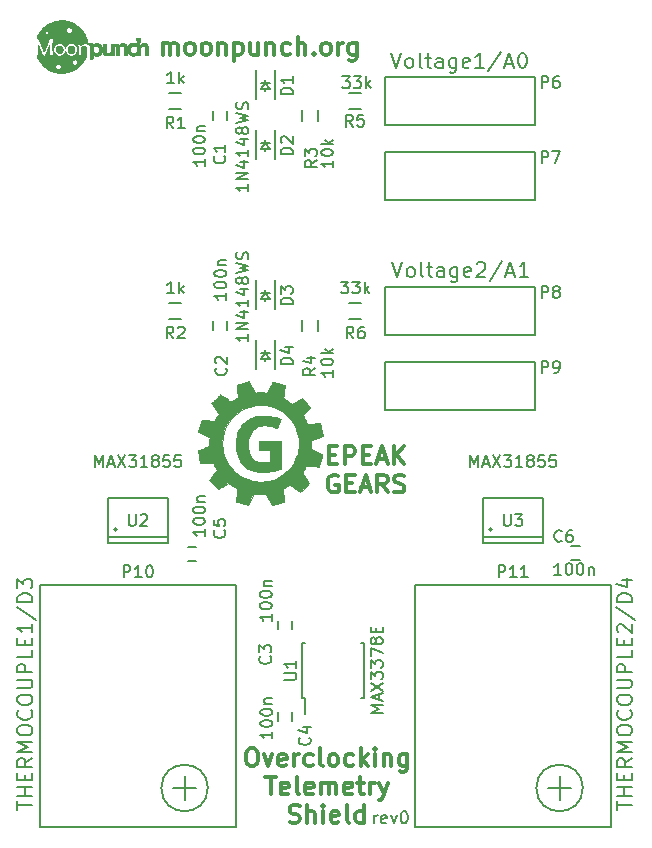
<source format=gto>
G04 #@! TF.FileFunction,Legend,Top*
%FSLAX46Y46*%
G04 Gerber Fmt 4.6, Leading zero omitted, Abs format (unit mm)*
G04 Created by KiCad (PCBNEW 4.0.2-stable) date Tue 01 Mar 2016 08:06:50 PM CST*
%MOMM*%
G01*
G04 APERTURE LIST*
%ADD10C,0.100000*%
%ADD11C,0.152400*%
%ADD12C,0.203200*%
%ADD13C,0.300000*%
%ADD14C,0.150000*%
%ADD15C,0.010000*%
G04 APERTURE END LIST*
D10*
D11*
X132418184Y-127231019D02*
X132418184Y-126553686D01*
X132418184Y-126747210D02*
X132466565Y-126650448D01*
X132514946Y-126602067D01*
X132611708Y-126553686D01*
X132708469Y-126553686D01*
X133434183Y-127182638D02*
X133337421Y-127231019D01*
X133143898Y-127231019D01*
X133047136Y-127182638D01*
X132998755Y-127085876D01*
X132998755Y-126698829D01*
X133047136Y-126602067D01*
X133143898Y-126553686D01*
X133337421Y-126553686D01*
X133434183Y-126602067D01*
X133482564Y-126698829D01*
X133482564Y-126795590D01*
X132998755Y-126892352D01*
X133821231Y-126553686D02*
X134063136Y-127231019D01*
X134305040Y-126553686D01*
X134885612Y-126215019D02*
X134982373Y-126215019D01*
X135079135Y-126263400D01*
X135127516Y-126311781D01*
X135175897Y-126408543D01*
X135224278Y-126602067D01*
X135224278Y-126843971D01*
X135175897Y-127037495D01*
X135127516Y-127134257D01*
X135079135Y-127182638D01*
X134982373Y-127231019D01*
X134885612Y-127231019D01*
X134788850Y-127182638D01*
X134740469Y-127134257D01*
X134692088Y-127037495D01*
X134643707Y-126843971D01*
X134643707Y-126602067D01*
X134692088Y-126408543D01*
X134740469Y-126311781D01*
X134788850Y-126263400D01*
X134885612Y-126215019D01*
D12*
X133950166Y-79715844D02*
X134373500Y-80985844D01*
X134796833Y-79715844D01*
X135401595Y-80985844D02*
X135280642Y-80925368D01*
X135220166Y-80864891D01*
X135159690Y-80743939D01*
X135159690Y-80381082D01*
X135220166Y-80260130D01*
X135280642Y-80199653D01*
X135401595Y-80139177D01*
X135583023Y-80139177D01*
X135703975Y-80199653D01*
X135764452Y-80260130D01*
X135824928Y-80381082D01*
X135824928Y-80743939D01*
X135764452Y-80864891D01*
X135703975Y-80925368D01*
X135583023Y-80985844D01*
X135401595Y-80985844D01*
X136550643Y-80985844D02*
X136429690Y-80925368D01*
X136369214Y-80804415D01*
X136369214Y-79715844D01*
X136853023Y-80139177D02*
X137336833Y-80139177D01*
X137034452Y-79715844D02*
X137034452Y-80804415D01*
X137094928Y-80925368D01*
X137215881Y-80985844D01*
X137336833Y-80985844D01*
X138304452Y-80985844D02*
X138304452Y-80320606D01*
X138243975Y-80199653D01*
X138123023Y-80139177D01*
X137881118Y-80139177D01*
X137760166Y-80199653D01*
X138304452Y-80925368D02*
X138183499Y-80985844D01*
X137881118Y-80985844D01*
X137760166Y-80925368D01*
X137699690Y-80804415D01*
X137699690Y-80683463D01*
X137760166Y-80562510D01*
X137881118Y-80502034D01*
X138183499Y-80502034D01*
X138304452Y-80441558D01*
X139453500Y-80139177D02*
X139453500Y-81167272D01*
X139393023Y-81288225D01*
X139332547Y-81348701D01*
X139211595Y-81409177D01*
X139030166Y-81409177D01*
X138909214Y-81348701D01*
X139453500Y-80925368D02*
X139332547Y-80985844D01*
X139090643Y-80985844D01*
X138969690Y-80925368D01*
X138909214Y-80864891D01*
X138848738Y-80743939D01*
X138848738Y-80381082D01*
X138909214Y-80260130D01*
X138969690Y-80199653D01*
X139090643Y-80139177D01*
X139332547Y-80139177D01*
X139453500Y-80199653D01*
X140542071Y-80925368D02*
X140421119Y-80985844D01*
X140179214Y-80985844D01*
X140058262Y-80925368D01*
X139997786Y-80804415D01*
X139997786Y-80320606D01*
X140058262Y-80199653D01*
X140179214Y-80139177D01*
X140421119Y-80139177D01*
X140542071Y-80199653D01*
X140602548Y-80320606D01*
X140602548Y-80441558D01*
X139997786Y-80562510D01*
X141086357Y-79836796D02*
X141146833Y-79776320D01*
X141267785Y-79715844D01*
X141570166Y-79715844D01*
X141691119Y-79776320D01*
X141751595Y-79836796D01*
X141812071Y-79957749D01*
X141812071Y-80078701D01*
X141751595Y-80260130D01*
X141025881Y-80985844D01*
X141812071Y-80985844D01*
X143263500Y-79655368D02*
X142174928Y-81288225D01*
X143626357Y-80622987D02*
X144231119Y-80622987D01*
X143505404Y-80985844D02*
X143928738Y-79715844D01*
X144352071Y-80985844D01*
X145440642Y-80985844D02*
X144714928Y-80985844D01*
X145077785Y-80985844D02*
X145077785Y-79715844D01*
X144956833Y-79897272D01*
X144835880Y-80018225D01*
X144714928Y-80078701D01*
X133838406Y-62001884D02*
X134261740Y-63271884D01*
X134685073Y-62001884D01*
X135289835Y-63271884D02*
X135168882Y-63211408D01*
X135108406Y-63150931D01*
X135047930Y-63029979D01*
X135047930Y-62667122D01*
X135108406Y-62546170D01*
X135168882Y-62485693D01*
X135289835Y-62425217D01*
X135471263Y-62425217D01*
X135592215Y-62485693D01*
X135652692Y-62546170D01*
X135713168Y-62667122D01*
X135713168Y-63029979D01*
X135652692Y-63150931D01*
X135592215Y-63211408D01*
X135471263Y-63271884D01*
X135289835Y-63271884D01*
X136438883Y-63271884D02*
X136317930Y-63211408D01*
X136257454Y-63090455D01*
X136257454Y-62001884D01*
X136741263Y-62425217D02*
X137225073Y-62425217D01*
X136922692Y-62001884D02*
X136922692Y-63090455D01*
X136983168Y-63211408D01*
X137104121Y-63271884D01*
X137225073Y-63271884D01*
X138192692Y-63271884D02*
X138192692Y-62606646D01*
X138132215Y-62485693D01*
X138011263Y-62425217D01*
X137769358Y-62425217D01*
X137648406Y-62485693D01*
X138192692Y-63211408D02*
X138071739Y-63271884D01*
X137769358Y-63271884D01*
X137648406Y-63211408D01*
X137587930Y-63090455D01*
X137587930Y-62969503D01*
X137648406Y-62848550D01*
X137769358Y-62788074D01*
X138071739Y-62788074D01*
X138192692Y-62727598D01*
X139341740Y-62425217D02*
X139341740Y-63453312D01*
X139281263Y-63574265D01*
X139220787Y-63634741D01*
X139099835Y-63695217D01*
X138918406Y-63695217D01*
X138797454Y-63634741D01*
X139341740Y-63211408D02*
X139220787Y-63271884D01*
X138978883Y-63271884D01*
X138857930Y-63211408D01*
X138797454Y-63150931D01*
X138736978Y-63029979D01*
X138736978Y-62667122D01*
X138797454Y-62546170D01*
X138857930Y-62485693D01*
X138978883Y-62425217D01*
X139220787Y-62425217D01*
X139341740Y-62485693D01*
X140430311Y-63211408D02*
X140309359Y-63271884D01*
X140067454Y-63271884D01*
X139946502Y-63211408D01*
X139886026Y-63090455D01*
X139886026Y-62606646D01*
X139946502Y-62485693D01*
X140067454Y-62425217D01*
X140309359Y-62425217D01*
X140430311Y-62485693D01*
X140490788Y-62606646D01*
X140490788Y-62727598D01*
X139886026Y-62848550D01*
X141700311Y-63271884D02*
X140974597Y-63271884D01*
X141337454Y-63271884D02*
X141337454Y-62001884D01*
X141216502Y-62183312D01*
X141095549Y-62304265D01*
X140974597Y-62364741D01*
X143151740Y-61941408D02*
X142063168Y-63574265D01*
X143514597Y-62909027D02*
X144119359Y-62909027D01*
X143393644Y-63271884D02*
X143816978Y-62001884D01*
X144240311Y-63271884D01*
X144905549Y-62001884D02*
X145026501Y-62001884D01*
X145147453Y-62062360D01*
X145207930Y-62122836D01*
X145268406Y-62243789D01*
X145328882Y-62485693D01*
X145328882Y-62788074D01*
X145268406Y-63029979D01*
X145207930Y-63150931D01*
X145147453Y-63211408D01*
X145026501Y-63271884D01*
X144905549Y-63271884D01*
X144784596Y-63211408D01*
X144724120Y-63150931D01*
X144663644Y-63029979D01*
X144603168Y-62788074D01*
X144603168Y-62485693D01*
X144663644Y-62243789D01*
X144724120Y-62122836D01*
X144784596Y-62062360D01*
X144905549Y-62001884D01*
D13*
X128566303Y-96035817D02*
X129066303Y-96035817D01*
X129280589Y-96821531D02*
X128566303Y-96821531D01*
X128566303Y-95321531D01*
X129280589Y-95321531D01*
X129923446Y-96821531D02*
X129923446Y-95321531D01*
X130494874Y-95321531D01*
X130637732Y-95392960D01*
X130709160Y-95464389D01*
X130780589Y-95607246D01*
X130780589Y-95821531D01*
X130709160Y-95964389D01*
X130637732Y-96035817D01*
X130494874Y-96107246D01*
X129923446Y-96107246D01*
X131423446Y-96035817D02*
X131923446Y-96035817D01*
X132137732Y-96821531D02*
X131423446Y-96821531D01*
X131423446Y-95321531D01*
X132137732Y-95321531D01*
X132709160Y-96392960D02*
X133423446Y-96392960D01*
X132566303Y-96821531D02*
X133066303Y-95321531D01*
X133566303Y-96821531D01*
X134066303Y-96821531D02*
X134066303Y-95321531D01*
X134923446Y-96821531D02*
X134280589Y-95964389D01*
X134923446Y-95321531D02*
X134066303Y-96178674D01*
X129316303Y-97792960D02*
X129173446Y-97721531D01*
X128959160Y-97721531D01*
X128744875Y-97792960D01*
X128602017Y-97935817D01*
X128530589Y-98078674D01*
X128459160Y-98364389D01*
X128459160Y-98578674D01*
X128530589Y-98864389D01*
X128602017Y-99007246D01*
X128744875Y-99150103D01*
X128959160Y-99221531D01*
X129102017Y-99221531D01*
X129316303Y-99150103D01*
X129387732Y-99078674D01*
X129387732Y-98578674D01*
X129102017Y-98578674D01*
X130030589Y-98435817D02*
X130530589Y-98435817D01*
X130744875Y-99221531D02*
X130030589Y-99221531D01*
X130030589Y-97721531D01*
X130744875Y-97721531D01*
X131316303Y-98792960D02*
X132030589Y-98792960D01*
X131173446Y-99221531D02*
X131673446Y-97721531D01*
X132173446Y-99221531D01*
X133530589Y-99221531D02*
X133030589Y-98507246D01*
X132673446Y-99221531D02*
X132673446Y-97721531D01*
X133244874Y-97721531D01*
X133387732Y-97792960D01*
X133459160Y-97864389D01*
X133530589Y-98007246D01*
X133530589Y-98221531D01*
X133459160Y-98364389D01*
X133387732Y-98435817D01*
X133244874Y-98507246D01*
X132673446Y-98507246D01*
X134102017Y-99150103D02*
X134316303Y-99221531D01*
X134673446Y-99221531D01*
X134816303Y-99150103D01*
X134887732Y-99078674D01*
X134959160Y-98935817D01*
X134959160Y-98792960D01*
X134887732Y-98650103D01*
X134816303Y-98578674D01*
X134673446Y-98507246D01*
X134387732Y-98435817D01*
X134244874Y-98364389D01*
X134173446Y-98292960D01*
X134102017Y-98150103D01*
X134102017Y-98007246D01*
X134173446Y-97864389D01*
X134244874Y-97792960D01*
X134387732Y-97721531D01*
X134744874Y-97721531D01*
X134959160Y-97792960D01*
X121912240Y-120888051D02*
X122197954Y-120888051D01*
X122340812Y-120959480D01*
X122483669Y-121102337D01*
X122555097Y-121388051D01*
X122555097Y-121888051D01*
X122483669Y-122173766D01*
X122340812Y-122316623D01*
X122197954Y-122388051D01*
X121912240Y-122388051D01*
X121769383Y-122316623D01*
X121626526Y-122173766D01*
X121555097Y-121888051D01*
X121555097Y-121388051D01*
X121626526Y-121102337D01*
X121769383Y-120959480D01*
X121912240Y-120888051D01*
X123055098Y-121388051D02*
X123412241Y-122388051D01*
X123769383Y-121388051D01*
X124912240Y-122316623D02*
X124769383Y-122388051D01*
X124483669Y-122388051D01*
X124340812Y-122316623D01*
X124269383Y-122173766D01*
X124269383Y-121602337D01*
X124340812Y-121459480D01*
X124483669Y-121388051D01*
X124769383Y-121388051D01*
X124912240Y-121459480D01*
X124983669Y-121602337D01*
X124983669Y-121745194D01*
X124269383Y-121888051D01*
X125626526Y-122388051D02*
X125626526Y-121388051D01*
X125626526Y-121673766D02*
X125697954Y-121530909D01*
X125769383Y-121459480D01*
X125912240Y-121388051D01*
X126055097Y-121388051D01*
X127197954Y-122316623D02*
X127055097Y-122388051D01*
X126769383Y-122388051D01*
X126626525Y-122316623D01*
X126555097Y-122245194D01*
X126483668Y-122102337D01*
X126483668Y-121673766D01*
X126555097Y-121530909D01*
X126626525Y-121459480D01*
X126769383Y-121388051D01*
X127055097Y-121388051D01*
X127197954Y-121459480D01*
X128055097Y-122388051D02*
X127912239Y-122316623D01*
X127840811Y-122173766D01*
X127840811Y-120888051D01*
X128840811Y-122388051D02*
X128697953Y-122316623D01*
X128626525Y-122245194D01*
X128555096Y-122102337D01*
X128555096Y-121673766D01*
X128626525Y-121530909D01*
X128697953Y-121459480D01*
X128840811Y-121388051D01*
X129055096Y-121388051D01*
X129197953Y-121459480D01*
X129269382Y-121530909D01*
X129340811Y-121673766D01*
X129340811Y-122102337D01*
X129269382Y-122245194D01*
X129197953Y-122316623D01*
X129055096Y-122388051D01*
X128840811Y-122388051D01*
X130626525Y-122316623D02*
X130483668Y-122388051D01*
X130197954Y-122388051D01*
X130055096Y-122316623D01*
X129983668Y-122245194D01*
X129912239Y-122102337D01*
X129912239Y-121673766D01*
X129983668Y-121530909D01*
X130055096Y-121459480D01*
X130197954Y-121388051D01*
X130483668Y-121388051D01*
X130626525Y-121459480D01*
X131269382Y-122388051D02*
X131269382Y-120888051D01*
X131412239Y-121816623D02*
X131840810Y-122388051D01*
X131840810Y-121388051D02*
X131269382Y-121959480D01*
X132483668Y-122388051D02*
X132483668Y-121388051D01*
X132483668Y-120888051D02*
X132412239Y-120959480D01*
X132483668Y-121030909D01*
X132555096Y-120959480D01*
X132483668Y-120888051D01*
X132483668Y-121030909D01*
X133197954Y-121388051D02*
X133197954Y-122388051D01*
X133197954Y-121530909D02*
X133269382Y-121459480D01*
X133412240Y-121388051D01*
X133626525Y-121388051D01*
X133769382Y-121459480D01*
X133840811Y-121602337D01*
X133840811Y-122388051D01*
X135197954Y-121388051D02*
X135197954Y-122602337D01*
X135126525Y-122745194D01*
X135055097Y-122816623D01*
X134912240Y-122888051D01*
X134697954Y-122888051D01*
X134555097Y-122816623D01*
X135197954Y-122316623D02*
X135055097Y-122388051D01*
X134769383Y-122388051D01*
X134626525Y-122316623D01*
X134555097Y-122245194D01*
X134483668Y-122102337D01*
X134483668Y-121673766D01*
X134555097Y-121530909D01*
X134626525Y-121459480D01*
X134769383Y-121388051D01*
X135055097Y-121388051D01*
X135197954Y-121459480D01*
X123197955Y-123288051D02*
X124055098Y-123288051D01*
X123626527Y-124788051D02*
X123626527Y-123288051D01*
X125126526Y-124716623D02*
X124983669Y-124788051D01*
X124697955Y-124788051D01*
X124555098Y-124716623D01*
X124483669Y-124573766D01*
X124483669Y-124002337D01*
X124555098Y-123859480D01*
X124697955Y-123788051D01*
X124983669Y-123788051D01*
X125126526Y-123859480D01*
X125197955Y-124002337D01*
X125197955Y-124145194D01*
X124483669Y-124288051D01*
X126055098Y-124788051D02*
X125912240Y-124716623D01*
X125840812Y-124573766D01*
X125840812Y-123288051D01*
X127197954Y-124716623D02*
X127055097Y-124788051D01*
X126769383Y-124788051D01*
X126626526Y-124716623D01*
X126555097Y-124573766D01*
X126555097Y-124002337D01*
X126626526Y-123859480D01*
X126769383Y-123788051D01*
X127055097Y-123788051D01*
X127197954Y-123859480D01*
X127269383Y-124002337D01*
X127269383Y-124145194D01*
X126555097Y-124288051D01*
X127912240Y-124788051D02*
X127912240Y-123788051D01*
X127912240Y-123930909D02*
X127983668Y-123859480D01*
X128126526Y-123788051D01*
X128340811Y-123788051D01*
X128483668Y-123859480D01*
X128555097Y-124002337D01*
X128555097Y-124788051D01*
X128555097Y-124002337D02*
X128626526Y-123859480D01*
X128769383Y-123788051D01*
X128983668Y-123788051D01*
X129126526Y-123859480D01*
X129197954Y-124002337D01*
X129197954Y-124788051D01*
X130483668Y-124716623D02*
X130340811Y-124788051D01*
X130055097Y-124788051D01*
X129912240Y-124716623D01*
X129840811Y-124573766D01*
X129840811Y-124002337D01*
X129912240Y-123859480D01*
X130055097Y-123788051D01*
X130340811Y-123788051D01*
X130483668Y-123859480D01*
X130555097Y-124002337D01*
X130555097Y-124145194D01*
X129840811Y-124288051D01*
X130983668Y-123788051D02*
X131555097Y-123788051D01*
X131197954Y-123288051D02*
X131197954Y-124573766D01*
X131269382Y-124716623D01*
X131412240Y-124788051D01*
X131555097Y-124788051D01*
X132055097Y-124788051D02*
X132055097Y-123788051D01*
X132055097Y-124073766D02*
X132126525Y-123930909D01*
X132197954Y-123859480D01*
X132340811Y-123788051D01*
X132483668Y-123788051D01*
X132840811Y-123788051D02*
X133197954Y-124788051D01*
X133555096Y-123788051D02*
X133197954Y-124788051D01*
X133055096Y-125145194D01*
X132983668Y-125216623D01*
X132840811Y-125288051D01*
X125233669Y-127116623D02*
X125447955Y-127188051D01*
X125805098Y-127188051D01*
X125947955Y-127116623D01*
X126019384Y-127045194D01*
X126090812Y-126902337D01*
X126090812Y-126759480D01*
X126019384Y-126616623D01*
X125947955Y-126545194D01*
X125805098Y-126473766D01*
X125519384Y-126402337D01*
X125376526Y-126330909D01*
X125305098Y-126259480D01*
X125233669Y-126116623D01*
X125233669Y-125973766D01*
X125305098Y-125830909D01*
X125376526Y-125759480D01*
X125519384Y-125688051D01*
X125876526Y-125688051D01*
X126090812Y-125759480D01*
X126733669Y-127188051D02*
X126733669Y-125688051D01*
X127376526Y-127188051D02*
X127376526Y-126402337D01*
X127305097Y-126259480D01*
X127162240Y-126188051D01*
X126947955Y-126188051D01*
X126805097Y-126259480D01*
X126733669Y-126330909D01*
X128090812Y-127188051D02*
X128090812Y-126188051D01*
X128090812Y-125688051D02*
X128019383Y-125759480D01*
X128090812Y-125830909D01*
X128162240Y-125759480D01*
X128090812Y-125688051D01*
X128090812Y-125830909D01*
X129376526Y-127116623D02*
X129233669Y-127188051D01*
X128947955Y-127188051D01*
X128805098Y-127116623D01*
X128733669Y-126973766D01*
X128733669Y-126402337D01*
X128805098Y-126259480D01*
X128947955Y-126188051D01*
X129233669Y-126188051D01*
X129376526Y-126259480D01*
X129447955Y-126402337D01*
X129447955Y-126545194D01*
X128733669Y-126688051D01*
X130305098Y-127188051D02*
X130162240Y-127116623D01*
X130090812Y-126973766D01*
X130090812Y-125688051D01*
X131519383Y-127188051D02*
X131519383Y-125688051D01*
X131519383Y-127116623D02*
X131376526Y-127188051D01*
X131090812Y-127188051D01*
X130947954Y-127116623D01*
X130876526Y-127045194D01*
X130805097Y-126902337D01*
X130805097Y-126473766D01*
X130876526Y-126330909D01*
X130947954Y-126259480D01*
X131090812Y-126188051D01*
X131376526Y-126188051D01*
X131519383Y-126259480D01*
X114498194Y-62146571D02*
X114498194Y-61146571D01*
X114498194Y-61289429D02*
X114569622Y-61218000D01*
X114712480Y-61146571D01*
X114926765Y-61146571D01*
X115069622Y-61218000D01*
X115141051Y-61360857D01*
X115141051Y-62146571D01*
X115141051Y-61360857D02*
X115212480Y-61218000D01*
X115355337Y-61146571D01*
X115569622Y-61146571D01*
X115712480Y-61218000D01*
X115783908Y-61360857D01*
X115783908Y-62146571D01*
X116712480Y-62146571D02*
X116569622Y-62075143D01*
X116498194Y-62003714D01*
X116426765Y-61860857D01*
X116426765Y-61432286D01*
X116498194Y-61289429D01*
X116569622Y-61218000D01*
X116712480Y-61146571D01*
X116926765Y-61146571D01*
X117069622Y-61218000D01*
X117141051Y-61289429D01*
X117212480Y-61432286D01*
X117212480Y-61860857D01*
X117141051Y-62003714D01*
X117069622Y-62075143D01*
X116926765Y-62146571D01*
X116712480Y-62146571D01*
X118069623Y-62146571D02*
X117926765Y-62075143D01*
X117855337Y-62003714D01*
X117783908Y-61860857D01*
X117783908Y-61432286D01*
X117855337Y-61289429D01*
X117926765Y-61218000D01*
X118069623Y-61146571D01*
X118283908Y-61146571D01*
X118426765Y-61218000D01*
X118498194Y-61289429D01*
X118569623Y-61432286D01*
X118569623Y-61860857D01*
X118498194Y-62003714D01*
X118426765Y-62075143D01*
X118283908Y-62146571D01*
X118069623Y-62146571D01*
X119212480Y-61146571D02*
X119212480Y-62146571D01*
X119212480Y-61289429D02*
X119283908Y-61218000D01*
X119426766Y-61146571D01*
X119641051Y-61146571D01*
X119783908Y-61218000D01*
X119855337Y-61360857D01*
X119855337Y-62146571D01*
X120569623Y-61146571D02*
X120569623Y-62646571D01*
X120569623Y-61218000D02*
X120712480Y-61146571D01*
X120998194Y-61146571D01*
X121141051Y-61218000D01*
X121212480Y-61289429D01*
X121283909Y-61432286D01*
X121283909Y-61860857D01*
X121212480Y-62003714D01*
X121141051Y-62075143D01*
X120998194Y-62146571D01*
X120712480Y-62146571D01*
X120569623Y-62075143D01*
X122569623Y-61146571D02*
X122569623Y-62146571D01*
X121926766Y-61146571D02*
X121926766Y-61932286D01*
X121998194Y-62075143D01*
X122141052Y-62146571D01*
X122355337Y-62146571D01*
X122498194Y-62075143D01*
X122569623Y-62003714D01*
X123283909Y-61146571D02*
X123283909Y-62146571D01*
X123283909Y-61289429D02*
X123355337Y-61218000D01*
X123498195Y-61146571D01*
X123712480Y-61146571D01*
X123855337Y-61218000D01*
X123926766Y-61360857D01*
X123926766Y-62146571D01*
X125283909Y-62075143D02*
X125141052Y-62146571D01*
X124855338Y-62146571D01*
X124712480Y-62075143D01*
X124641052Y-62003714D01*
X124569623Y-61860857D01*
X124569623Y-61432286D01*
X124641052Y-61289429D01*
X124712480Y-61218000D01*
X124855338Y-61146571D01*
X125141052Y-61146571D01*
X125283909Y-61218000D01*
X125926766Y-62146571D02*
X125926766Y-60646571D01*
X126569623Y-62146571D02*
X126569623Y-61360857D01*
X126498194Y-61218000D01*
X126355337Y-61146571D01*
X126141052Y-61146571D01*
X125998194Y-61218000D01*
X125926766Y-61289429D01*
X127283909Y-62003714D02*
X127355337Y-62075143D01*
X127283909Y-62146571D01*
X127212480Y-62075143D01*
X127283909Y-62003714D01*
X127283909Y-62146571D01*
X128212481Y-62146571D02*
X128069623Y-62075143D01*
X127998195Y-62003714D01*
X127926766Y-61860857D01*
X127926766Y-61432286D01*
X127998195Y-61289429D01*
X128069623Y-61218000D01*
X128212481Y-61146571D01*
X128426766Y-61146571D01*
X128569623Y-61218000D01*
X128641052Y-61289429D01*
X128712481Y-61432286D01*
X128712481Y-61860857D01*
X128641052Y-62003714D01*
X128569623Y-62075143D01*
X128426766Y-62146571D01*
X128212481Y-62146571D01*
X129355338Y-62146571D02*
X129355338Y-61146571D01*
X129355338Y-61432286D02*
X129426766Y-61289429D01*
X129498195Y-61218000D01*
X129641052Y-61146571D01*
X129783909Y-61146571D01*
X130926766Y-61146571D02*
X130926766Y-62360857D01*
X130855337Y-62503714D01*
X130783909Y-62575143D01*
X130641052Y-62646571D01*
X130426766Y-62646571D01*
X130283909Y-62575143D01*
X130926766Y-62075143D02*
X130783909Y-62146571D01*
X130498195Y-62146571D01*
X130355337Y-62075143D01*
X130283909Y-62003714D01*
X130212480Y-61860857D01*
X130212480Y-61432286D01*
X130283909Y-61289429D01*
X130355337Y-61218000D01*
X130498195Y-61146571D01*
X130783909Y-61146571D01*
X130926766Y-61218000D01*
D14*
X119980000Y-66960000D02*
X119980000Y-67660000D01*
X118780000Y-67660000D02*
X118780000Y-66960000D01*
X119980000Y-84740000D02*
X119980000Y-85440000D01*
X118780000Y-85440000D02*
X118780000Y-84740000D01*
X124256240Y-110763800D02*
X124256240Y-110063800D01*
X125456240Y-110063800D02*
X125456240Y-110763800D01*
X124256240Y-118536200D02*
X124256240Y-117836200D01*
X125456240Y-117836200D02*
X125456240Y-118536200D01*
X117357640Y-104994000D02*
X116657640Y-104994000D01*
X116657640Y-103794000D02*
X117357640Y-103794000D01*
X149801060Y-104955900D02*
X149101060Y-104955900D01*
X149101060Y-103755900D02*
X149801060Y-103755900D01*
X123190000Y-65020000D02*
X123190000Y-65270000D01*
X123190000Y-64520000D02*
X123190000Y-64270000D01*
X123190000Y-64520000D02*
X123540000Y-65020000D01*
X123540000Y-65020000D02*
X122840000Y-65020000D01*
X122840000Y-65020000D02*
X123190000Y-64520000D01*
X123540000Y-64520000D02*
X122840000Y-64520000D01*
X122390000Y-63470000D02*
X122390000Y-65870000D01*
X123990000Y-63470000D02*
X123990000Y-65870000D01*
X123190000Y-70100000D02*
X123190000Y-70350000D01*
X123190000Y-69600000D02*
X123190000Y-69350000D01*
X123190000Y-69600000D02*
X123540000Y-70100000D01*
X123540000Y-70100000D02*
X122840000Y-70100000D01*
X122840000Y-70100000D02*
X123190000Y-69600000D01*
X123540000Y-69600000D02*
X122840000Y-69600000D01*
X122390000Y-68550000D02*
X122390000Y-70950000D01*
X123990000Y-68550000D02*
X123990000Y-70950000D01*
X123190000Y-82800000D02*
X123190000Y-83050000D01*
X123190000Y-82300000D02*
X123190000Y-82050000D01*
X123190000Y-82300000D02*
X123540000Y-82800000D01*
X123540000Y-82800000D02*
X122840000Y-82800000D01*
X122840000Y-82800000D02*
X123190000Y-82300000D01*
X123540000Y-82300000D02*
X122840000Y-82300000D01*
X122390000Y-81250000D02*
X122390000Y-83650000D01*
X123990000Y-81250000D02*
X123990000Y-83650000D01*
X123190000Y-87880000D02*
X123190000Y-88130000D01*
X123190000Y-87380000D02*
X123190000Y-87130000D01*
X123190000Y-87380000D02*
X123540000Y-87880000D01*
X123540000Y-87880000D02*
X122840000Y-87880000D01*
X122840000Y-87880000D02*
X123190000Y-87380000D01*
X123540000Y-87380000D02*
X122840000Y-87380000D01*
X122390000Y-86330000D02*
X122390000Y-88730000D01*
X123990000Y-86330000D02*
X123990000Y-88730000D01*
X133350000Y-64008000D02*
X146050000Y-64008000D01*
X146050000Y-64008000D02*
X146050000Y-68072000D01*
X146050000Y-68072000D02*
X133350000Y-68072000D01*
X133350000Y-68072000D02*
X133350000Y-64008000D01*
X133350000Y-70358000D02*
X146050000Y-70358000D01*
X146050000Y-70358000D02*
X146050000Y-74422000D01*
X146050000Y-74422000D02*
X133350000Y-74422000D01*
X133350000Y-74422000D02*
X133350000Y-70358000D01*
X133350000Y-81788000D02*
X146050000Y-81788000D01*
X146050000Y-81788000D02*
X146050000Y-85852000D01*
X146050000Y-85852000D02*
X133350000Y-85852000D01*
X133350000Y-85852000D02*
X133350000Y-81788000D01*
X133350000Y-88138000D02*
X146050000Y-88138000D01*
X146050000Y-88138000D02*
X146050000Y-92202000D01*
X146050000Y-92202000D02*
X133350000Y-92202000D01*
X133350000Y-92202000D02*
X133350000Y-88138000D01*
X115070000Y-65365000D02*
X116070000Y-65365000D01*
X116070000Y-66715000D02*
X115070000Y-66715000D01*
X115070000Y-83145000D02*
X116070000Y-83145000D01*
X116070000Y-84495000D02*
X115070000Y-84495000D01*
X126325000Y-67810000D02*
X126325000Y-66810000D01*
X127675000Y-66810000D02*
X127675000Y-67810000D01*
X126325000Y-85590000D02*
X126325000Y-84590000D01*
X127675000Y-84590000D02*
X127675000Y-85590000D01*
X130310000Y-65365000D02*
X131310000Y-65365000D01*
X131310000Y-66715000D02*
X130310000Y-66715000D01*
X130310000Y-83145000D02*
X131310000Y-83145000D01*
X131310000Y-84495000D02*
X130310000Y-84495000D01*
X126280000Y-116625000D02*
X126505000Y-116625000D01*
X126280000Y-111975000D02*
X126505000Y-111975000D01*
X131530000Y-111975000D02*
X131305000Y-111975000D01*
X131530000Y-116625000D02*
X131305000Y-116625000D01*
X126280000Y-116625000D02*
X126280000Y-111975000D01*
X131530000Y-116625000D02*
X131530000Y-111975000D01*
X126505000Y-116625000D02*
X126505000Y-117975000D01*
X110617000Y-102362000D02*
G75*
G03X110617000Y-102362000I-127000J0D01*
G01*
X109855000Y-102997000D02*
X114935000Y-102997000D01*
X109855000Y-99695000D02*
X114935000Y-99695000D01*
X109855000Y-103505000D02*
X114935000Y-103505000D01*
X109855000Y-103505000D02*
X109855000Y-99695000D01*
X114935000Y-103505000D02*
X114935000Y-99695000D01*
X142367000Y-102362000D02*
G75*
G03X142367000Y-102362000I-127000J0D01*
G01*
X141605000Y-102997000D02*
X146685000Y-102997000D01*
X141605000Y-99695000D02*
X146685000Y-99695000D01*
X141605000Y-103505000D02*
X146685000Y-103505000D01*
X141605000Y-103505000D02*
X141605000Y-99695000D01*
X146685000Y-103505000D02*
X146685000Y-99695000D01*
D15*
G36*
X106070833Y-59246524D02*
X106181598Y-59256785D01*
X106291950Y-59272569D01*
X106366169Y-59286373D01*
X106474160Y-59311200D01*
X106580266Y-59341273D01*
X106684326Y-59376463D01*
X106786178Y-59416641D01*
X106885661Y-59461679D01*
X106982615Y-59511447D01*
X107076878Y-59565818D01*
X107168289Y-59624662D01*
X107256687Y-59687850D01*
X107341911Y-59755255D01*
X107423799Y-59826746D01*
X107502191Y-59902195D01*
X107576925Y-59981474D01*
X107647841Y-60064454D01*
X107714777Y-60151005D01*
X107777573Y-60241000D01*
X107836066Y-60334309D01*
X107890097Y-60430804D01*
X107939503Y-60530356D01*
X107949294Y-60551678D01*
X107989565Y-60646820D01*
X108025770Y-60745197D01*
X108057609Y-60845841D01*
X108084781Y-60947783D01*
X108106984Y-61050053D01*
X108111497Y-61074300D01*
X108115026Y-61094652D01*
X108118545Y-61116337D01*
X108121961Y-61138633D01*
X108125179Y-61160819D01*
X108128105Y-61182174D01*
X108130646Y-61201975D01*
X108132707Y-61219503D01*
X108134195Y-61234035D01*
X108135015Y-61244851D01*
X108135074Y-61251228D01*
X108134730Y-61252602D01*
X108131943Y-61251767D01*
X108126348Y-61247966D01*
X108120622Y-61243275D01*
X108095175Y-61224626D01*
X108065042Y-61209054D01*
X108030284Y-61196579D01*
X107990959Y-61187223D01*
X107947128Y-61181004D01*
X107935325Y-61179930D01*
X107894981Y-61178336D01*
X107857390Y-61180560D01*
X107820979Y-61186792D01*
X107784178Y-61197224D01*
X107779424Y-61198849D01*
X107760315Y-61206119D01*
X107739363Y-61215119D01*
X107718391Y-61224991D01*
X107699225Y-61234879D01*
X107684139Y-61243638D01*
X107677696Y-61247961D01*
X107667572Y-61255062D01*
X107654601Y-61264333D01*
X107639616Y-61275164D01*
X107623450Y-61286946D01*
X107606938Y-61299069D01*
X107590913Y-61310925D01*
X107576208Y-61321904D01*
X107563657Y-61331396D01*
X107555747Y-61337494D01*
X107536003Y-61352923D01*
X107532337Y-61340611D01*
X107528526Y-61326044D01*
X107524453Y-61307445D01*
X107520423Y-61286401D01*
X107516738Y-61264496D01*
X107513702Y-61243316D01*
X107513663Y-61243010D01*
X107511865Y-61230031D01*
X107510088Y-61219012D01*
X107508554Y-61211229D01*
X107507596Y-61208094D01*
X107506674Y-61207097D01*
X107504996Y-61206411D01*
X107502093Y-61206095D01*
X107497497Y-61206207D01*
X107490739Y-61206806D01*
X107481351Y-61207951D01*
X107468865Y-61209700D01*
X107452812Y-61212112D01*
X107432724Y-61215246D01*
X107408131Y-61219159D01*
X107378567Y-61223911D01*
X107369469Y-61225378D01*
X107340492Y-61230081D01*
X107316595Y-61234041D01*
X107297279Y-61237368D01*
X107282045Y-61240176D01*
X107270394Y-61242574D01*
X107261827Y-61244675D01*
X107255845Y-61246590D01*
X107251948Y-61248430D01*
X107249638Y-61250307D01*
X107248415Y-61252332D01*
X107248384Y-61252413D01*
X107248380Y-61256692D01*
X107249579Y-61265108D01*
X107251762Y-61276335D01*
X107253936Y-61285899D01*
X107262352Y-61323974D01*
X107270364Y-61366369D01*
X107277762Y-61411763D01*
X107284340Y-61458836D01*
X107289888Y-61506265D01*
X107291984Y-61527266D01*
X107293133Y-61543017D01*
X107294131Y-61564038D01*
X107294976Y-61589960D01*
X107295665Y-61620411D01*
X107296196Y-61655020D01*
X107296565Y-61693415D01*
X107296772Y-61735226D01*
X107296812Y-61780082D01*
X107296683Y-61827611D01*
X107296383Y-61877442D01*
X107295910Y-61929204D01*
X107295260Y-61982526D01*
X107295162Y-61989601D01*
X107294567Y-62034828D01*
X107294129Y-62074751D01*
X107293848Y-62109324D01*
X107293725Y-62138501D01*
X107293760Y-62162237D01*
X107293952Y-62180488D01*
X107294301Y-62193207D01*
X107294808Y-62200349D01*
X107295078Y-62201707D01*
X107299891Y-62208915D01*
X107305447Y-62212626D01*
X107309438Y-62213136D01*
X107318307Y-62213660D01*
X107331287Y-62214186D01*
X107347610Y-62214700D01*
X107366511Y-62215189D01*
X107387222Y-62215641D01*
X107408976Y-62216043D01*
X107431006Y-62216382D01*
X107452547Y-62216646D01*
X107472830Y-62216820D01*
X107491089Y-62216894D01*
X107506557Y-62216853D01*
X107518467Y-62216685D01*
X107526053Y-62216378D01*
X107526709Y-62216325D01*
X107528502Y-62216149D01*
X107530109Y-62215764D01*
X107531540Y-62214874D01*
X107532809Y-62213183D01*
X107533926Y-62210395D01*
X107534903Y-62206214D01*
X107535751Y-62200343D01*
X107536483Y-62192486D01*
X107537109Y-62182347D01*
X107537641Y-62169630D01*
X107538092Y-62154039D01*
X107538472Y-62135277D01*
X107538793Y-62113049D01*
X107539067Y-62087059D01*
X107539305Y-62057009D01*
X107539520Y-62022604D01*
X107539721Y-61983548D01*
X107539922Y-61939545D01*
X107540134Y-61890298D01*
X107540214Y-61871578D01*
X107540412Y-61820393D01*
X107540566Y-61774537D01*
X107540704Y-61733697D01*
X107540854Y-61697555D01*
X107541045Y-61665799D01*
X107541305Y-61638114D01*
X107541662Y-61614184D01*
X107542144Y-61593694D01*
X107542780Y-61576331D01*
X107543598Y-61561780D01*
X107544626Y-61549725D01*
X107545892Y-61539852D01*
X107547424Y-61531846D01*
X107549252Y-61525393D01*
X107551403Y-61520178D01*
X107553904Y-61515885D01*
X107556786Y-61512201D01*
X107560075Y-61508811D01*
X107563801Y-61505399D01*
X107567990Y-61501652D01*
X107572672Y-61497254D01*
X107573920Y-61496019D01*
X107591944Y-61479813D01*
X107614088Y-61462844D01*
X107639049Y-61445907D01*
X107665523Y-61429795D01*
X107692204Y-61415304D01*
X107717789Y-61403228D01*
X107740591Y-61394487D01*
X107750464Y-61391505D01*
X107759437Y-61389535D01*
X107769113Y-61388396D01*
X107781096Y-61387905D01*
X107796988Y-61387878D01*
X107798447Y-61387890D01*
X107829812Y-61389437D01*
X107857018Y-61393658D01*
X107881008Y-61400818D01*
X107902727Y-61411182D01*
X107918472Y-61421492D01*
X107934307Y-61436499D01*
X107947660Y-61456465D01*
X107958550Y-61481430D01*
X107966995Y-61511434D01*
X107970949Y-61532201D01*
X107972154Y-61542753D01*
X107973243Y-61558479D01*
X107974213Y-61578911D01*
X107975060Y-61603578D01*
X107975781Y-61632011D01*
X107976372Y-61663742D01*
X107976830Y-61698302D01*
X107977151Y-61735220D01*
X107977330Y-61774028D01*
X107977366Y-61814257D01*
X107977253Y-61855438D01*
X107976989Y-61897101D01*
X107976570Y-61938776D01*
X107975991Y-61979996D01*
X107975250Y-62020291D01*
X107974858Y-62038190D01*
X107974087Y-62072160D01*
X107973466Y-62100946D01*
X107973000Y-62125004D01*
X107972689Y-62144793D01*
X107972538Y-62160771D01*
X107972548Y-62173395D01*
X107972722Y-62183124D01*
X107973062Y-62190414D01*
X107973572Y-62195724D01*
X107974252Y-62199512D01*
X107975106Y-62202235D01*
X107975758Y-62203654D01*
X107979901Y-62210110D01*
X107985053Y-62213832D01*
X107992797Y-62215522D01*
X108003289Y-62215889D01*
X108011264Y-62216297D01*
X108016283Y-62217340D01*
X108017169Y-62218124D01*
X108016070Y-62223010D01*
X108012957Y-62232379D01*
X108008106Y-62245558D01*
X108001795Y-62261870D01*
X107994299Y-62280642D01*
X107985896Y-62301197D01*
X107976862Y-62322862D01*
X107967474Y-62344961D01*
X107958009Y-62366820D01*
X107948742Y-62387763D01*
X107939952Y-62407115D01*
X107937831Y-62411690D01*
X107888763Y-62510381D01*
X107834705Y-62606591D01*
X107775837Y-62700097D01*
X107712343Y-62790675D01*
X107644403Y-62878104D01*
X107572201Y-62962161D01*
X107495918Y-63042622D01*
X107415736Y-63119265D01*
X107331838Y-63191866D01*
X107245291Y-63259545D01*
X107154396Y-63323573D01*
X107060691Y-63382791D01*
X106964389Y-63437131D01*
X106865701Y-63486522D01*
X106764838Y-63530897D01*
X106662012Y-63570185D01*
X106557434Y-63604317D01*
X106451316Y-63633225D01*
X106343869Y-63656839D01*
X106235305Y-63675090D01*
X106125834Y-63687908D01*
X106015668Y-63695225D01*
X105908969Y-63697005D01*
X105888567Y-63696819D01*
X105868964Y-63696587D01*
X105851219Y-63696328D01*
X105836389Y-63696058D01*
X105825534Y-63695792D01*
X105821480Y-63695646D01*
X105709369Y-63687812D01*
X105597999Y-63674401D01*
X105487537Y-63655453D01*
X105378149Y-63631008D01*
X105269999Y-63601102D01*
X105163255Y-63565777D01*
X105058080Y-63525070D01*
X105012914Y-63505715D01*
X104991860Y-63496107D01*
X104967081Y-63484273D01*
X104939739Y-63470812D01*
X104910999Y-63456318D01*
X104882024Y-63441388D01*
X104853976Y-63426619D01*
X104828020Y-63412606D01*
X104805318Y-63399947D01*
X104795602Y-63394340D01*
X104758707Y-63372037D01*
X104719349Y-63346975D01*
X104678642Y-63319932D01*
X104637697Y-63291686D01*
X104597627Y-63263016D01*
X104559544Y-63234699D01*
X104524561Y-63207513D01*
X104500680Y-63188045D01*
X104464223Y-63156817D01*
X104456650Y-63150044D01*
X105405935Y-63150044D01*
X105408301Y-63186583D01*
X105415757Y-63220716D01*
X105428374Y-63252613D01*
X105446221Y-63282445D01*
X105469366Y-63310383D01*
X105472159Y-63313267D01*
X105499482Y-63337214D01*
X105529377Y-63356279D01*
X105561378Y-63370329D01*
X105595018Y-63379235D01*
X105629833Y-63382865D01*
X105665357Y-63381087D01*
X105693957Y-63375688D01*
X105727178Y-63364493D01*
X105758075Y-63348436D01*
X105786171Y-63327985D01*
X105810993Y-63303612D01*
X105832065Y-63275787D01*
X105848911Y-63244979D01*
X105861057Y-63211659D01*
X105861546Y-63209884D01*
X105865609Y-63189165D01*
X105867729Y-63165428D01*
X105867907Y-63140653D01*
X105866145Y-63116820D01*
X105862445Y-63095907D01*
X105861455Y-63092189D01*
X105849028Y-63058064D01*
X105832404Y-63027186D01*
X105812049Y-62999759D01*
X105788427Y-62975990D01*
X105762001Y-62956084D01*
X105733236Y-62940248D01*
X105702598Y-62928688D01*
X105670549Y-62921609D01*
X105637555Y-62919218D01*
X105604081Y-62921719D01*
X105570589Y-62929321D01*
X105537545Y-62942227D01*
X105530822Y-62945571D01*
X105499992Y-62964543D01*
X105473066Y-62987403D01*
X105450301Y-63013728D01*
X105431954Y-63043097D01*
X105418284Y-63075089D01*
X105409547Y-63109281D01*
X105406001Y-63145254D01*
X105405935Y-63150044D01*
X104456650Y-63150044D01*
X104426678Y-63123239D01*
X104388972Y-63088208D01*
X104352031Y-63052619D01*
X104316780Y-63017367D01*
X104284146Y-62983348D01*
X104255056Y-62951456D01*
X104249856Y-62945540D01*
X104178113Y-62859607D01*
X104119247Y-62782156D01*
X106819755Y-62782156D01*
X106823671Y-62817262D01*
X106826345Y-62829825D01*
X106830826Y-62843961D01*
X106837840Y-62860831D01*
X106846518Y-62878665D01*
X106855986Y-62895698D01*
X106865372Y-62910161D01*
X106867192Y-62912628D01*
X106888024Y-62935821D01*
X106913051Y-62956494D01*
X106941125Y-62973953D01*
X106971099Y-62987502D01*
X107001826Y-62996445D01*
X107007154Y-62997478D01*
X107019841Y-62998829D01*
X107036264Y-62999283D01*
X107054601Y-62998918D01*
X107073030Y-62997812D01*
X107089727Y-62996041D01*
X107102869Y-62993683D01*
X107104180Y-62993349D01*
X107121322Y-62987591D01*
X107140579Y-62979227D01*
X107159948Y-62969270D01*
X107177426Y-62958736D01*
X107188748Y-62950536D01*
X107214281Y-62926430D01*
X107235341Y-62899514D01*
X107251885Y-62870343D01*
X107263871Y-62839473D01*
X107271255Y-62807458D01*
X107273994Y-62774854D01*
X107272045Y-62742215D01*
X107265363Y-62710096D01*
X107253906Y-62679053D01*
X107237631Y-62649640D01*
X107216494Y-62622413D01*
X107214516Y-62620264D01*
X107187620Y-62595008D01*
X107158948Y-62575086D01*
X107128313Y-62560414D01*
X107095526Y-62550911D01*
X107060399Y-62546491D01*
X107046325Y-62546128D01*
X107011080Y-62548757D01*
X106977820Y-62556371D01*
X106946858Y-62568564D01*
X106918510Y-62584929D01*
X106893091Y-62605060D01*
X106870918Y-62628551D01*
X106852304Y-62654994D01*
X106837565Y-62683982D01*
X106827017Y-62715110D01*
X106820975Y-62747970D01*
X106819755Y-62782156D01*
X104119247Y-62782156D01*
X104111679Y-62772200D01*
X104050330Y-62682969D01*
X103993844Y-62591562D01*
X103941997Y-62497631D01*
X103894567Y-62400822D01*
X103873714Y-62354178D01*
X103866223Y-62336624D01*
X103858430Y-62317858D01*
X103850614Y-62298606D01*
X103843056Y-62279593D01*
X103836034Y-62261544D01*
X103829828Y-62245185D01*
X103824717Y-62231241D01*
X103820981Y-62220438D01*
X103818900Y-62213502D01*
X103818641Y-62211187D01*
X103821726Y-62210968D01*
X103829492Y-62211141D01*
X103840991Y-62211665D01*
X103855275Y-62212500D01*
X103867534Y-62213324D01*
X103885289Y-62214529D01*
X103898372Y-62215236D01*
X103907733Y-62215421D01*
X103914323Y-62215065D01*
X103919093Y-62214146D01*
X103922995Y-62212642D01*
X103924191Y-62212046D01*
X103926565Y-62210868D01*
X103928695Y-62209720D01*
X103930588Y-62208308D01*
X103932255Y-62206334D01*
X103933703Y-62203503D01*
X103934943Y-62199517D01*
X103935984Y-62194083D01*
X103936833Y-62186901D01*
X103937501Y-62177678D01*
X103937996Y-62166116D01*
X103938328Y-62151920D01*
X103938506Y-62134793D01*
X103938538Y-62114438D01*
X103938434Y-62090560D01*
X103938203Y-62062863D01*
X103937853Y-62031050D01*
X103937395Y-61994826D01*
X103936836Y-61953893D01*
X103936187Y-61907956D01*
X103935456Y-61856718D01*
X103935332Y-61848020D01*
X103934450Y-61785812D01*
X103933652Y-61728999D01*
X103932937Y-61677334D01*
X103932304Y-61630567D01*
X103931752Y-61588450D01*
X103931280Y-61550735D01*
X103930886Y-61517175D01*
X103930570Y-61487519D01*
X103930331Y-61461520D01*
X103930168Y-61438930D01*
X103930079Y-61419500D01*
X103930063Y-61402981D01*
X103930119Y-61389126D01*
X103930247Y-61377687D01*
X103930445Y-61368414D01*
X103930712Y-61361059D01*
X103931047Y-61355374D01*
X103931449Y-61351111D01*
X103931917Y-61348022D01*
X103932449Y-61345857D01*
X103933045Y-61344369D01*
X103933148Y-61344174D01*
X103936812Y-61337471D01*
X103943283Y-61344174D01*
X103945750Y-61348004D01*
X103950167Y-61356413D01*
X103956549Y-61369441D01*
X103964915Y-61387125D01*
X103975280Y-61409502D01*
X103987663Y-61436612D01*
X104002079Y-61468491D01*
X104018546Y-61505178D01*
X104037080Y-61546710D01*
X104057699Y-61593125D01*
X104080419Y-61644461D01*
X104105257Y-61700756D01*
X104132231Y-61762048D01*
X104161356Y-61828374D01*
X104192650Y-61899773D01*
X104226130Y-61976282D01*
X104261813Y-62057940D01*
X104264852Y-62064900D01*
X104277022Y-62092636D01*
X104288658Y-62118899D01*
X104299544Y-62143219D01*
X104309464Y-62165125D01*
X104318203Y-62184146D01*
X104325543Y-62199811D01*
X104331270Y-62211649D01*
X104335166Y-62219191D01*
X104336911Y-62221899D01*
X104344324Y-62226006D01*
X104355852Y-62229239D01*
X104371815Y-62231635D01*
X104392530Y-62233235D01*
X104418315Y-62234075D01*
X104438591Y-62234233D01*
X104459110Y-62234161D01*
X104474867Y-62233903D01*
X104486745Y-62233399D01*
X104495626Y-62232585D01*
X104502392Y-62231400D01*
X104507924Y-62229783D01*
X104509288Y-62229276D01*
X104514980Y-62226897D01*
X104519193Y-62224217D01*
X104522716Y-62220172D01*
X104526339Y-62213697D01*
X104530852Y-62203729D01*
X104534408Y-62195410D01*
X104544838Y-62170649D01*
X104555679Y-62144536D01*
X104566540Y-62118045D01*
X104577030Y-62092147D01*
X104586755Y-62067814D01*
X104595325Y-62046018D01*
X104602348Y-62027731D01*
X104606259Y-62017192D01*
X104610681Y-62005444D01*
X104617118Y-61988980D01*
X104625370Y-61968280D01*
X104635238Y-61943821D01*
X104646523Y-61916080D01*
X104659026Y-61885536D01*
X104672549Y-61852667D01*
X104686892Y-61817949D01*
X104701856Y-61781861D01*
X104717243Y-61744881D01*
X104732853Y-61707487D01*
X104748488Y-61670156D01*
X104763948Y-61633366D01*
X104779034Y-61597595D01*
X104793548Y-61563320D01*
X104807290Y-61531020D01*
X104820062Y-61501173D01*
X104831664Y-61474255D01*
X104841898Y-61450745D01*
X104846722Y-61439778D01*
X104857072Y-61416438D01*
X104865467Y-61397776D01*
X104872193Y-61383283D01*
X104877530Y-61372456D01*
X104881762Y-61364786D01*
X104885171Y-61359769D01*
X104888041Y-61356899D01*
X104890655Y-61355668D01*
X104893294Y-61355572D01*
X104893747Y-61355630D01*
X104900025Y-61356522D01*
X104899565Y-61484933D01*
X104899354Y-61516739D01*
X104898948Y-61552714D01*
X104898375Y-61591388D01*
X104897661Y-61631290D01*
X104896833Y-61670950D01*
X104895917Y-61708897D01*
X104894941Y-61743660D01*
X104894693Y-61751633D01*
X104893674Y-61784658D01*
X104892585Y-61821898D01*
X104891465Y-61861924D01*
X104890351Y-61903309D01*
X104889282Y-61944623D01*
X104888296Y-61984439D01*
X104887430Y-62021329D01*
X104887057Y-62038089D01*
X104886317Y-62072492D01*
X104885734Y-62101709D01*
X104885343Y-62126197D01*
X104885178Y-62146413D01*
X104885271Y-62162813D01*
X104885656Y-62175854D01*
X104886368Y-62185994D01*
X104887439Y-62193689D01*
X104888903Y-62199396D01*
X104890795Y-62203573D01*
X104893147Y-62206675D01*
X104895993Y-62209159D01*
X104899368Y-62211484D01*
X104899844Y-62211797D01*
X104902756Y-62213429D01*
X104906268Y-62214551D01*
X104911213Y-62215179D01*
X104918423Y-62215329D01*
X104928731Y-62215018D01*
X104942969Y-62214261D01*
X104961969Y-62213074D01*
X104962875Y-62213015D01*
X105002917Y-62211134D01*
X105040503Y-62210925D01*
X105069358Y-62211872D01*
X105087654Y-62212697D01*
X105105795Y-62213414D01*
X105122295Y-62213970D01*
X105135666Y-62214314D01*
X105142279Y-62214400D01*
X105153576Y-62214297D01*
X105160791Y-62213609D01*
X105165485Y-62211913D01*
X105169217Y-62208787D01*
X105171206Y-62206559D01*
X105173937Y-62203082D01*
X105175819Y-62199399D01*
X105177009Y-62194434D01*
X105177662Y-62187114D01*
X105177936Y-62176364D01*
X105177987Y-62161112D01*
X105177986Y-62159992D01*
X105177851Y-62142588D01*
X105177474Y-62119973D01*
X105176868Y-62092575D01*
X105176046Y-62060824D01*
X105175021Y-62025146D01*
X105173804Y-61985970D01*
X105172410Y-61943724D01*
X105170850Y-61898837D01*
X105169137Y-61851735D01*
X105167918Y-61819366D01*
X105165501Y-61751166D01*
X105163589Y-61685912D01*
X105163419Y-61678255D01*
X105224226Y-61678255D01*
X105224396Y-61733967D01*
X105229859Y-61788749D01*
X105240490Y-61842210D01*
X105256163Y-61893958D01*
X105276750Y-61943604D01*
X105302126Y-61990756D01*
X105332165Y-62035023D01*
X105344569Y-62050754D01*
X105381790Y-62092171D01*
X105421253Y-62128422D01*
X105463043Y-62159557D01*
X105507244Y-62185624D01*
X105553940Y-62206674D01*
X105603214Y-62222756D01*
X105655153Y-62233920D01*
X105656458Y-62234132D01*
X105673488Y-62236089D01*
X105694757Y-62237317D01*
X105718911Y-62237845D01*
X105744597Y-62237702D01*
X105770459Y-62236916D01*
X105795145Y-62235517D01*
X105817299Y-62233532D01*
X105835567Y-62230991D01*
X105839457Y-62230254D01*
X105872692Y-62222411D01*
X105903690Y-62212626D01*
X105934707Y-62200114D01*
X105958358Y-62188958D01*
X105987197Y-62173579D01*
X106013430Y-62157130D01*
X106038443Y-62138599D01*
X106063625Y-62116969D01*
X106085643Y-62095944D01*
X106108983Y-62071956D01*
X106128786Y-62049609D01*
X106146225Y-62027437D01*
X106162478Y-62003979D01*
X106173320Y-61986761D01*
X106187883Y-61960941D01*
X106201528Y-61933110D01*
X106213596Y-61904821D01*
X106223430Y-61877628D01*
X106230370Y-61853084D01*
X106230817Y-61851116D01*
X106233345Y-61841937D01*
X106235854Y-61836292D01*
X106237905Y-61834741D01*
X106239058Y-61837848D01*
X106239169Y-61840450D01*
X106240201Y-61846839D01*
X106243042Y-61857341D01*
X106247306Y-61870868D01*
X106252611Y-61886332D01*
X106258571Y-61902645D01*
X106264804Y-61918718D01*
X106270924Y-61933463D01*
X106275814Y-61944271D01*
X106297126Y-61984153D01*
X106322203Y-62022169D01*
X106351618Y-62059091D01*
X106385945Y-62095691D01*
X106394139Y-62103706D01*
X106434088Y-62138527D01*
X106476382Y-62168214D01*
X106521034Y-62192773D01*
X106568058Y-62212212D01*
X106617468Y-62226536D01*
X106669207Y-62235744D01*
X106688144Y-62237393D01*
X106710938Y-62238212D01*
X106736113Y-62238251D01*
X106762198Y-62237555D01*
X106787718Y-62236174D01*
X106811199Y-62234155D01*
X106831169Y-62231546D01*
X106838325Y-62230252D01*
X106887112Y-62217915D01*
X106933123Y-62201076D01*
X106976739Y-62179519D01*
X107018338Y-62153031D01*
X107058301Y-62121397D01*
X107097008Y-62084403D01*
X107097353Y-62084044D01*
X107134175Y-62041915D01*
X107165821Y-61997615D01*
X107192326Y-61951057D01*
X107213728Y-61902156D01*
X107230060Y-61850827D01*
X107241360Y-61796984D01*
X107247662Y-61740541D01*
X107248626Y-61722000D01*
X107248250Y-61664489D01*
X107242646Y-61609104D01*
X107231811Y-61555827D01*
X107215739Y-61504641D01*
X107194427Y-61455529D01*
X107167870Y-61408475D01*
X107159539Y-61395733D01*
X107126916Y-61351898D01*
X107090965Y-61312109D01*
X107052007Y-61276631D01*
X107010367Y-61245729D01*
X106966369Y-61219670D01*
X106920335Y-61198720D01*
X106918948Y-61198181D01*
X106873320Y-61183412D01*
X106825184Y-61173147D01*
X106775431Y-61167386D01*
X106724953Y-61166129D01*
X106674641Y-61169374D01*
X106625387Y-61177122D01*
X106578082Y-61189371D01*
X106552092Y-61198460D01*
X106506626Y-61218991D01*
X106463223Y-61244483D01*
X106422264Y-61274509D01*
X106384129Y-61308641D01*
X106349198Y-61346453D01*
X106317851Y-61387519D01*
X106290468Y-61431410D01*
X106267429Y-61477701D01*
X106249115Y-61525963D01*
X106243331Y-61545242D01*
X106240333Y-61555039D01*
X106237739Y-61561727D01*
X106235952Y-61564336D01*
X106235531Y-61563955D01*
X106234151Y-61559621D01*
X106231531Y-61551207D01*
X106228081Y-61540032D01*
X106225136Y-61530442D01*
X106207652Y-61482563D01*
X106185268Y-61436439D01*
X106158398Y-61392522D01*
X106127459Y-61351264D01*
X106092865Y-61313119D01*
X106055032Y-61278537D01*
X106014377Y-61247973D01*
X105971313Y-61221877D01*
X105926258Y-61200702D01*
X105919881Y-61198181D01*
X105874518Y-61183496D01*
X105826605Y-61173259D01*
X105777053Y-61167469D01*
X105726776Y-61166127D01*
X105676686Y-61169233D01*
X105627698Y-61176788D01*
X105580723Y-61188791D01*
X105553905Y-61198120D01*
X105507306Y-61219118D01*
X105462911Y-61245178D01*
X105421035Y-61276043D01*
X105381990Y-61311457D01*
X105346090Y-61351162D01*
X105313836Y-61394622D01*
X105287253Y-61438366D01*
X105265550Y-61483291D01*
X105248547Y-61529977D01*
X105236059Y-61579000D01*
X105227906Y-61630937D01*
X105224226Y-61678255D01*
X105163419Y-61678255D01*
X105162183Y-61622712D01*
X105161283Y-61560673D01*
X105160889Y-61498901D01*
X105161002Y-61436504D01*
X105161620Y-61372587D01*
X105162745Y-61306258D01*
X105164376Y-61236624D01*
X105166514Y-61162791D01*
X105168022Y-61116633D01*
X105169072Y-61083979D01*
X105170130Y-61047913D01*
X105171161Y-61009933D01*
X105172125Y-60971541D01*
X105172985Y-60934235D01*
X105173704Y-60899517D01*
X105174244Y-60868886D01*
X105174260Y-60867896D01*
X105176096Y-60748981D01*
X105169264Y-60742150D01*
X105167504Y-60740474D01*
X105165529Y-60739073D01*
X105162807Y-60737894D01*
X105158804Y-60736887D01*
X105152988Y-60735998D01*
X105144826Y-60735176D01*
X105133784Y-60734369D01*
X105119331Y-60733525D01*
X105100933Y-60732592D01*
X105078057Y-60731518D01*
X105050171Y-60730252D01*
X105044609Y-60730001D01*
X105010171Y-60728525D01*
X104981151Y-60727447D01*
X104957589Y-60726770D01*
X104939525Y-60726493D01*
X104926998Y-60726617D01*
X104920049Y-60727145D01*
X104919049Y-60727385D01*
X104911079Y-60732813D01*
X104902569Y-60743588D01*
X104893680Y-60759459D01*
X104884571Y-60780172D01*
X104883059Y-60784036D01*
X104851433Y-60865863D01*
X104819387Y-60948288D01*
X104787137Y-61030764D01*
X104754903Y-61112744D01*
X104722902Y-61193679D01*
X104691353Y-61273023D01*
X104660473Y-61350228D01*
X104630482Y-61424745D01*
X104601598Y-61496029D01*
X104574037Y-61563531D01*
X104548020Y-61626703D01*
X104528942Y-61672611D01*
X104513486Y-61709533D01*
X104499978Y-61741560D01*
X104488260Y-61769033D01*
X104478174Y-61792294D01*
X104469563Y-61811685D01*
X104462269Y-61827547D01*
X104456134Y-61840222D01*
X104451001Y-61850053D01*
X104446712Y-61857380D01*
X104443110Y-61862546D01*
X104440036Y-61865892D01*
X104439607Y-61866261D01*
X104438016Y-61867447D01*
X104436434Y-61868083D01*
X104434717Y-61867875D01*
X104432725Y-61866530D01*
X104430315Y-61863753D01*
X104427345Y-61859252D01*
X104423673Y-61852733D01*
X104419158Y-61843901D01*
X104413656Y-61832464D01*
X104407026Y-61818128D01*
X104399126Y-61800598D01*
X104389815Y-61779582D01*
X104378948Y-61754785D01*
X104366386Y-61725914D01*
X104351986Y-61692676D01*
X104335605Y-61654776D01*
X104321371Y-61621811D01*
X104306531Y-61587570D01*
X104290491Y-61550809D01*
X104273393Y-61511843D01*
X104255379Y-61470984D01*
X104236593Y-61428547D01*
X104217177Y-61384847D01*
X104197273Y-61340196D01*
X104177024Y-61294910D01*
X104156572Y-61249302D01*
X104136060Y-61203686D01*
X104115630Y-61158377D01*
X104095424Y-61113688D01*
X104075586Y-61069934D01*
X104056257Y-61027428D01*
X104037581Y-60986484D01*
X104019699Y-60947417D01*
X104002754Y-60910541D01*
X103986888Y-60876170D01*
X103972245Y-60844617D01*
X103958966Y-60816197D01*
X103947194Y-60791223D01*
X103937072Y-60770011D01*
X103928742Y-60752874D01*
X103922346Y-60740125D01*
X103918027Y-60732080D01*
X103916778Y-60730047D01*
X103909107Y-60718700D01*
X103864816Y-60719348D01*
X103849726Y-60719520D01*
X103836844Y-60719573D01*
X103827123Y-60719512D01*
X103821517Y-60719339D01*
X103820525Y-60719183D01*
X103821498Y-60715879D01*
X103824173Y-60708299D01*
X103828182Y-60697416D01*
X103833157Y-60684207D01*
X103838731Y-60669645D01*
X103844536Y-60654706D01*
X103850205Y-60640363D01*
X103851044Y-60638266D01*
X103894441Y-60537516D01*
X103943072Y-60438721D01*
X103996803Y-60342101D01*
X104047010Y-60261500D01*
X104502446Y-60261500D01*
X104505040Y-60291754D01*
X104512823Y-60319786D01*
X104525794Y-60345594D01*
X104543952Y-60369175D01*
X104552538Y-60377863D01*
X104576550Y-60397055D01*
X104602401Y-60411039D01*
X104629752Y-60419717D01*
X104658262Y-60422987D01*
X104687591Y-60420749D01*
X104694002Y-60419532D01*
X104722108Y-60410853D01*
X104747962Y-60397380D01*
X104770970Y-60379674D01*
X104790540Y-60358296D01*
X104806078Y-60333804D01*
X104816989Y-60306760D01*
X104818250Y-60302294D01*
X104820977Y-60286816D01*
X104822163Y-60268229D01*
X104821813Y-60248854D01*
X104819929Y-60231010D01*
X104818100Y-60222136D01*
X104808566Y-60195924D01*
X104794404Y-60171387D01*
X104776395Y-60149522D01*
X104755321Y-60131325D01*
X104738898Y-60121163D01*
X104714902Y-60110497D01*
X104691430Y-60104308D01*
X104666394Y-60102072D01*
X104662958Y-60102044D01*
X104632814Y-60104535D01*
X104605142Y-60112074D01*
X104579694Y-60124765D01*
X104556223Y-60142707D01*
X104550054Y-60148604D01*
X104530367Y-60171556D01*
X104516056Y-60195861D01*
X104506921Y-60221991D01*
X104502763Y-60250421D01*
X104502446Y-60261500D01*
X104047010Y-60261500D01*
X104055498Y-60247874D01*
X104119019Y-60156258D01*
X104166463Y-60094506D01*
X106305399Y-60094506D01*
X106306132Y-60114760D01*
X106307695Y-60132881D01*
X106310088Y-60147325D01*
X106310772Y-60150022D01*
X106323626Y-60186344D01*
X106341126Y-60220033D01*
X106362899Y-60250625D01*
X106388572Y-60277655D01*
X106417772Y-60300660D01*
X106444499Y-60316405D01*
X106470547Y-60328306D01*
X106495329Y-60336553D01*
X106520587Y-60341523D01*
X106548065Y-60343598D01*
X106569369Y-60343534D01*
X106587582Y-60342797D01*
X106601982Y-60341580D01*
X106614396Y-60339638D01*
X106626651Y-60336725D01*
X106632730Y-60334993D01*
X106665483Y-60322805D01*
X106696728Y-60306332D01*
X106725340Y-60286302D01*
X106750192Y-60263443D01*
X106759084Y-60253361D01*
X106781371Y-60222257D01*
X106798498Y-60189651D01*
X106810598Y-60155992D01*
X106817810Y-60121724D01*
X106820268Y-60087297D01*
X106818109Y-60053157D01*
X106811468Y-60019752D01*
X106800482Y-59987528D01*
X106785286Y-59956932D01*
X106766017Y-59928413D01*
X106742811Y-59902417D01*
X106715803Y-59879392D01*
X106685129Y-59859784D01*
X106650926Y-59844041D01*
X106632730Y-59837815D01*
X106622519Y-59834843D01*
X106613647Y-59832745D01*
X106604743Y-59831373D01*
X106594434Y-59830576D01*
X106581349Y-59830204D01*
X106564115Y-59830106D01*
X106562314Y-59830105D01*
X106544633Y-59830186D01*
X106531226Y-59830528D01*
X106520721Y-59831282D01*
X106511747Y-59832596D01*
X106502934Y-59834622D01*
X106492912Y-59837508D01*
X106491981Y-59837791D01*
X106459740Y-59849431D01*
X106431234Y-59863821D01*
X106404853Y-59881890D01*
X106382637Y-59901086D01*
X106359658Y-59926341D01*
X106339636Y-59955628D01*
X106323233Y-59987825D01*
X106311113Y-60021805D01*
X106310772Y-60023022D01*
X106308183Y-60036377D01*
X106306425Y-60053771D01*
X106305497Y-60073662D01*
X106305399Y-60094506D01*
X104166463Y-60094506D01*
X104187233Y-60067474D01*
X104254668Y-59987744D01*
X104269938Y-59970930D01*
X104288393Y-59951319D01*
X104309209Y-59929730D01*
X104331559Y-59906988D01*
X104354621Y-59883913D01*
X104377568Y-59861327D01*
X104399577Y-59840053D01*
X104419822Y-59820913D01*
X104437480Y-59804728D01*
X104444738Y-59798299D01*
X104532554Y-59725196D01*
X104622557Y-59657274D01*
X104714852Y-59594471D01*
X104809542Y-59536721D01*
X104906732Y-59483960D01*
X105006526Y-59436125D01*
X105093347Y-59399342D01*
X105197469Y-59360815D01*
X105303250Y-59327626D01*
X105410460Y-59299798D01*
X105518868Y-59277349D01*
X105628246Y-59260301D01*
X105738361Y-59248674D01*
X105848984Y-59242489D01*
X105959885Y-59241765D01*
X106070833Y-59246524D01*
X106070833Y-59246524D01*
G37*
X106070833Y-59246524D02*
X106181598Y-59256785D01*
X106291950Y-59272569D01*
X106366169Y-59286373D01*
X106474160Y-59311200D01*
X106580266Y-59341273D01*
X106684326Y-59376463D01*
X106786178Y-59416641D01*
X106885661Y-59461679D01*
X106982615Y-59511447D01*
X107076878Y-59565818D01*
X107168289Y-59624662D01*
X107256687Y-59687850D01*
X107341911Y-59755255D01*
X107423799Y-59826746D01*
X107502191Y-59902195D01*
X107576925Y-59981474D01*
X107647841Y-60064454D01*
X107714777Y-60151005D01*
X107777573Y-60241000D01*
X107836066Y-60334309D01*
X107890097Y-60430804D01*
X107939503Y-60530356D01*
X107949294Y-60551678D01*
X107989565Y-60646820D01*
X108025770Y-60745197D01*
X108057609Y-60845841D01*
X108084781Y-60947783D01*
X108106984Y-61050053D01*
X108111497Y-61074300D01*
X108115026Y-61094652D01*
X108118545Y-61116337D01*
X108121961Y-61138633D01*
X108125179Y-61160819D01*
X108128105Y-61182174D01*
X108130646Y-61201975D01*
X108132707Y-61219503D01*
X108134195Y-61234035D01*
X108135015Y-61244851D01*
X108135074Y-61251228D01*
X108134730Y-61252602D01*
X108131943Y-61251767D01*
X108126348Y-61247966D01*
X108120622Y-61243275D01*
X108095175Y-61224626D01*
X108065042Y-61209054D01*
X108030284Y-61196579D01*
X107990959Y-61187223D01*
X107947128Y-61181004D01*
X107935325Y-61179930D01*
X107894981Y-61178336D01*
X107857390Y-61180560D01*
X107820979Y-61186792D01*
X107784178Y-61197224D01*
X107779424Y-61198849D01*
X107760315Y-61206119D01*
X107739363Y-61215119D01*
X107718391Y-61224991D01*
X107699225Y-61234879D01*
X107684139Y-61243638D01*
X107677696Y-61247961D01*
X107667572Y-61255062D01*
X107654601Y-61264333D01*
X107639616Y-61275164D01*
X107623450Y-61286946D01*
X107606938Y-61299069D01*
X107590913Y-61310925D01*
X107576208Y-61321904D01*
X107563657Y-61331396D01*
X107555747Y-61337494D01*
X107536003Y-61352923D01*
X107532337Y-61340611D01*
X107528526Y-61326044D01*
X107524453Y-61307445D01*
X107520423Y-61286401D01*
X107516738Y-61264496D01*
X107513702Y-61243316D01*
X107513663Y-61243010D01*
X107511865Y-61230031D01*
X107510088Y-61219012D01*
X107508554Y-61211229D01*
X107507596Y-61208094D01*
X107506674Y-61207097D01*
X107504996Y-61206411D01*
X107502093Y-61206095D01*
X107497497Y-61206207D01*
X107490739Y-61206806D01*
X107481351Y-61207951D01*
X107468865Y-61209700D01*
X107452812Y-61212112D01*
X107432724Y-61215246D01*
X107408131Y-61219159D01*
X107378567Y-61223911D01*
X107369469Y-61225378D01*
X107340492Y-61230081D01*
X107316595Y-61234041D01*
X107297279Y-61237368D01*
X107282045Y-61240176D01*
X107270394Y-61242574D01*
X107261827Y-61244675D01*
X107255845Y-61246590D01*
X107251948Y-61248430D01*
X107249638Y-61250307D01*
X107248415Y-61252332D01*
X107248384Y-61252413D01*
X107248380Y-61256692D01*
X107249579Y-61265108D01*
X107251762Y-61276335D01*
X107253936Y-61285899D01*
X107262352Y-61323974D01*
X107270364Y-61366369D01*
X107277762Y-61411763D01*
X107284340Y-61458836D01*
X107289888Y-61506265D01*
X107291984Y-61527266D01*
X107293133Y-61543017D01*
X107294131Y-61564038D01*
X107294976Y-61589960D01*
X107295665Y-61620411D01*
X107296196Y-61655020D01*
X107296565Y-61693415D01*
X107296772Y-61735226D01*
X107296812Y-61780082D01*
X107296683Y-61827611D01*
X107296383Y-61877442D01*
X107295910Y-61929204D01*
X107295260Y-61982526D01*
X107295162Y-61989601D01*
X107294567Y-62034828D01*
X107294129Y-62074751D01*
X107293848Y-62109324D01*
X107293725Y-62138501D01*
X107293760Y-62162237D01*
X107293952Y-62180488D01*
X107294301Y-62193207D01*
X107294808Y-62200349D01*
X107295078Y-62201707D01*
X107299891Y-62208915D01*
X107305447Y-62212626D01*
X107309438Y-62213136D01*
X107318307Y-62213660D01*
X107331287Y-62214186D01*
X107347610Y-62214700D01*
X107366511Y-62215189D01*
X107387222Y-62215641D01*
X107408976Y-62216043D01*
X107431006Y-62216382D01*
X107452547Y-62216646D01*
X107472830Y-62216820D01*
X107491089Y-62216894D01*
X107506557Y-62216853D01*
X107518467Y-62216685D01*
X107526053Y-62216378D01*
X107526709Y-62216325D01*
X107528502Y-62216149D01*
X107530109Y-62215764D01*
X107531540Y-62214874D01*
X107532809Y-62213183D01*
X107533926Y-62210395D01*
X107534903Y-62206214D01*
X107535751Y-62200343D01*
X107536483Y-62192486D01*
X107537109Y-62182347D01*
X107537641Y-62169630D01*
X107538092Y-62154039D01*
X107538472Y-62135277D01*
X107538793Y-62113049D01*
X107539067Y-62087059D01*
X107539305Y-62057009D01*
X107539520Y-62022604D01*
X107539721Y-61983548D01*
X107539922Y-61939545D01*
X107540134Y-61890298D01*
X107540214Y-61871578D01*
X107540412Y-61820393D01*
X107540566Y-61774537D01*
X107540704Y-61733697D01*
X107540854Y-61697555D01*
X107541045Y-61665799D01*
X107541305Y-61638114D01*
X107541662Y-61614184D01*
X107542144Y-61593694D01*
X107542780Y-61576331D01*
X107543598Y-61561780D01*
X107544626Y-61549725D01*
X107545892Y-61539852D01*
X107547424Y-61531846D01*
X107549252Y-61525393D01*
X107551403Y-61520178D01*
X107553904Y-61515885D01*
X107556786Y-61512201D01*
X107560075Y-61508811D01*
X107563801Y-61505399D01*
X107567990Y-61501652D01*
X107572672Y-61497254D01*
X107573920Y-61496019D01*
X107591944Y-61479813D01*
X107614088Y-61462844D01*
X107639049Y-61445907D01*
X107665523Y-61429795D01*
X107692204Y-61415304D01*
X107717789Y-61403228D01*
X107740591Y-61394487D01*
X107750464Y-61391505D01*
X107759437Y-61389535D01*
X107769113Y-61388396D01*
X107781096Y-61387905D01*
X107796988Y-61387878D01*
X107798447Y-61387890D01*
X107829812Y-61389437D01*
X107857018Y-61393658D01*
X107881008Y-61400818D01*
X107902727Y-61411182D01*
X107918472Y-61421492D01*
X107934307Y-61436499D01*
X107947660Y-61456465D01*
X107958550Y-61481430D01*
X107966995Y-61511434D01*
X107970949Y-61532201D01*
X107972154Y-61542753D01*
X107973243Y-61558479D01*
X107974213Y-61578911D01*
X107975060Y-61603578D01*
X107975781Y-61632011D01*
X107976372Y-61663742D01*
X107976830Y-61698302D01*
X107977151Y-61735220D01*
X107977330Y-61774028D01*
X107977366Y-61814257D01*
X107977253Y-61855438D01*
X107976989Y-61897101D01*
X107976570Y-61938776D01*
X107975991Y-61979996D01*
X107975250Y-62020291D01*
X107974858Y-62038190D01*
X107974087Y-62072160D01*
X107973466Y-62100946D01*
X107973000Y-62125004D01*
X107972689Y-62144793D01*
X107972538Y-62160771D01*
X107972548Y-62173395D01*
X107972722Y-62183124D01*
X107973062Y-62190414D01*
X107973572Y-62195724D01*
X107974252Y-62199512D01*
X107975106Y-62202235D01*
X107975758Y-62203654D01*
X107979901Y-62210110D01*
X107985053Y-62213832D01*
X107992797Y-62215522D01*
X108003289Y-62215889D01*
X108011264Y-62216297D01*
X108016283Y-62217340D01*
X108017169Y-62218124D01*
X108016070Y-62223010D01*
X108012957Y-62232379D01*
X108008106Y-62245558D01*
X108001795Y-62261870D01*
X107994299Y-62280642D01*
X107985896Y-62301197D01*
X107976862Y-62322862D01*
X107967474Y-62344961D01*
X107958009Y-62366820D01*
X107948742Y-62387763D01*
X107939952Y-62407115D01*
X107937831Y-62411690D01*
X107888763Y-62510381D01*
X107834705Y-62606591D01*
X107775837Y-62700097D01*
X107712343Y-62790675D01*
X107644403Y-62878104D01*
X107572201Y-62962161D01*
X107495918Y-63042622D01*
X107415736Y-63119265D01*
X107331838Y-63191866D01*
X107245291Y-63259545D01*
X107154396Y-63323573D01*
X107060691Y-63382791D01*
X106964389Y-63437131D01*
X106865701Y-63486522D01*
X106764838Y-63530897D01*
X106662012Y-63570185D01*
X106557434Y-63604317D01*
X106451316Y-63633225D01*
X106343869Y-63656839D01*
X106235305Y-63675090D01*
X106125834Y-63687908D01*
X106015668Y-63695225D01*
X105908969Y-63697005D01*
X105888567Y-63696819D01*
X105868964Y-63696587D01*
X105851219Y-63696328D01*
X105836389Y-63696058D01*
X105825534Y-63695792D01*
X105821480Y-63695646D01*
X105709369Y-63687812D01*
X105597999Y-63674401D01*
X105487537Y-63655453D01*
X105378149Y-63631008D01*
X105269999Y-63601102D01*
X105163255Y-63565777D01*
X105058080Y-63525070D01*
X105012914Y-63505715D01*
X104991860Y-63496107D01*
X104967081Y-63484273D01*
X104939739Y-63470812D01*
X104910999Y-63456318D01*
X104882024Y-63441388D01*
X104853976Y-63426619D01*
X104828020Y-63412606D01*
X104805318Y-63399947D01*
X104795602Y-63394340D01*
X104758707Y-63372037D01*
X104719349Y-63346975D01*
X104678642Y-63319932D01*
X104637697Y-63291686D01*
X104597627Y-63263016D01*
X104559544Y-63234699D01*
X104524561Y-63207513D01*
X104500680Y-63188045D01*
X104464223Y-63156817D01*
X104456650Y-63150044D01*
X105405935Y-63150044D01*
X105408301Y-63186583D01*
X105415757Y-63220716D01*
X105428374Y-63252613D01*
X105446221Y-63282445D01*
X105469366Y-63310383D01*
X105472159Y-63313267D01*
X105499482Y-63337214D01*
X105529377Y-63356279D01*
X105561378Y-63370329D01*
X105595018Y-63379235D01*
X105629833Y-63382865D01*
X105665357Y-63381087D01*
X105693957Y-63375688D01*
X105727178Y-63364493D01*
X105758075Y-63348436D01*
X105786171Y-63327985D01*
X105810993Y-63303612D01*
X105832065Y-63275787D01*
X105848911Y-63244979D01*
X105861057Y-63211659D01*
X105861546Y-63209884D01*
X105865609Y-63189165D01*
X105867729Y-63165428D01*
X105867907Y-63140653D01*
X105866145Y-63116820D01*
X105862445Y-63095907D01*
X105861455Y-63092189D01*
X105849028Y-63058064D01*
X105832404Y-63027186D01*
X105812049Y-62999759D01*
X105788427Y-62975990D01*
X105762001Y-62956084D01*
X105733236Y-62940248D01*
X105702598Y-62928688D01*
X105670549Y-62921609D01*
X105637555Y-62919218D01*
X105604081Y-62921719D01*
X105570589Y-62929321D01*
X105537545Y-62942227D01*
X105530822Y-62945571D01*
X105499992Y-62964543D01*
X105473066Y-62987403D01*
X105450301Y-63013728D01*
X105431954Y-63043097D01*
X105418284Y-63075089D01*
X105409547Y-63109281D01*
X105406001Y-63145254D01*
X105405935Y-63150044D01*
X104456650Y-63150044D01*
X104426678Y-63123239D01*
X104388972Y-63088208D01*
X104352031Y-63052619D01*
X104316780Y-63017367D01*
X104284146Y-62983348D01*
X104255056Y-62951456D01*
X104249856Y-62945540D01*
X104178113Y-62859607D01*
X104119247Y-62782156D01*
X106819755Y-62782156D01*
X106823671Y-62817262D01*
X106826345Y-62829825D01*
X106830826Y-62843961D01*
X106837840Y-62860831D01*
X106846518Y-62878665D01*
X106855986Y-62895698D01*
X106865372Y-62910161D01*
X106867192Y-62912628D01*
X106888024Y-62935821D01*
X106913051Y-62956494D01*
X106941125Y-62973953D01*
X106971099Y-62987502D01*
X107001826Y-62996445D01*
X107007154Y-62997478D01*
X107019841Y-62998829D01*
X107036264Y-62999283D01*
X107054601Y-62998918D01*
X107073030Y-62997812D01*
X107089727Y-62996041D01*
X107102869Y-62993683D01*
X107104180Y-62993349D01*
X107121322Y-62987591D01*
X107140579Y-62979227D01*
X107159948Y-62969270D01*
X107177426Y-62958736D01*
X107188748Y-62950536D01*
X107214281Y-62926430D01*
X107235341Y-62899514D01*
X107251885Y-62870343D01*
X107263871Y-62839473D01*
X107271255Y-62807458D01*
X107273994Y-62774854D01*
X107272045Y-62742215D01*
X107265363Y-62710096D01*
X107253906Y-62679053D01*
X107237631Y-62649640D01*
X107216494Y-62622413D01*
X107214516Y-62620264D01*
X107187620Y-62595008D01*
X107158948Y-62575086D01*
X107128313Y-62560414D01*
X107095526Y-62550911D01*
X107060399Y-62546491D01*
X107046325Y-62546128D01*
X107011080Y-62548757D01*
X106977820Y-62556371D01*
X106946858Y-62568564D01*
X106918510Y-62584929D01*
X106893091Y-62605060D01*
X106870918Y-62628551D01*
X106852304Y-62654994D01*
X106837565Y-62683982D01*
X106827017Y-62715110D01*
X106820975Y-62747970D01*
X106819755Y-62782156D01*
X104119247Y-62782156D01*
X104111679Y-62772200D01*
X104050330Y-62682969D01*
X103993844Y-62591562D01*
X103941997Y-62497631D01*
X103894567Y-62400822D01*
X103873714Y-62354178D01*
X103866223Y-62336624D01*
X103858430Y-62317858D01*
X103850614Y-62298606D01*
X103843056Y-62279593D01*
X103836034Y-62261544D01*
X103829828Y-62245185D01*
X103824717Y-62231241D01*
X103820981Y-62220438D01*
X103818900Y-62213502D01*
X103818641Y-62211187D01*
X103821726Y-62210968D01*
X103829492Y-62211141D01*
X103840991Y-62211665D01*
X103855275Y-62212500D01*
X103867534Y-62213324D01*
X103885289Y-62214529D01*
X103898372Y-62215236D01*
X103907733Y-62215421D01*
X103914323Y-62215065D01*
X103919093Y-62214146D01*
X103922995Y-62212642D01*
X103924191Y-62212046D01*
X103926565Y-62210868D01*
X103928695Y-62209720D01*
X103930588Y-62208308D01*
X103932255Y-62206334D01*
X103933703Y-62203503D01*
X103934943Y-62199517D01*
X103935984Y-62194083D01*
X103936833Y-62186901D01*
X103937501Y-62177678D01*
X103937996Y-62166116D01*
X103938328Y-62151920D01*
X103938506Y-62134793D01*
X103938538Y-62114438D01*
X103938434Y-62090560D01*
X103938203Y-62062863D01*
X103937853Y-62031050D01*
X103937395Y-61994826D01*
X103936836Y-61953893D01*
X103936187Y-61907956D01*
X103935456Y-61856718D01*
X103935332Y-61848020D01*
X103934450Y-61785812D01*
X103933652Y-61728999D01*
X103932937Y-61677334D01*
X103932304Y-61630567D01*
X103931752Y-61588450D01*
X103931280Y-61550735D01*
X103930886Y-61517175D01*
X103930570Y-61487519D01*
X103930331Y-61461520D01*
X103930168Y-61438930D01*
X103930079Y-61419500D01*
X103930063Y-61402981D01*
X103930119Y-61389126D01*
X103930247Y-61377687D01*
X103930445Y-61368414D01*
X103930712Y-61361059D01*
X103931047Y-61355374D01*
X103931449Y-61351111D01*
X103931917Y-61348022D01*
X103932449Y-61345857D01*
X103933045Y-61344369D01*
X103933148Y-61344174D01*
X103936812Y-61337471D01*
X103943283Y-61344174D01*
X103945750Y-61348004D01*
X103950167Y-61356413D01*
X103956549Y-61369441D01*
X103964915Y-61387125D01*
X103975280Y-61409502D01*
X103987663Y-61436612D01*
X104002079Y-61468491D01*
X104018546Y-61505178D01*
X104037080Y-61546710D01*
X104057699Y-61593125D01*
X104080419Y-61644461D01*
X104105257Y-61700756D01*
X104132231Y-61762048D01*
X104161356Y-61828374D01*
X104192650Y-61899773D01*
X104226130Y-61976282D01*
X104261813Y-62057940D01*
X104264852Y-62064900D01*
X104277022Y-62092636D01*
X104288658Y-62118899D01*
X104299544Y-62143219D01*
X104309464Y-62165125D01*
X104318203Y-62184146D01*
X104325543Y-62199811D01*
X104331270Y-62211649D01*
X104335166Y-62219191D01*
X104336911Y-62221899D01*
X104344324Y-62226006D01*
X104355852Y-62229239D01*
X104371815Y-62231635D01*
X104392530Y-62233235D01*
X104418315Y-62234075D01*
X104438591Y-62234233D01*
X104459110Y-62234161D01*
X104474867Y-62233903D01*
X104486745Y-62233399D01*
X104495626Y-62232585D01*
X104502392Y-62231400D01*
X104507924Y-62229783D01*
X104509288Y-62229276D01*
X104514980Y-62226897D01*
X104519193Y-62224217D01*
X104522716Y-62220172D01*
X104526339Y-62213697D01*
X104530852Y-62203729D01*
X104534408Y-62195410D01*
X104544838Y-62170649D01*
X104555679Y-62144536D01*
X104566540Y-62118045D01*
X104577030Y-62092147D01*
X104586755Y-62067814D01*
X104595325Y-62046018D01*
X104602348Y-62027731D01*
X104606259Y-62017192D01*
X104610681Y-62005444D01*
X104617118Y-61988980D01*
X104625370Y-61968280D01*
X104635238Y-61943821D01*
X104646523Y-61916080D01*
X104659026Y-61885536D01*
X104672549Y-61852667D01*
X104686892Y-61817949D01*
X104701856Y-61781861D01*
X104717243Y-61744881D01*
X104732853Y-61707487D01*
X104748488Y-61670156D01*
X104763948Y-61633366D01*
X104779034Y-61597595D01*
X104793548Y-61563320D01*
X104807290Y-61531020D01*
X104820062Y-61501173D01*
X104831664Y-61474255D01*
X104841898Y-61450745D01*
X104846722Y-61439778D01*
X104857072Y-61416438D01*
X104865467Y-61397776D01*
X104872193Y-61383283D01*
X104877530Y-61372456D01*
X104881762Y-61364786D01*
X104885171Y-61359769D01*
X104888041Y-61356899D01*
X104890655Y-61355668D01*
X104893294Y-61355572D01*
X104893747Y-61355630D01*
X104900025Y-61356522D01*
X104899565Y-61484933D01*
X104899354Y-61516739D01*
X104898948Y-61552714D01*
X104898375Y-61591388D01*
X104897661Y-61631290D01*
X104896833Y-61670950D01*
X104895917Y-61708897D01*
X104894941Y-61743660D01*
X104894693Y-61751633D01*
X104893674Y-61784658D01*
X104892585Y-61821898D01*
X104891465Y-61861924D01*
X104890351Y-61903309D01*
X104889282Y-61944623D01*
X104888296Y-61984439D01*
X104887430Y-62021329D01*
X104887057Y-62038089D01*
X104886317Y-62072492D01*
X104885734Y-62101709D01*
X104885343Y-62126197D01*
X104885178Y-62146413D01*
X104885271Y-62162813D01*
X104885656Y-62175854D01*
X104886368Y-62185994D01*
X104887439Y-62193689D01*
X104888903Y-62199396D01*
X104890795Y-62203573D01*
X104893147Y-62206675D01*
X104895993Y-62209159D01*
X104899368Y-62211484D01*
X104899844Y-62211797D01*
X104902756Y-62213429D01*
X104906268Y-62214551D01*
X104911213Y-62215179D01*
X104918423Y-62215329D01*
X104928731Y-62215018D01*
X104942969Y-62214261D01*
X104961969Y-62213074D01*
X104962875Y-62213015D01*
X105002917Y-62211134D01*
X105040503Y-62210925D01*
X105069358Y-62211872D01*
X105087654Y-62212697D01*
X105105795Y-62213414D01*
X105122295Y-62213970D01*
X105135666Y-62214314D01*
X105142279Y-62214400D01*
X105153576Y-62214297D01*
X105160791Y-62213609D01*
X105165485Y-62211913D01*
X105169217Y-62208787D01*
X105171206Y-62206559D01*
X105173937Y-62203082D01*
X105175819Y-62199399D01*
X105177009Y-62194434D01*
X105177662Y-62187114D01*
X105177936Y-62176364D01*
X105177987Y-62161112D01*
X105177986Y-62159992D01*
X105177851Y-62142588D01*
X105177474Y-62119973D01*
X105176868Y-62092575D01*
X105176046Y-62060824D01*
X105175021Y-62025146D01*
X105173804Y-61985970D01*
X105172410Y-61943724D01*
X105170850Y-61898837D01*
X105169137Y-61851735D01*
X105167918Y-61819366D01*
X105165501Y-61751166D01*
X105163589Y-61685912D01*
X105163419Y-61678255D01*
X105224226Y-61678255D01*
X105224396Y-61733967D01*
X105229859Y-61788749D01*
X105240490Y-61842210D01*
X105256163Y-61893958D01*
X105276750Y-61943604D01*
X105302126Y-61990756D01*
X105332165Y-62035023D01*
X105344569Y-62050754D01*
X105381790Y-62092171D01*
X105421253Y-62128422D01*
X105463043Y-62159557D01*
X105507244Y-62185624D01*
X105553940Y-62206674D01*
X105603214Y-62222756D01*
X105655153Y-62233920D01*
X105656458Y-62234132D01*
X105673488Y-62236089D01*
X105694757Y-62237317D01*
X105718911Y-62237845D01*
X105744597Y-62237702D01*
X105770459Y-62236916D01*
X105795145Y-62235517D01*
X105817299Y-62233532D01*
X105835567Y-62230991D01*
X105839457Y-62230254D01*
X105872692Y-62222411D01*
X105903690Y-62212626D01*
X105934707Y-62200114D01*
X105958358Y-62188958D01*
X105987197Y-62173579D01*
X106013430Y-62157130D01*
X106038443Y-62138599D01*
X106063625Y-62116969D01*
X106085643Y-62095944D01*
X106108983Y-62071956D01*
X106128786Y-62049609D01*
X106146225Y-62027437D01*
X106162478Y-62003979D01*
X106173320Y-61986761D01*
X106187883Y-61960941D01*
X106201528Y-61933110D01*
X106213596Y-61904821D01*
X106223430Y-61877628D01*
X106230370Y-61853084D01*
X106230817Y-61851116D01*
X106233345Y-61841937D01*
X106235854Y-61836292D01*
X106237905Y-61834741D01*
X106239058Y-61837848D01*
X106239169Y-61840450D01*
X106240201Y-61846839D01*
X106243042Y-61857341D01*
X106247306Y-61870868D01*
X106252611Y-61886332D01*
X106258571Y-61902645D01*
X106264804Y-61918718D01*
X106270924Y-61933463D01*
X106275814Y-61944271D01*
X106297126Y-61984153D01*
X106322203Y-62022169D01*
X106351618Y-62059091D01*
X106385945Y-62095691D01*
X106394139Y-62103706D01*
X106434088Y-62138527D01*
X106476382Y-62168214D01*
X106521034Y-62192773D01*
X106568058Y-62212212D01*
X106617468Y-62226536D01*
X106669207Y-62235744D01*
X106688144Y-62237393D01*
X106710938Y-62238212D01*
X106736113Y-62238251D01*
X106762198Y-62237555D01*
X106787718Y-62236174D01*
X106811199Y-62234155D01*
X106831169Y-62231546D01*
X106838325Y-62230252D01*
X106887112Y-62217915D01*
X106933123Y-62201076D01*
X106976739Y-62179519D01*
X107018338Y-62153031D01*
X107058301Y-62121397D01*
X107097008Y-62084403D01*
X107097353Y-62084044D01*
X107134175Y-62041915D01*
X107165821Y-61997615D01*
X107192326Y-61951057D01*
X107213728Y-61902156D01*
X107230060Y-61850827D01*
X107241360Y-61796984D01*
X107247662Y-61740541D01*
X107248626Y-61722000D01*
X107248250Y-61664489D01*
X107242646Y-61609104D01*
X107231811Y-61555827D01*
X107215739Y-61504641D01*
X107194427Y-61455529D01*
X107167870Y-61408475D01*
X107159539Y-61395733D01*
X107126916Y-61351898D01*
X107090965Y-61312109D01*
X107052007Y-61276631D01*
X107010367Y-61245729D01*
X106966369Y-61219670D01*
X106920335Y-61198720D01*
X106918948Y-61198181D01*
X106873320Y-61183412D01*
X106825184Y-61173147D01*
X106775431Y-61167386D01*
X106724953Y-61166129D01*
X106674641Y-61169374D01*
X106625387Y-61177122D01*
X106578082Y-61189371D01*
X106552092Y-61198460D01*
X106506626Y-61218991D01*
X106463223Y-61244483D01*
X106422264Y-61274509D01*
X106384129Y-61308641D01*
X106349198Y-61346453D01*
X106317851Y-61387519D01*
X106290468Y-61431410D01*
X106267429Y-61477701D01*
X106249115Y-61525963D01*
X106243331Y-61545242D01*
X106240333Y-61555039D01*
X106237739Y-61561727D01*
X106235952Y-61564336D01*
X106235531Y-61563955D01*
X106234151Y-61559621D01*
X106231531Y-61551207D01*
X106228081Y-61540032D01*
X106225136Y-61530442D01*
X106207652Y-61482563D01*
X106185268Y-61436439D01*
X106158398Y-61392522D01*
X106127459Y-61351264D01*
X106092865Y-61313119D01*
X106055032Y-61278537D01*
X106014377Y-61247973D01*
X105971313Y-61221877D01*
X105926258Y-61200702D01*
X105919881Y-61198181D01*
X105874518Y-61183496D01*
X105826605Y-61173259D01*
X105777053Y-61167469D01*
X105726776Y-61166127D01*
X105676686Y-61169233D01*
X105627698Y-61176788D01*
X105580723Y-61188791D01*
X105553905Y-61198120D01*
X105507306Y-61219118D01*
X105462911Y-61245178D01*
X105421035Y-61276043D01*
X105381990Y-61311457D01*
X105346090Y-61351162D01*
X105313836Y-61394622D01*
X105287253Y-61438366D01*
X105265550Y-61483291D01*
X105248547Y-61529977D01*
X105236059Y-61579000D01*
X105227906Y-61630937D01*
X105224226Y-61678255D01*
X105163419Y-61678255D01*
X105162183Y-61622712D01*
X105161283Y-61560673D01*
X105160889Y-61498901D01*
X105161002Y-61436504D01*
X105161620Y-61372587D01*
X105162745Y-61306258D01*
X105164376Y-61236624D01*
X105166514Y-61162791D01*
X105168022Y-61116633D01*
X105169072Y-61083979D01*
X105170130Y-61047913D01*
X105171161Y-61009933D01*
X105172125Y-60971541D01*
X105172985Y-60934235D01*
X105173704Y-60899517D01*
X105174244Y-60868886D01*
X105174260Y-60867896D01*
X105176096Y-60748981D01*
X105169264Y-60742150D01*
X105167504Y-60740474D01*
X105165529Y-60739073D01*
X105162807Y-60737894D01*
X105158804Y-60736887D01*
X105152988Y-60735998D01*
X105144826Y-60735176D01*
X105133784Y-60734369D01*
X105119331Y-60733525D01*
X105100933Y-60732592D01*
X105078057Y-60731518D01*
X105050171Y-60730252D01*
X105044609Y-60730001D01*
X105010171Y-60728525D01*
X104981151Y-60727447D01*
X104957589Y-60726770D01*
X104939525Y-60726493D01*
X104926998Y-60726617D01*
X104920049Y-60727145D01*
X104919049Y-60727385D01*
X104911079Y-60732813D01*
X104902569Y-60743588D01*
X104893680Y-60759459D01*
X104884571Y-60780172D01*
X104883059Y-60784036D01*
X104851433Y-60865863D01*
X104819387Y-60948288D01*
X104787137Y-61030764D01*
X104754903Y-61112744D01*
X104722902Y-61193679D01*
X104691353Y-61273023D01*
X104660473Y-61350228D01*
X104630482Y-61424745D01*
X104601598Y-61496029D01*
X104574037Y-61563531D01*
X104548020Y-61626703D01*
X104528942Y-61672611D01*
X104513486Y-61709533D01*
X104499978Y-61741560D01*
X104488260Y-61769033D01*
X104478174Y-61792294D01*
X104469563Y-61811685D01*
X104462269Y-61827547D01*
X104456134Y-61840222D01*
X104451001Y-61850053D01*
X104446712Y-61857380D01*
X104443110Y-61862546D01*
X104440036Y-61865892D01*
X104439607Y-61866261D01*
X104438016Y-61867447D01*
X104436434Y-61868083D01*
X104434717Y-61867875D01*
X104432725Y-61866530D01*
X104430315Y-61863753D01*
X104427345Y-61859252D01*
X104423673Y-61852733D01*
X104419158Y-61843901D01*
X104413656Y-61832464D01*
X104407026Y-61818128D01*
X104399126Y-61800598D01*
X104389815Y-61779582D01*
X104378948Y-61754785D01*
X104366386Y-61725914D01*
X104351986Y-61692676D01*
X104335605Y-61654776D01*
X104321371Y-61621811D01*
X104306531Y-61587570D01*
X104290491Y-61550809D01*
X104273393Y-61511843D01*
X104255379Y-61470984D01*
X104236593Y-61428547D01*
X104217177Y-61384847D01*
X104197273Y-61340196D01*
X104177024Y-61294910D01*
X104156572Y-61249302D01*
X104136060Y-61203686D01*
X104115630Y-61158377D01*
X104095424Y-61113688D01*
X104075586Y-61069934D01*
X104056257Y-61027428D01*
X104037581Y-60986484D01*
X104019699Y-60947417D01*
X104002754Y-60910541D01*
X103986888Y-60876170D01*
X103972245Y-60844617D01*
X103958966Y-60816197D01*
X103947194Y-60791223D01*
X103937072Y-60770011D01*
X103928742Y-60752874D01*
X103922346Y-60740125D01*
X103918027Y-60732080D01*
X103916778Y-60730047D01*
X103909107Y-60718700D01*
X103864816Y-60719348D01*
X103849726Y-60719520D01*
X103836844Y-60719573D01*
X103827123Y-60719512D01*
X103821517Y-60719339D01*
X103820525Y-60719183D01*
X103821498Y-60715879D01*
X103824173Y-60708299D01*
X103828182Y-60697416D01*
X103833157Y-60684207D01*
X103838731Y-60669645D01*
X103844536Y-60654706D01*
X103850205Y-60640363D01*
X103851044Y-60638266D01*
X103894441Y-60537516D01*
X103943072Y-60438721D01*
X103996803Y-60342101D01*
X104047010Y-60261500D01*
X104502446Y-60261500D01*
X104505040Y-60291754D01*
X104512823Y-60319786D01*
X104525794Y-60345594D01*
X104543952Y-60369175D01*
X104552538Y-60377863D01*
X104576550Y-60397055D01*
X104602401Y-60411039D01*
X104629752Y-60419717D01*
X104658262Y-60422987D01*
X104687591Y-60420749D01*
X104694002Y-60419532D01*
X104722108Y-60410853D01*
X104747962Y-60397380D01*
X104770970Y-60379674D01*
X104790540Y-60358296D01*
X104806078Y-60333804D01*
X104816989Y-60306760D01*
X104818250Y-60302294D01*
X104820977Y-60286816D01*
X104822163Y-60268229D01*
X104821813Y-60248854D01*
X104819929Y-60231010D01*
X104818100Y-60222136D01*
X104808566Y-60195924D01*
X104794404Y-60171387D01*
X104776395Y-60149522D01*
X104755321Y-60131325D01*
X104738898Y-60121163D01*
X104714902Y-60110497D01*
X104691430Y-60104308D01*
X104666394Y-60102072D01*
X104662958Y-60102044D01*
X104632814Y-60104535D01*
X104605142Y-60112074D01*
X104579694Y-60124765D01*
X104556223Y-60142707D01*
X104550054Y-60148604D01*
X104530367Y-60171556D01*
X104516056Y-60195861D01*
X104506921Y-60221991D01*
X104502763Y-60250421D01*
X104502446Y-60261500D01*
X104047010Y-60261500D01*
X104055498Y-60247874D01*
X104119019Y-60156258D01*
X104166463Y-60094506D01*
X106305399Y-60094506D01*
X106306132Y-60114760D01*
X106307695Y-60132881D01*
X106310088Y-60147325D01*
X106310772Y-60150022D01*
X106323626Y-60186344D01*
X106341126Y-60220033D01*
X106362899Y-60250625D01*
X106388572Y-60277655D01*
X106417772Y-60300660D01*
X106444499Y-60316405D01*
X106470547Y-60328306D01*
X106495329Y-60336553D01*
X106520587Y-60341523D01*
X106548065Y-60343598D01*
X106569369Y-60343534D01*
X106587582Y-60342797D01*
X106601982Y-60341580D01*
X106614396Y-60339638D01*
X106626651Y-60336725D01*
X106632730Y-60334993D01*
X106665483Y-60322805D01*
X106696728Y-60306332D01*
X106725340Y-60286302D01*
X106750192Y-60263443D01*
X106759084Y-60253361D01*
X106781371Y-60222257D01*
X106798498Y-60189651D01*
X106810598Y-60155992D01*
X106817810Y-60121724D01*
X106820268Y-60087297D01*
X106818109Y-60053157D01*
X106811468Y-60019752D01*
X106800482Y-59987528D01*
X106785286Y-59956932D01*
X106766017Y-59928413D01*
X106742811Y-59902417D01*
X106715803Y-59879392D01*
X106685129Y-59859784D01*
X106650926Y-59844041D01*
X106632730Y-59837815D01*
X106622519Y-59834843D01*
X106613647Y-59832745D01*
X106604743Y-59831373D01*
X106594434Y-59830576D01*
X106581349Y-59830204D01*
X106564115Y-59830106D01*
X106562314Y-59830105D01*
X106544633Y-59830186D01*
X106531226Y-59830528D01*
X106520721Y-59831282D01*
X106511747Y-59832596D01*
X106502934Y-59834622D01*
X106492912Y-59837508D01*
X106491981Y-59837791D01*
X106459740Y-59849431D01*
X106431234Y-59863821D01*
X106404853Y-59881890D01*
X106382637Y-59901086D01*
X106359658Y-59926341D01*
X106339636Y-59955628D01*
X106323233Y-59987825D01*
X106311113Y-60021805D01*
X106310772Y-60023022D01*
X106308183Y-60036377D01*
X106306425Y-60053771D01*
X106305497Y-60073662D01*
X106305399Y-60094506D01*
X104166463Y-60094506D01*
X104187233Y-60067474D01*
X104254668Y-59987744D01*
X104269938Y-59970930D01*
X104288393Y-59951319D01*
X104309209Y-59929730D01*
X104331559Y-59906988D01*
X104354621Y-59883913D01*
X104377568Y-59861327D01*
X104399577Y-59840053D01*
X104419822Y-59820913D01*
X104437480Y-59804728D01*
X104444738Y-59798299D01*
X104532554Y-59725196D01*
X104622557Y-59657274D01*
X104714852Y-59594471D01*
X104809542Y-59536721D01*
X104906732Y-59483960D01*
X105006526Y-59436125D01*
X105093347Y-59399342D01*
X105197469Y-59360815D01*
X105303250Y-59327626D01*
X105410460Y-59299798D01*
X105518868Y-59277349D01*
X105628246Y-59260301D01*
X105738361Y-59248674D01*
X105848984Y-59242489D01*
X105959885Y-59241765D01*
X106070833Y-59246524D01*
G36*
X108924497Y-61173384D02*
X108970460Y-61179760D01*
X108980958Y-61181824D01*
X109024675Y-61193616D01*
X109067903Y-61210654D01*
X109109953Y-61232545D01*
X109150137Y-61258894D01*
X109187766Y-61289307D01*
X109215319Y-61316037D01*
X109252872Y-61359306D01*
X109285159Y-61404549D01*
X109312267Y-61451936D01*
X109334277Y-61501639D01*
X109351276Y-61553826D01*
X109363345Y-61608670D01*
X109365240Y-61620400D01*
X109369345Y-61658983D01*
X109370651Y-61700746D01*
X109369244Y-61744016D01*
X109365211Y-61787122D01*
X109358640Y-61828392D01*
X109353102Y-61853233D01*
X109338142Y-61902131D01*
X109318459Y-61949538D01*
X109294439Y-61994962D01*
X109266468Y-62037908D01*
X109234931Y-62077882D01*
X109200215Y-62114391D01*
X109162705Y-62146939D01*
X109122788Y-62175033D01*
X109085380Y-62195974D01*
X109054631Y-62210162D01*
X109025714Y-62221169D01*
X108997159Y-62229348D01*
X108967495Y-62235054D01*
X108935252Y-62238639D01*
X108900525Y-62240413D01*
X108873048Y-62240818D01*
X108849692Y-62240193D01*
X108829002Y-62238366D01*
X108809521Y-62235167D01*
X108789791Y-62230426D01*
X108773142Y-62225500D01*
X108749546Y-62217227D01*
X108727450Y-62207560D01*
X108706035Y-62195968D01*
X108684483Y-62181923D01*
X108661977Y-62164893D01*
X108637700Y-62144350D01*
X108612669Y-62121489D01*
X108597527Y-62107338D01*
X108585917Y-62096692D01*
X108577310Y-62089140D01*
X108571176Y-62084270D01*
X108566984Y-62081669D01*
X108564204Y-62080926D01*
X108562306Y-62081629D01*
X108561869Y-62082020D01*
X108561071Y-62083391D01*
X108560366Y-62086051D01*
X108559744Y-62090364D01*
X108559195Y-62096691D01*
X108558711Y-62105395D01*
X108558281Y-62116839D01*
X108557896Y-62131385D01*
X108557546Y-62149397D01*
X108557222Y-62171236D01*
X108556914Y-62197266D01*
X108556613Y-62227848D01*
X108556308Y-62263347D01*
X108555991Y-62304123D01*
X108555988Y-62304554D01*
X108555645Y-62347434D01*
X108555296Y-62384970D01*
X108554933Y-62417458D01*
X108554550Y-62445199D01*
X108554141Y-62468492D01*
X108553698Y-62487635D01*
X108553214Y-62502927D01*
X108552682Y-62514668D01*
X108552097Y-62523156D01*
X108551450Y-62528691D01*
X108550783Y-62531462D01*
X108544537Y-62539769D01*
X108538593Y-62543083D01*
X108532924Y-62544204D01*
X108523170Y-62544982D01*
X108509086Y-62545417D01*
X108490429Y-62545511D01*
X108466955Y-62545263D01*
X108438422Y-62544673D01*
X108404585Y-62543743D01*
X108391114Y-62543327D01*
X108369938Y-62542563D01*
X108353663Y-62541680D01*
X108341544Y-62540526D01*
X108332836Y-62538949D01*
X108326795Y-62536796D01*
X108322676Y-62533914D01*
X108319736Y-62530150D01*
X108318793Y-62528494D01*
X108318339Y-62526283D01*
X108317937Y-62521317D01*
X108317588Y-62513398D01*
X108317291Y-62502330D01*
X108317045Y-62487915D01*
X108316850Y-62469956D01*
X108316705Y-62448256D01*
X108316609Y-62422618D01*
X108316562Y-62392845D01*
X108316563Y-62358739D01*
X108316612Y-62320104D01*
X108316709Y-62276742D01*
X108316851Y-62228457D01*
X108317040Y-62175050D01*
X108317274Y-62116325D01*
X108317452Y-62074886D01*
X108317742Y-62005458D01*
X108317972Y-61941355D01*
X108318130Y-61882260D01*
X108318208Y-61827855D01*
X108318195Y-61777821D01*
X108318081Y-61731840D01*
X108317939Y-61705066D01*
X108563886Y-61705066D01*
X108565930Y-61748550D01*
X108572146Y-61788930D01*
X108582735Y-61827108D01*
X108597894Y-61863990D01*
X108599522Y-61867344D01*
X108620275Y-61903995D01*
X108644306Y-61936403D01*
X108671384Y-61964393D01*
X108701275Y-61987787D01*
X108733748Y-62006409D01*
X108768570Y-62020083D01*
X108805510Y-62028632D01*
X108813036Y-62029699D01*
X108833191Y-62031033D01*
X108856173Y-62030577D01*
X108879511Y-62028490D01*
X108900734Y-62024929D01*
X108905764Y-62023740D01*
X108939186Y-62012332D01*
X108971084Y-61995605D01*
X109001215Y-61973741D01*
X109029331Y-61946921D01*
X109055188Y-61915323D01*
X109057219Y-61912500D01*
X109080815Y-61874780D01*
X109099405Y-61835208D01*
X109112993Y-61794257D01*
X109121581Y-61752402D01*
X109125169Y-61710114D01*
X109123761Y-61667866D01*
X109117358Y-61626133D01*
X109105963Y-61585386D01*
X109089576Y-61546099D01*
X109068201Y-61508746D01*
X109055466Y-61490707D01*
X109028199Y-61458637D01*
X108998703Y-61431725D01*
X108966875Y-61409900D01*
X108932612Y-61393091D01*
X108897702Y-61381701D01*
X108881568Y-61378774D01*
X108861706Y-61376949D01*
X108839903Y-61376233D01*
X108817950Y-61376630D01*
X108797636Y-61378145D01*
X108780748Y-61380784D01*
X108778269Y-61381364D01*
X108744936Y-61392559D01*
X108713222Y-61408998D01*
X108683472Y-61430427D01*
X108656029Y-61456594D01*
X108631238Y-61487244D01*
X108627615Y-61492438D01*
X108605526Y-61528420D01*
X108588399Y-61564793D01*
X108575983Y-61602398D01*
X108568024Y-61642077D01*
X108564271Y-61684672D01*
X108563886Y-61705066D01*
X108317939Y-61705066D01*
X108317856Y-61689594D01*
X108317510Y-61650764D01*
X108317032Y-61615032D01*
X108316412Y-61582081D01*
X108315641Y-61551591D01*
X108314709Y-61523245D01*
X108313604Y-61496724D01*
X108312318Y-61471710D01*
X108310839Y-61447885D01*
X108309159Y-61424930D01*
X108307266Y-61402528D01*
X108305151Y-61380360D01*
X108302803Y-61358107D01*
X108300212Y-61335453D01*
X108297369Y-61312077D01*
X108294263Y-61287663D01*
X108291858Y-61269255D01*
X108284448Y-61213032D01*
X108290821Y-61207872D01*
X108299557Y-61203870D01*
X108309590Y-61202711D01*
X108319661Y-61202272D01*
X108334275Y-61201041D01*
X108352407Y-61199147D01*
X108373031Y-61196718D01*
X108395123Y-61193883D01*
X108417655Y-61190769D01*
X108439604Y-61187506D01*
X108459942Y-61184222D01*
X108467224Y-61182962D01*
X108488280Y-61179295D01*
X108504503Y-61176691D01*
X108516609Y-61175163D01*
X108525311Y-61174721D01*
X108531323Y-61175378D01*
X108535358Y-61177145D01*
X108538131Y-61180034D01*
X108540355Y-61184056D01*
X108540403Y-61184158D01*
X108543397Y-61191500D01*
X108545868Y-61200186D01*
X108547941Y-61211036D01*
X108549739Y-61224873D01*
X108551385Y-61242520D01*
X108553002Y-61264797D01*
X108553385Y-61270687D01*
X108554491Y-61287206D01*
X108555588Y-61302131D01*
X108556588Y-61314393D01*
X108557406Y-61322924D01*
X108557863Y-61326304D01*
X108559511Y-61331314D01*
X108562202Y-61333632D01*
X108566455Y-61332994D01*
X108572790Y-61329134D01*
X108581724Y-61321790D01*
X108593777Y-61310695D01*
X108599832Y-61304913D01*
X108639040Y-61269818D01*
X108678039Y-61240247D01*
X108717130Y-61216103D01*
X108756614Y-61197289D01*
X108796791Y-61183707D01*
X108837964Y-61175260D01*
X108880432Y-61171852D01*
X108924497Y-61173384D01*
X108924497Y-61173384D01*
G37*
X108924497Y-61173384D02*
X108970460Y-61179760D01*
X108980958Y-61181824D01*
X109024675Y-61193616D01*
X109067903Y-61210654D01*
X109109953Y-61232545D01*
X109150137Y-61258894D01*
X109187766Y-61289307D01*
X109215319Y-61316037D01*
X109252872Y-61359306D01*
X109285159Y-61404549D01*
X109312267Y-61451936D01*
X109334277Y-61501639D01*
X109351276Y-61553826D01*
X109363345Y-61608670D01*
X109365240Y-61620400D01*
X109369345Y-61658983D01*
X109370651Y-61700746D01*
X109369244Y-61744016D01*
X109365211Y-61787122D01*
X109358640Y-61828392D01*
X109353102Y-61853233D01*
X109338142Y-61902131D01*
X109318459Y-61949538D01*
X109294439Y-61994962D01*
X109266468Y-62037908D01*
X109234931Y-62077882D01*
X109200215Y-62114391D01*
X109162705Y-62146939D01*
X109122788Y-62175033D01*
X109085380Y-62195974D01*
X109054631Y-62210162D01*
X109025714Y-62221169D01*
X108997159Y-62229348D01*
X108967495Y-62235054D01*
X108935252Y-62238639D01*
X108900525Y-62240413D01*
X108873048Y-62240818D01*
X108849692Y-62240193D01*
X108829002Y-62238366D01*
X108809521Y-62235167D01*
X108789791Y-62230426D01*
X108773142Y-62225500D01*
X108749546Y-62217227D01*
X108727450Y-62207560D01*
X108706035Y-62195968D01*
X108684483Y-62181923D01*
X108661977Y-62164893D01*
X108637700Y-62144350D01*
X108612669Y-62121489D01*
X108597527Y-62107338D01*
X108585917Y-62096692D01*
X108577310Y-62089140D01*
X108571176Y-62084270D01*
X108566984Y-62081669D01*
X108564204Y-62080926D01*
X108562306Y-62081629D01*
X108561869Y-62082020D01*
X108561071Y-62083391D01*
X108560366Y-62086051D01*
X108559744Y-62090364D01*
X108559195Y-62096691D01*
X108558711Y-62105395D01*
X108558281Y-62116839D01*
X108557896Y-62131385D01*
X108557546Y-62149397D01*
X108557222Y-62171236D01*
X108556914Y-62197266D01*
X108556613Y-62227848D01*
X108556308Y-62263347D01*
X108555991Y-62304123D01*
X108555988Y-62304554D01*
X108555645Y-62347434D01*
X108555296Y-62384970D01*
X108554933Y-62417458D01*
X108554550Y-62445199D01*
X108554141Y-62468492D01*
X108553698Y-62487635D01*
X108553214Y-62502927D01*
X108552682Y-62514668D01*
X108552097Y-62523156D01*
X108551450Y-62528691D01*
X108550783Y-62531462D01*
X108544537Y-62539769D01*
X108538593Y-62543083D01*
X108532924Y-62544204D01*
X108523170Y-62544982D01*
X108509086Y-62545417D01*
X108490429Y-62545511D01*
X108466955Y-62545263D01*
X108438422Y-62544673D01*
X108404585Y-62543743D01*
X108391114Y-62543327D01*
X108369938Y-62542563D01*
X108353663Y-62541680D01*
X108341544Y-62540526D01*
X108332836Y-62538949D01*
X108326795Y-62536796D01*
X108322676Y-62533914D01*
X108319736Y-62530150D01*
X108318793Y-62528494D01*
X108318339Y-62526283D01*
X108317937Y-62521317D01*
X108317588Y-62513398D01*
X108317291Y-62502330D01*
X108317045Y-62487915D01*
X108316850Y-62469956D01*
X108316705Y-62448256D01*
X108316609Y-62422618D01*
X108316562Y-62392845D01*
X108316563Y-62358739D01*
X108316612Y-62320104D01*
X108316709Y-62276742D01*
X108316851Y-62228457D01*
X108317040Y-62175050D01*
X108317274Y-62116325D01*
X108317452Y-62074886D01*
X108317742Y-62005458D01*
X108317972Y-61941355D01*
X108318130Y-61882260D01*
X108318208Y-61827855D01*
X108318195Y-61777821D01*
X108318081Y-61731840D01*
X108317939Y-61705066D01*
X108563886Y-61705066D01*
X108565930Y-61748550D01*
X108572146Y-61788930D01*
X108582735Y-61827108D01*
X108597894Y-61863990D01*
X108599522Y-61867344D01*
X108620275Y-61903995D01*
X108644306Y-61936403D01*
X108671384Y-61964393D01*
X108701275Y-61987787D01*
X108733748Y-62006409D01*
X108768570Y-62020083D01*
X108805510Y-62028632D01*
X108813036Y-62029699D01*
X108833191Y-62031033D01*
X108856173Y-62030577D01*
X108879511Y-62028490D01*
X108900734Y-62024929D01*
X108905764Y-62023740D01*
X108939186Y-62012332D01*
X108971084Y-61995605D01*
X109001215Y-61973741D01*
X109029331Y-61946921D01*
X109055188Y-61915323D01*
X109057219Y-61912500D01*
X109080815Y-61874780D01*
X109099405Y-61835208D01*
X109112993Y-61794257D01*
X109121581Y-61752402D01*
X109125169Y-61710114D01*
X109123761Y-61667866D01*
X109117358Y-61626133D01*
X109105963Y-61585386D01*
X109089576Y-61546099D01*
X109068201Y-61508746D01*
X109055466Y-61490707D01*
X109028199Y-61458637D01*
X108998703Y-61431725D01*
X108966875Y-61409900D01*
X108932612Y-61393091D01*
X108897702Y-61381701D01*
X108881568Y-61378774D01*
X108861706Y-61376949D01*
X108839903Y-61376233D01*
X108817950Y-61376630D01*
X108797636Y-61378145D01*
X108780748Y-61380784D01*
X108778269Y-61381364D01*
X108744936Y-61392559D01*
X108713222Y-61408998D01*
X108683472Y-61430427D01*
X108656029Y-61456594D01*
X108631238Y-61487244D01*
X108627615Y-61492438D01*
X108605526Y-61528420D01*
X108588399Y-61564793D01*
X108575983Y-61602398D01*
X108568024Y-61642077D01*
X108564271Y-61684672D01*
X108563886Y-61705066D01*
X108317939Y-61705066D01*
X108317856Y-61689594D01*
X108317510Y-61650764D01*
X108317032Y-61615032D01*
X108316412Y-61582081D01*
X108315641Y-61551591D01*
X108314709Y-61523245D01*
X108313604Y-61496724D01*
X108312318Y-61471710D01*
X108310839Y-61447885D01*
X108309159Y-61424930D01*
X108307266Y-61402528D01*
X108305151Y-61380360D01*
X108302803Y-61358107D01*
X108300212Y-61335453D01*
X108297369Y-61312077D01*
X108294263Y-61287663D01*
X108291858Y-61269255D01*
X108284448Y-61213032D01*
X108290821Y-61207872D01*
X108299557Y-61203870D01*
X108309590Y-61202711D01*
X108319661Y-61202272D01*
X108334275Y-61201041D01*
X108352407Y-61199147D01*
X108373031Y-61196718D01*
X108395123Y-61193883D01*
X108417655Y-61190769D01*
X108439604Y-61187506D01*
X108459942Y-61184222D01*
X108467224Y-61182962D01*
X108488280Y-61179295D01*
X108504503Y-61176691D01*
X108516609Y-61175163D01*
X108525311Y-61174721D01*
X108531323Y-61175378D01*
X108535358Y-61177145D01*
X108538131Y-61180034D01*
X108540355Y-61184056D01*
X108540403Y-61184158D01*
X108543397Y-61191500D01*
X108545868Y-61200186D01*
X108547941Y-61211036D01*
X108549739Y-61224873D01*
X108551385Y-61242520D01*
X108553002Y-61264797D01*
X108553385Y-61270687D01*
X108554491Y-61287206D01*
X108555588Y-61302131D01*
X108556588Y-61314393D01*
X108557406Y-61322924D01*
X108557863Y-61326304D01*
X108559511Y-61331314D01*
X108562202Y-61333632D01*
X108566455Y-61332994D01*
X108572790Y-61329134D01*
X108581724Y-61321790D01*
X108593777Y-61310695D01*
X108599832Y-61304913D01*
X108639040Y-61269818D01*
X108678039Y-61240247D01*
X108717130Y-61216103D01*
X108756614Y-61197289D01*
X108796791Y-61183707D01*
X108837964Y-61175260D01*
X108880432Y-61171852D01*
X108924497Y-61173384D01*
G36*
X112025679Y-61160406D02*
X112077482Y-61166692D01*
X112116420Y-61174909D01*
X112142421Y-61182379D01*
X112169394Y-61191755D01*
X112196052Y-61202482D01*
X112221107Y-61214002D01*
X112243273Y-61225759D01*
X112261262Y-61237195D01*
X112262497Y-61238090D01*
X112270110Y-61244040D01*
X112274122Y-61248758D01*
X112275665Y-61254087D01*
X112275883Y-61259888D01*
X112275023Y-61269821D01*
X112272644Y-61283403D01*
X112269001Y-61299793D01*
X112264353Y-61318150D01*
X112258957Y-61337635D01*
X112253072Y-61357408D01*
X112246954Y-61376627D01*
X112240862Y-61394452D01*
X112235052Y-61410044D01*
X112229784Y-61422561D01*
X112225314Y-61431164D01*
X112222238Y-61434834D01*
X112219001Y-61435064D01*
X112212514Y-61433464D01*
X112202356Y-61429884D01*
X112188105Y-61424169D01*
X112169339Y-61416168D01*
X112162511Y-61413187D01*
X112137378Y-61402395D01*
X112116225Y-61393915D01*
X112098026Y-61387455D01*
X112081750Y-61382724D01*
X112066370Y-61379432D01*
X112050858Y-61377286D01*
X112034186Y-61375997D01*
X112030369Y-61375805D01*
X111989387Y-61376540D01*
X111950204Y-61382602D01*
X111912952Y-61393928D01*
X111877762Y-61410453D01*
X111844767Y-61432111D01*
X111814097Y-61458839D01*
X111785885Y-61490572D01*
X111779398Y-61499054D01*
X111756437Y-61534213D01*
X111738643Y-61571055D01*
X111725871Y-61610000D01*
X111717974Y-61651465D01*
X111715254Y-61682489D01*
X111715398Y-61723889D01*
X111720181Y-61762836D01*
X111729816Y-61800379D01*
X111744516Y-61837566D01*
X111748251Y-61845396D01*
X111768866Y-61881470D01*
X111793535Y-61914288D01*
X111821792Y-61943455D01*
X111853172Y-61968578D01*
X111887208Y-61989265D01*
X111923435Y-62005122D01*
X111945560Y-62012029D01*
X111956892Y-62014873D01*
X111967000Y-62016864D01*
X111977349Y-62018148D01*
X111989405Y-62018870D01*
X112004633Y-62019179D01*
X112017669Y-62019226D01*
X112035809Y-62019123D01*
X112049792Y-62018712D01*
X112061100Y-62017843D01*
X112071220Y-62016362D01*
X112081635Y-62014118D01*
X112090962Y-62011729D01*
X112105766Y-62007033D01*
X112123977Y-62000102D01*
X112144149Y-61991584D01*
X112164835Y-61982128D01*
X112184590Y-61972380D01*
X112201967Y-61962989D01*
X112208983Y-61958834D01*
X112222548Y-61950487D01*
X112228151Y-61963154D01*
X112232321Y-61974511D01*
X112236956Y-61990397D01*
X112241832Y-62009736D01*
X112246727Y-62031456D01*
X112251419Y-62054481D01*
X112255685Y-62077738D01*
X112259303Y-62100153D01*
X112262049Y-62120652D01*
X112263289Y-62132750D01*
X112264152Y-62144192D01*
X112264155Y-62151632D01*
X112263027Y-62156683D01*
X112260497Y-62160958D01*
X112258016Y-62164030D01*
X112247336Y-62173449D01*
X112231154Y-62182932D01*
X112209612Y-62192423D01*
X112182851Y-62201864D01*
X112151012Y-62211195D01*
X112128778Y-62216902D01*
X112091780Y-62225475D01*
X112059048Y-62231960D01*
X112029645Y-62236465D01*
X112002638Y-62239097D01*
X111977090Y-62239963D01*
X111952067Y-62239171D01*
X111941469Y-62238368D01*
X111889195Y-62231043D01*
X111838980Y-62218473D01*
X111790889Y-62200692D01*
X111744985Y-62177734D01*
X111701332Y-62149632D01*
X111659994Y-62116422D01*
X111621036Y-62078137D01*
X111601905Y-62056433D01*
X111569661Y-62014012D01*
X111541668Y-61968726D01*
X111518268Y-61921277D01*
X111499803Y-61872366D01*
X111486617Y-61822693D01*
X111485933Y-61819366D01*
X111477448Y-61763427D01*
X111474205Y-61706291D01*
X111476189Y-61648809D01*
X111483380Y-61591831D01*
X111491323Y-61553452D01*
X111506042Y-61503796D01*
X111525615Y-61455996D01*
X111549696Y-61410439D01*
X111577939Y-61367512D01*
X111609997Y-61327600D01*
X111645525Y-61291088D01*
X111684176Y-61258365D01*
X111725606Y-61229814D01*
X111769468Y-61205823D01*
X111815415Y-61186777D01*
X111821943Y-61184544D01*
X111870657Y-61171172D01*
X111921417Y-61162674D01*
X111973375Y-61159076D01*
X112025679Y-61160406D01*
X112025679Y-61160406D01*
G37*
X112025679Y-61160406D02*
X112077482Y-61166692D01*
X112116420Y-61174909D01*
X112142421Y-61182379D01*
X112169394Y-61191755D01*
X112196052Y-61202482D01*
X112221107Y-61214002D01*
X112243273Y-61225759D01*
X112261262Y-61237195D01*
X112262497Y-61238090D01*
X112270110Y-61244040D01*
X112274122Y-61248758D01*
X112275665Y-61254087D01*
X112275883Y-61259888D01*
X112275023Y-61269821D01*
X112272644Y-61283403D01*
X112269001Y-61299793D01*
X112264353Y-61318150D01*
X112258957Y-61337635D01*
X112253072Y-61357408D01*
X112246954Y-61376627D01*
X112240862Y-61394452D01*
X112235052Y-61410044D01*
X112229784Y-61422561D01*
X112225314Y-61431164D01*
X112222238Y-61434834D01*
X112219001Y-61435064D01*
X112212514Y-61433464D01*
X112202356Y-61429884D01*
X112188105Y-61424169D01*
X112169339Y-61416168D01*
X112162511Y-61413187D01*
X112137378Y-61402395D01*
X112116225Y-61393915D01*
X112098026Y-61387455D01*
X112081750Y-61382724D01*
X112066370Y-61379432D01*
X112050858Y-61377286D01*
X112034186Y-61375997D01*
X112030369Y-61375805D01*
X111989387Y-61376540D01*
X111950204Y-61382602D01*
X111912952Y-61393928D01*
X111877762Y-61410453D01*
X111844767Y-61432111D01*
X111814097Y-61458839D01*
X111785885Y-61490572D01*
X111779398Y-61499054D01*
X111756437Y-61534213D01*
X111738643Y-61571055D01*
X111725871Y-61610000D01*
X111717974Y-61651465D01*
X111715254Y-61682489D01*
X111715398Y-61723889D01*
X111720181Y-61762836D01*
X111729816Y-61800379D01*
X111744516Y-61837566D01*
X111748251Y-61845396D01*
X111768866Y-61881470D01*
X111793535Y-61914288D01*
X111821792Y-61943455D01*
X111853172Y-61968578D01*
X111887208Y-61989265D01*
X111923435Y-62005122D01*
X111945560Y-62012029D01*
X111956892Y-62014873D01*
X111967000Y-62016864D01*
X111977349Y-62018148D01*
X111989405Y-62018870D01*
X112004633Y-62019179D01*
X112017669Y-62019226D01*
X112035809Y-62019123D01*
X112049792Y-62018712D01*
X112061100Y-62017843D01*
X112071220Y-62016362D01*
X112081635Y-62014118D01*
X112090962Y-62011729D01*
X112105766Y-62007033D01*
X112123977Y-62000102D01*
X112144149Y-61991584D01*
X112164835Y-61982128D01*
X112184590Y-61972380D01*
X112201967Y-61962989D01*
X112208983Y-61958834D01*
X112222548Y-61950487D01*
X112228151Y-61963154D01*
X112232321Y-61974511D01*
X112236956Y-61990397D01*
X112241832Y-62009736D01*
X112246727Y-62031456D01*
X112251419Y-62054481D01*
X112255685Y-62077738D01*
X112259303Y-62100153D01*
X112262049Y-62120652D01*
X112263289Y-62132750D01*
X112264152Y-62144192D01*
X112264155Y-62151632D01*
X112263027Y-62156683D01*
X112260497Y-62160958D01*
X112258016Y-62164030D01*
X112247336Y-62173449D01*
X112231154Y-62182932D01*
X112209612Y-62192423D01*
X112182851Y-62201864D01*
X112151012Y-62211195D01*
X112128778Y-62216902D01*
X112091780Y-62225475D01*
X112059048Y-62231960D01*
X112029645Y-62236465D01*
X112002638Y-62239097D01*
X111977090Y-62239963D01*
X111952067Y-62239171D01*
X111941469Y-62238368D01*
X111889195Y-62231043D01*
X111838980Y-62218473D01*
X111790889Y-62200692D01*
X111744985Y-62177734D01*
X111701332Y-62149632D01*
X111659994Y-62116422D01*
X111621036Y-62078137D01*
X111601905Y-62056433D01*
X111569661Y-62014012D01*
X111541668Y-61968726D01*
X111518268Y-61921277D01*
X111499803Y-61872366D01*
X111486617Y-61822693D01*
X111485933Y-61819366D01*
X111477448Y-61763427D01*
X111474205Y-61706291D01*
X111476189Y-61648809D01*
X111483380Y-61591831D01*
X111491323Y-61553452D01*
X111506042Y-61503796D01*
X111525615Y-61455996D01*
X111549696Y-61410439D01*
X111577939Y-61367512D01*
X111609997Y-61327600D01*
X111645525Y-61291088D01*
X111684176Y-61258365D01*
X111725606Y-61229814D01*
X111769468Y-61205823D01*
X111815415Y-61186777D01*
X111821943Y-61184544D01*
X111870657Y-61171172D01*
X111921417Y-61162674D01*
X111973375Y-61159076D01*
X112025679Y-61160406D01*
G36*
X109539809Y-61216973D02*
X109562854Y-61217308D01*
X109590365Y-61217819D01*
X109616849Y-61218347D01*
X109638262Y-61218843D01*
X109655179Y-61219343D01*
X109668173Y-61219886D01*
X109677817Y-61220509D01*
X109684687Y-61221249D01*
X109689355Y-61222144D01*
X109692395Y-61223231D01*
X109694381Y-61224547D01*
X109694451Y-61224610D01*
X109696729Y-61227070D01*
X109698192Y-61230297D01*
X109698941Y-61235347D01*
X109699075Y-61243275D01*
X109698694Y-61255135D01*
X109698248Y-61264800D01*
X109697416Y-61276909D01*
X109695915Y-61293506D01*
X109693865Y-61313485D01*
X109691385Y-61335745D01*
X109688593Y-61359183D01*
X109685608Y-61382696D01*
X109685219Y-61385652D01*
X109680930Y-61418822D01*
X109677413Y-61448087D01*
X109674594Y-61474599D01*
X109672400Y-61499505D01*
X109670757Y-61523955D01*
X109669592Y-61549100D01*
X109668830Y-61576087D01*
X109668399Y-61606068D01*
X109668226Y-61640192D01*
X109668213Y-61651586D01*
X109668487Y-61699369D01*
X109669412Y-61741948D01*
X109671075Y-61779733D01*
X109673563Y-61813136D01*
X109676962Y-61842568D01*
X109681360Y-61868441D01*
X109686844Y-61891165D01*
X109693501Y-61911152D01*
X109701416Y-61928814D01*
X109710678Y-61944562D01*
X109721374Y-61958806D01*
X109733589Y-61971959D01*
X109736486Y-61974745D01*
X109759991Y-61993147D01*
X109787435Y-62007672D01*
X109818973Y-62018403D01*
X109819502Y-62018541D01*
X109836693Y-62022054D01*
X109856713Y-62024596D01*
X109877783Y-62026076D01*
X109898121Y-62026398D01*
X109915950Y-62025471D01*
X109925499Y-62024124D01*
X109951029Y-62017124D01*
X109978565Y-62006035D01*
X110007083Y-61991530D01*
X110035561Y-61974284D01*
X110062976Y-61954970D01*
X110088305Y-61934262D01*
X110110526Y-61912834D01*
X110128616Y-61891361D01*
X110130105Y-61889311D01*
X110136018Y-61880868D01*
X110140876Y-61873201D01*
X110144798Y-61865641D01*
X110147905Y-61857521D01*
X110150316Y-61848170D01*
X110152152Y-61836922D01*
X110153533Y-61823105D01*
X110154578Y-61806053D01*
X110155408Y-61785097D01*
X110156143Y-61759567D01*
X110156588Y-61741755D01*
X110157016Y-61721270D01*
X110157425Y-61695966D01*
X110157809Y-61666671D01*
X110158160Y-61634210D01*
X110158471Y-61599411D01*
X110158734Y-61563099D01*
X110158943Y-61526102D01*
X110159089Y-61489245D01*
X110159165Y-61453354D01*
X110159166Y-61452478D01*
X110159238Y-61419768D01*
X110159378Y-61388494D01*
X110159579Y-61359150D01*
X110159836Y-61332230D01*
X110160140Y-61308227D01*
X110160485Y-61287635D01*
X110160865Y-61270950D01*
X110161273Y-61258664D01*
X110161702Y-61251272D01*
X110161931Y-61249526D01*
X110165712Y-61240222D01*
X110171795Y-61231287D01*
X110173204Y-61229770D01*
X110181916Y-61221055D01*
X110282627Y-61220245D01*
X110313431Y-61220075D01*
X110338806Y-61220108D01*
X110358966Y-61220348D01*
X110374122Y-61220801D01*
X110384487Y-61221471D01*
X110390273Y-61222362D01*
X110390990Y-61222604D01*
X110395567Y-61224995D01*
X110399126Y-61228365D01*
X110401777Y-61233376D01*
X110403635Y-61240690D01*
X110404811Y-61250971D01*
X110405418Y-61264881D01*
X110405569Y-61283083D01*
X110405377Y-61306239D01*
X110405366Y-61307133D01*
X110405049Y-61325560D01*
X110404529Y-61348404D01*
X110403840Y-61374444D01*
X110403017Y-61402457D01*
X110402096Y-61431222D01*
X110401112Y-61459517D01*
X110400480Y-61476466D01*
X110398604Y-61527153D01*
X110397078Y-61573156D01*
X110395894Y-61615428D01*
X110395046Y-61654918D01*
X110394527Y-61692578D01*
X110394331Y-61729358D01*
X110394451Y-61766208D01*
X110394880Y-61804079D01*
X110395612Y-61843922D01*
X110396640Y-61886687D01*
X110397421Y-61915035D01*
X110398299Y-61946822D01*
X110399120Y-61978888D01*
X110399869Y-62010420D01*
X110400529Y-62040608D01*
X110401082Y-62068640D01*
X110401513Y-62093704D01*
X110401804Y-62114990D01*
X110401939Y-62131685D01*
X110401947Y-62135623D01*
X110401947Y-62198454D01*
X110393264Y-62205760D01*
X110384580Y-62213066D01*
X110165318Y-62213066D01*
X110162436Y-62203894D01*
X110160913Y-62198193D01*
X110159571Y-62191020D01*
X110158332Y-62181631D01*
X110157118Y-62169280D01*
X110155853Y-62153221D01*
X110154459Y-62132709D01*
X110153542Y-62118178D01*
X110151927Y-62095914D01*
X110150128Y-62078903D01*
X110148067Y-62066754D01*
X110145671Y-62059076D01*
X110142863Y-62055480D01*
X110141321Y-62055089D01*
X110138105Y-62056801D01*
X110131350Y-62061481D01*
X110121886Y-62068519D01*
X110110539Y-62077308D01*
X110103399Y-62082986D01*
X110056178Y-62118403D01*
X110009451Y-62148468D01*
X109963312Y-62173133D01*
X109917854Y-62192353D01*
X109873173Y-62206079D01*
X109847380Y-62211552D01*
X109827708Y-62214228D01*
X109804467Y-62216141D01*
X109779690Y-62217221D01*
X109755412Y-62217396D01*
X109733665Y-62216596D01*
X109724754Y-62215847D01*
X109679179Y-62208988D01*
X109637751Y-62198368D01*
X109600363Y-62183936D01*
X109566908Y-62165639D01*
X109537279Y-62143427D01*
X109511368Y-62117248D01*
X109506019Y-62110780D01*
X109489728Y-62088038D01*
X109475662Y-62063096D01*
X109463631Y-62035386D01*
X109453446Y-62004340D01*
X109444918Y-61969392D01*
X109437856Y-61929974D01*
X109432727Y-61891333D01*
X109429012Y-61852741D01*
X109426148Y-61809613D01*
X109424136Y-61762996D01*
X109422982Y-61713935D01*
X109422688Y-61663475D01*
X109423258Y-61612662D01*
X109424696Y-61562542D01*
X109427006Y-61514159D01*
X109430191Y-61468559D01*
X109431215Y-61456711D01*
X109434023Y-61428641D01*
X109437395Y-61399923D01*
X109441208Y-61371292D01*
X109445336Y-61343479D01*
X109449656Y-61317217D01*
X109454044Y-61293238D01*
X109458376Y-61272275D01*
X109462528Y-61255061D01*
X109466376Y-61242328D01*
X109468345Y-61237441D01*
X109470975Y-61231990D01*
X109473616Y-61227545D01*
X109476831Y-61224016D01*
X109481186Y-61221310D01*
X109487245Y-61219339D01*
X109495572Y-61218010D01*
X109506732Y-61217233D01*
X109521290Y-61216918D01*
X109539809Y-61216973D01*
X109539809Y-61216973D01*
G37*
X109539809Y-61216973D02*
X109562854Y-61217308D01*
X109590365Y-61217819D01*
X109616849Y-61218347D01*
X109638262Y-61218843D01*
X109655179Y-61219343D01*
X109668173Y-61219886D01*
X109677817Y-61220509D01*
X109684687Y-61221249D01*
X109689355Y-61222144D01*
X109692395Y-61223231D01*
X109694381Y-61224547D01*
X109694451Y-61224610D01*
X109696729Y-61227070D01*
X109698192Y-61230297D01*
X109698941Y-61235347D01*
X109699075Y-61243275D01*
X109698694Y-61255135D01*
X109698248Y-61264800D01*
X109697416Y-61276909D01*
X109695915Y-61293506D01*
X109693865Y-61313485D01*
X109691385Y-61335745D01*
X109688593Y-61359183D01*
X109685608Y-61382696D01*
X109685219Y-61385652D01*
X109680930Y-61418822D01*
X109677413Y-61448087D01*
X109674594Y-61474599D01*
X109672400Y-61499505D01*
X109670757Y-61523955D01*
X109669592Y-61549100D01*
X109668830Y-61576087D01*
X109668399Y-61606068D01*
X109668226Y-61640192D01*
X109668213Y-61651586D01*
X109668487Y-61699369D01*
X109669412Y-61741948D01*
X109671075Y-61779733D01*
X109673563Y-61813136D01*
X109676962Y-61842568D01*
X109681360Y-61868441D01*
X109686844Y-61891165D01*
X109693501Y-61911152D01*
X109701416Y-61928814D01*
X109710678Y-61944562D01*
X109721374Y-61958806D01*
X109733589Y-61971959D01*
X109736486Y-61974745D01*
X109759991Y-61993147D01*
X109787435Y-62007672D01*
X109818973Y-62018403D01*
X109819502Y-62018541D01*
X109836693Y-62022054D01*
X109856713Y-62024596D01*
X109877783Y-62026076D01*
X109898121Y-62026398D01*
X109915950Y-62025471D01*
X109925499Y-62024124D01*
X109951029Y-62017124D01*
X109978565Y-62006035D01*
X110007083Y-61991530D01*
X110035561Y-61974284D01*
X110062976Y-61954970D01*
X110088305Y-61934262D01*
X110110526Y-61912834D01*
X110128616Y-61891361D01*
X110130105Y-61889311D01*
X110136018Y-61880868D01*
X110140876Y-61873201D01*
X110144798Y-61865641D01*
X110147905Y-61857521D01*
X110150316Y-61848170D01*
X110152152Y-61836922D01*
X110153533Y-61823105D01*
X110154578Y-61806053D01*
X110155408Y-61785097D01*
X110156143Y-61759567D01*
X110156588Y-61741755D01*
X110157016Y-61721270D01*
X110157425Y-61695966D01*
X110157809Y-61666671D01*
X110158160Y-61634210D01*
X110158471Y-61599411D01*
X110158734Y-61563099D01*
X110158943Y-61526102D01*
X110159089Y-61489245D01*
X110159165Y-61453354D01*
X110159166Y-61452478D01*
X110159238Y-61419768D01*
X110159378Y-61388494D01*
X110159579Y-61359150D01*
X110159836Y-61332230D01*
X110160140Y-61308227D01*
X110160485Y-61287635D01*
X110160865Y-61270950D01*
X110161273Y-61258664D01*
X110161702Y-61251272D01*
X110161931Y-61249526D01*
X110165712Y-61240222D01*
X110171795Y-61231287D01*
X110173204Y-61229770D01*
X110181916Y-61221055D01*
X110282627Y-61220245D01*
X110313431Y-61220075D01*
X110338806Y-61220108D01*
X110358966Y-61220348D01*
X110374122Y-61220801D01*
X110384487Y-61221471D01*
X110390273Y-61222362D01*
X110390990Y-61222604D01*
X110395567Y-61224995D01*
X110399126Y-61228365D01*
X110401777Y-61233376D01*
X110403635Y-61240690D01*
X110404811Y-61250971D01*
X110405418Y-61264881D01*
X110405569Y-61283083D01*
X110405377Y-61306239D01*
X110405366Y-61307133D01*
X110405049Y-61325560D01*
X110404529Y-61348404D01*
X110403840Y-61374444D01*
X110403017Y-61402457D01*
X110402096Y-61431222D01*
X110401112Y-61459517D01*
X110400480Y-61476466D01*
X110398604Y-61527153D01*
X110397078Y-61573156D01*
X110395894Y-61615428D01*
X110395046Y-61654918D01*
X110394527Y-61692578D01*
X110394331Y-61729358D01*
X110394451Y-61766208D01*
X110394880Y-61804079D01*
X110395612Y-61843922D01*
X110396640Y-61886687D01*
X110397421Y-61915035D01*
X110398299Y-61946822D01*
X110399120Y-61978888D01*
X110399869Y-62010420D01*
X110400529Y-62040608D01*
X110401082Y-62068640D01*
X110401513Y-62093704D01*
X110401804Y-62114990D01*
X110401939Y-62131685D01*
X110401947Y-62135623D01*
X110401947Y-62198454D01*
X110393264Y-62205760D01*
X110384580Y-62213066D01*
X110165318Y-62213066D01*
X110162436Y-62203894D01*
X110160913Y-62198193D01*
X110159571Y-62191020D01*
X110158332Y-62181631D01*
X110157118Y-62169280D01*
X110155853Y-62153221D01*
X110154459Y-62132709D01*
X110153542Y-62118178D01*
X110151927Y-62095914D01*
X110150128Y-62078903D01*
X110148067Y-62066754D01*
X110145671Y-62059076D01*
X110142863Y-62055480D01*
X110141321Y-62055089D01*
X110138105Y-62056801D01*
X110131350Y-62061481D01*
X110121886Y-62068519D01*
X110110539Y-62077308D01*
X110103399Y-62082986D01*
X110056178Y-62118403D01*
X110009451Y-62148468D01*
X109963312Y-62173133D01*
X109917854Y-62192353D01*
X109873173Y-62206079D01*
X109847380Y-62211552D01*
X109827708Y-62214228D01*
X109804467Y-62216141D01*
X109779690Y-62217221D01*
X109755412Y-62217396D01*
X109733665Y-62216596D01*
X109724754Y-62215847D01*
X109679179Y-62208988D01*
X109637751Y-62198368D01*
X109600363Y-62183936D01*
X109566908Y-62165639D01*
X109537279Y-62143427D01*
X109511368Y-62117248D01*
X109506019Y-62110780D01*
X109489728Y-62088038D01*
X109475662Y-62063096D01*
X109463631Y-62035386D01*
X109453446Y-62004340D01*
X109444918Y-61969392D01*
X109437856Y-61929974D01*
X109432727Y-61891333D01*
X109429012Y-61852741D01*
X109426148Y-61809613D01*
X109424136Y-61762996D01*
X109422982Y-61713935D01*
X109422688Y-61663475D01*
X109423258Y-61612662D01*
X109424696Y-61562542D01*
X109427006Y-61514159D01*
X109430191Y-61468559D01*
X109431215Y-61456711D01*
X109434023Y-61428641D01*
X109437395Y-61399923D01*
X109441208Y-61371292D01*
X109445336Y-61343479D01*
X109449656Y-61317217D01*
X109454044Y-61293238D01*
X109458376Y-61272275D01*
X109462528Y-61255061D01*
X109466376Y-61242328D01*
X109468345Y-61237441D01*
X109470975Y-61231990D01*
X109473616Y-61227545D01*
X109476831Y-61224016D01*
X109481186Y-61221310D01*
X109487245Y-61219339D01*
X109495572Y-61218010D01*
X109506732Y-61217233D01*
X109521290Y-61216918D01*
X109539809Y-61216973D01*
G36*
X111151517Y-61181823D02*
X111168674Y-61182281D01*
X111182916Y-61183136D01*
X111195603Y-61184487D01*
X111208098Y-61186437D01*
X111217050Y-61188130D01*
X111256418Y-61197865D01*
X111291396Y-61210652D01*
X111322194Y-61226722D01*
X111349022Y-61246304D01*
X111372090Y-61269628D01*
X111391607Y-61296925D01*
X111407785Y-61328424D01*
X111420832Y-61364356D01*
X111430959Y-61404951D01*
X111434961Y-61426873D01*
X111436953Y-61441194D01*
X111438881Y-61458901D01*
X111440679Y-61478923D01*
X111442283Y-61500191D01*
X111443630Y-61521634D01*
X111444653Y-61542183D01*
X111445290Y-61560768D01*
X111445476Y-61576319D01*
X111445146Y-61587767D01*
X111444846Y-61591022D01*
X111444439Y-61597240D01*
X111444084Y-61608619D01*
X111443781Y-61624676D01*
X111443531Y-61644926D01*
X111443334Y-61668888D01*
X111443188Y-61696076D01*
X111443095Y-61726009D01*
X111443054Y-61758202D01*
X111443064Y-61792172D01*
X111443126Y-61827437D01*
X111443240Y-61863511D01*
X111443406Y-61899913D01*
X111443623Y-61936159D01*
X111443891Y-61971764D01*
X111444211Y-62006247D01*
X111444582Y-62039124D01*
X111444954Y-62066610D01*
X111446982Y-62203787D01*
X111434023Y-62216746D01*
X111322595Y-62215155D01*
X111294567Y-62214745D01*
X111271636Y-62214371D01*
X111253257Y-62213999D01*
X111238883Y-62213593D01*
X111227968Y-62213118D01*
X111219966Y-62212542D01*
X111214330Y-62211828D01*
X111210514Y-62210942D01*
X111207972Y-62209850D01*
X111206158Y-62208516D01*
X111205329Y-62207725D01*
X111203415Y-62205559D01*
X111201984Y-62202900D01*
X111200976Y-62198980D01*
X111200332Y-62193031D01*
X111199992Y-62184286D01*
X111199899Y-62171979D01*
X111199991Y-62155340D01*
X111200138Y-62140448D01*
X111200369Y-62122676D01*
X111200727Y-62100444D01*
X111201189Y-62074932D01*
X111201731Y-62047324D01*
X111202332Y-62018802D01*
X111202967Y-61990546D01*
X111203415Y-61971766D01*
X111203968Y-61944259D01*
X111204356Y-61914154D01*
X111204587Y-61881998D01*
X111204670Y-61848332D01*
X111204612Y-61813702D01*
X111204421Y-61778652D01*
X111204105Y-61743725D01*
X111203673Y-61709466D01*
X111203132Y-61676419D01*
X111202490Y-61645127D01*
X111201756Y-61616135D01*
X111200937Y-61589987D01*
X111200042Y-61567226D01*
X111199078Y-61548398D01*
X111198053Y-61534045D01*
X111196976Y-61524712D01*
X111196813Y-61523792D01*
X111189563Y-61493270D01*
X111180200Y-61467592D01*
X111168383Y-61446243D01*
X111153772Y-61428707D01*
X111136027Y-61414470D01*
X111118029Y-61404484D01*
X111090015Y-61394201D01*
X111058221Y-61387862D01*
X111022940Y-61385443D01*
X111005772Y-61385657D01*
X110990549Y-61387054D01*
X110975957Y-61389983D01*
X110960684Y-61394794D01*
X110943416Y-61401838D01*
X110922839Y-61411465D01*
X110919825Y-61412938D01*
X110891201Y-61427980D01*
X110864024Y-61444197D01*
X110838932Y-61461099D01*
X110816562Y-61478194D01*
X110797551Y-61494993D01*
X110782537Y-61511004D01*
X110772157Y-61525737D01*
X110771321Y-61527266D01*
X110764602Y-61539966D01*
X110763191Y-61873922D01*
X110762976Y-61924346D01*
X110762777Y-61969428D01*
X110762587Y-62009472D01*
X110762400Y-62044781D01*
X110762210Y-62075658D01*
X110762011Y-62102405D01*
X110761796Y-62125327D01*
X110761560Y-62144725D01*
X110761296Y-62160904D01*
X110760998Y-62174165D01*
X110760660Y-62184812D01*
X110760276Y-62193149D01*
X110759839Y-62199478D01*
X110759344Y-62204102D01*
X110758784Y-62207324D01*
X110758153Y-62209448D01*
X110757445Y-62210776D01*
X110756653Y-62211612D01*
X110756302Y-62211883D01*
X110753664Y-62213114D01*
X110749126Y-62214054D01*
X110742071Y-62214729D01*
X110731883Y-62215165D01*
X110717946Y-62215387D01*
X110699644Y-62215422D01*
X110676359Y-62215293D01*
X110674457Y-62215278D01*
X110651958Y-62215075D01*
X110629250Y-62214826D01*
X110607570Y-62214548D01*
X110588155Y-62214259D01*
X110572242Y-62213976D01*
X110563527Y-62213780D01*
X110549024Y-62213358D01*
X110539099Y-62212825D01*
X110532689Y-62211960D01*
X110528729Y-62210542D01*
X110526155Y-62208351D01*
X110524197Y-62205618D01*
X110523396Y-62204116D01*
X110522700Y-62201986D01*
X110522106Y-62198886D01*
X110521614Y-62194473D01*
X110521220Y-62188404D01*
X110520924Y-62180335D01*
X110520722Y-62169923D01*
X110520613Y-62156825D01*
X110520596Y-62140698D01*
X110520667Y-62121198D01*
X110520826Y-62097984D01*
X110521069Y-62070711D01*
X110521396Y-62039036D01*
X110521804Y-62002617D01*
X110522291Y-61961109D01*
X110522632Y-61932655D01*
X110523308Y-61872324D01*
X110523795Y-61817205D01*
X110524064Y-61766867D01*
X110524088Y-61720879D01*
X110523838Y-61678811D01*
X110523285Y-61640232D01*
X110522401Y-61604711D01*
X110521158Y-61571818D01*
X110519526Y-61541122D01*
X110517477Y-61512193D01*
X110514983Y-61484600D01*
X110512016Y-61457912D01*
X110508546Y-61431698D01*
X110504546Y-61405529D01*
X110499986Y-61378973D01*
X110494839Y-61351600D01*
X110489075Y-61322979D01*
X110482667Y-61292680D01*
X110479217Y-61276789D01*
X110476810Y-61265174D01*
X110475742Y-61257741D01*
X110475970Y-61253199D01*
X110477453Y-61250256D01*
X110478324Y-61249302D01*
X110481909Y-61248009D01*
X110490520Y-61245968D01*
X110503603Y-61243276D01*
X110520604Y-61240029D01*
X110540967Y-61236323D01*
X110564140Y-61232254D01*
X110589566Y-61227920D01*
X110616692Y-61223416D01*
X110644963Y-61218840D01*
X110673825Y-61214287D01*
X110702723Y-61209853D01*
X110720148Y-61207246D01*
X110726057Y-61206990D01*
X110730124Y-61208885D01*
X110732862Y-61213820D01*
X110734787Y-61222686D01*
X110736290Y-61235166D01*
X110738853Y-61255662D01*
X110742469Y-61278315D01*
X110746807Y-61301437D01*
X110751536Y-61323340D01*
X110756326Y-61342336D01*
X110759138Y-61351779D01*
X110761821Y-61351832D01*
X110768510Y-61348162D01*
X110779052Y-61340863D01*
X110789283Y-61333152D01*
X110822795Y-61307562D01*
X110852655Y-61285428D01*
X110879403Y-61266428D01*
X110903580Y-61250236D01*
X110925724Y-61236530D01*
X110946376Y-61224984D01*
X110966074Y-61215275D01*
X110985359Y-61207079D01*
X111004771Y-61200072D01*
X111017669Y-61196014D01*
X111034620Y-61191113D01*
X111048985Y-61187453D01*
X111062133Y-61184860D01*
X111075435Y-61183159D01*
X111090262Y-61182175D01*
X111107983Y-61181734D01*
X111129968Y-61181659D01*
X111130080Y-61181659D01*
X111151517Y-61181823D01*
X111151517Y-61181823D01*
G37*
X111151517Y-61181823D02*
X111168674Y-61182281D01*
X111182916Y-61183136D01*
X111195603Y-61184487D01*
X111208098Y-61186437D01*
X111217050Y-61188130D01*
X111256418Y-61197865D01*
X111291396Y-61210652D01*
X111322194Y-61226722D01*
X111349022Y-61246304D01*
X111372090Y-61269628D01*
X111391607Y-61296925D01*
X111407785Y-61328424D01*
X111420832Y-61364356D01*
X111430959Y-61404951D01*
X111434961Y-61426873D01*
X111436953Y-61441194D01*
X111438881Y-61458901D01*
X111440679Y-61478923D01*
X111442283Y-61500191D01*
X111443630Y-61521634D01*
X111444653Y-61542183D01*
X111445290Y-61560768D01*
X111445476Y-61576319D01*
X111445146Y-61587767D01*
X111444846Y-61591022D01*
X111444439Y-61597240D01*
X111444084Y-61608619D01*
X111443781Y-61624676D01*
X111443531Y-61644926D01*
X111443334Y-61668888D01*
X111443188Y-61696076D01*
X111443095Y-61726009D01*
X111443054Y-61758202D01*
X111443064Y-61792172D01*
X111443126Y-61827437D01*
X111443240Y-61863511D01*
X111443406Y-61899913D01*
X111443623Y-61936159D01*
X111443891Y-61971764D01*
X111444211Y-62006247D01*
X111444582Y-62039124D01*
X111444954Y-62066610D01*
X111446982Y-62203787D01*
X111434023Y-62216746D01*
X111322595Y-62215155D01*
X111294567Y-62214745D01*
X111271636Y-62214371D01*
X111253257Y-62213999D01*
X111238883Y-62213593D01*
X111227968Y-62213118D01*
X111219966Y-62212542D01*
X111214330Y-62211828D01*
X111210514Y-62210942D01*
X111207972Y-62209850D01*
X111206158Y-62208516D01*
X111205329Y-62207725D01*
X111203415Y-62205559D01*
X111201984Y-62202900D01*
X111200976Y-62198980D01*
X111200332Y-62193031D01*
X111199992Y-62184286D01*
X111199899Y-62171979D01*
X111199991Y-62155340D01*
X111200138Y-62140448D01*
X111200369Y-62122676D01*
X111200727Y-62100444D01*
X111201189Y-62074932D01*
X111201731Y-62047324D01*
X111202332Y-62018802D01*
X111202967Y-61990546D01*
X111203415Y-61971766D01*
X111203968Y-61944259D01*
X111204356Y-61914154D01*
X111204587Y-61881998D01*
X111204670Y-61848332D01*
X111204612Y-61813702D01*
X111204421Y-61778652D01*
X111204105Y-61743725D01*
X111203673Y-61709466D01*
X111203132Y-61676419D01*
X111202490Y-61645127D01*
X111201756Y-61616135D01*
X111200937Y-61589987D01*
X111200042Y-61567226D01*
X111199078Y-61548398D01*
X111198053Y-61534045D01*
X111196976Y-61524712D01*
X111196813Y-61523792D01*
X111189563Y-61493270D01*
X111180200Y-61467592D01*
X111168383Y-61446243D01*
X111153772Y-61428707D01*
X111136027Y-61414470D01*
X111118029Y-61404484D01*
X111090015Y-61394201D01*
X111058221Y-61387862D01*
X111022940Y-61385443D01*
X111005772Y-61385657D01*
X110990549Y-61387054D01*
X110975957Y-61389983D01*
X110960684Y-61394794D01*
X110943416Y-61401838D01*
X110922839Y-61411465D01*
X110919825Y-61412938D01*
X110891201Y-61427980D01*
X110864024Y-61444197D01*
X110838932Y-61461099D01*
X110816562Y-61478194D01*
X110797551Y-61494993D01*
X110782537Y-61511004D01*
X110772157Y-61525737D01*
X110771321Y-61527266D01*
X110764602Y-61539966D01*
X110763191Y-61873922D01*
X110762976Y-61924346D01*
X110762777Y-61969428D01*
X110762587Y-62009472D01*
X110762400Y-62044781D01*
X110762210Y-62075658D01*
X110762011Y-62102405D01*
X110761796Y-62125327D01*
X110761560Y-62144725D01*
X110761296Y-62160904D01*
X110760998Y-62174165D01*
X110760660Y-62184812D01*
X110760276Y-62193149D01*
X110759839Y-62199478D01*
X110759344Y-62204102D01*
X110758784Y-62207324D01*
X110758153Y-62209448D01*
X110757445Y-62210776D01*
X110756653Y-62211612D01*
X110756302Y-62211883D01*
X110753664Y-62213114D01*
X110749126Y-62214054D01*
X110742071Y-62214729D01*
X110731883Y-62215165D01*
X110717946Y-62215387D01*
X110699644Y-62215422D01*
X110676359Y-62215293D01*
X110674457Y-62215278D01*
X110651958Y-62215075D01*
X110629250Y-62214826D01*
X110607570Y-62214548D01*
X110588155Y-62214259D01*
X110572242Y-62213976D01*
X110563527Y-62213780D01*
X110549024Y-62213358D01*
X110539099Y-62212825D01*
X110532689Y-62211960D01*
X110528729Y-62210542D01*
X110526155Y-62208351D01*
X110524197Y-62205618D01*
X110523396Y-62204116D01*
X110522700Y-62201986D01*
X110522106Y-62198886D01*
X110521614Y-62194473D01*
X110521220Y-62188404D01*
X110520924Y-62180335D01*
X110520722Y-62169923D01*
X110520613Y-62156825D01*
X110520596Y-62140698D01*
X110520667Y-62121198D01*
X110520826Y-62097984D01*
X110521069Y-62070711D01*
X110521396Y-62039036D01*
X110521804Y-62002617D01*
X110522291Y-61961109D01*
X110522632Y-61932655D01*
X110523308Y-61872324D01*
X110523795Y-61817205D01*
X110524064Y-61766867D01*
X110524088Y-61720879D01*
X110523838Y-61678811D01*
X110523285Y-61640232D01*
X110522401Y-61604711D01*
X110521158Y-61571818D01*
X110519526Y-61541122D01*
X110517477Y-61512193D01*
X110514983Y-61484600D01*
X110512016Y-61457912D01*
X110508546Y-61431698D01*
X110504546Y-61405529D01*
X110499986Y-61378973D01*
X110494839Y-61351600D01*
X110489075Y-61322979D01*
X110482667Y-61292680D01*
X110479217Y-61276789D01*
X110476810Y-61265174D01*
X110475742Y-61257741D01*
X110475970Y-61253199D01*
X110477453Y-61250256D01*
X110478324Y-61249302D01*
X110481909Y-61248009D01*
X110490520Y-61245968D01*
X110503603Y-61243276D01*
X110520604Y-61240029D01*
X110540967Y-61236323D01*
X110564140Y-61232254D01*
X110589566Y-61227920D01*
X110616692Y-61223416D01*
X110644963Y-61218840D01*
X110673825Y-61214287D01*
X110702723Y-61209853D01*
X110720148Y-61207246D01*
X110726057Y-61206990D01*
X110730124Y-61208885D01*
X110732862Y-61213820D01*
X110734787Y-61222686D01*
X110736290Y-61235166D01*
X110738853Y-61255662D01*
X110742469Y-61278315D01*
X110746807Y-61301437D01*
X110751536Y-61323340D01*
X110756326Y-61342336D01*
X110759138Y-61351779D01*
X110761821Y-61351832D01*
X110768510Y-61348162D01*
X110779052Y-61340863D01*
X110789283Y-61333152D01*
X110822795Y-61307562D01*
X110852655Y-61285428D01*
X110879403Y-61266428D01*
X110903580Y-61250236D01*
X110925724Y-61236530D01*
X110946376Y-61224984D01*
X110966074Y-61215275D01*
X110985359Y-61207079D01*
X111004771Y-61200072D01*
X111017669Y-61196014D01*
X111034620Y-61191113D01*
X111048985Y-61187453D01*
X111062133Y-61184860D01*
X111075435Y-61183159D01*
X111090262Y-61182175D01*
X111107983Y-61181734D01*
X111129968Y-61181659D01*
X111130080Y-61181659D01*
X111151517Y-61181823D01*
G36*
X112533886Y-60711846D02*
X112537749Y-60712971D01*
X112540124Y-60715446D01*
X112541319Y-60717528D01*
X112542257Y-60722277D01*
X112542933Y-60732243D01*
X112543352Y-60747004D01*
X112543518Y-60766140D01*
X112543436Y-60789229D01*
X112543112Y-60815851D01*
X112542549Y-60845583D01*
X112541753Y-60878005D01*
X112540728Y-60912696D01*
X112539480Y-60949234D01*
X112538370Y-60978344D01*
X112536022Y-61038928D01*
X112534030Y-61093940D01*
X112532394Y-61143442D01*
X112531112Y-61187498D01*
X112530183Y-61226167D01*
X112529607Y-61259513D01*
X112529382Y-61287597D01*
X112529508Y-61310481D01*
X112529984Y-61328227D01*
X112530809Y-61340897D01*
X112531983Y-61348552D01*
X112533049Y-61351000D01*
X112535093Y-61352038D01*
X112538226Y-61351430D01*
X112543112Y-61348760D01*
X112550416Y-61343611D01*
X112560801Y-61335566D01*
X112572241Y-61326387D01*
X112600412Y-61303756D01*
X112624916Y-61284466D01*
X112646328Y-61268135D01*
X112665228Y-61254386D01*
X112682193Y-61242839D01*
X112697801Y-61233114D01*
X112712629Y-61224833D01*
X112727255Y-61217616D01*
X112742256Y-61211083D01*
X112756161Y-61205625D01*
X112778301Y-61197747D01*
X112798489Y-61191732D01*
X112818081Y-61187360D01*
X112838433Y-61184415D01*
X112860900Y-61182678D01*
X112886839Y-61181930D01*
X112903847Y-61181863D01*
X112925847Y-61182022D01*
X112943387Y-61182423D01*
X112957650Y-61183149D01*
X112969818Y-61184282D01*
X112981072Y-61185903D01*
X112991935Y-61187957D01*
X113026596Y-61196351D01*
X113056728Y-61206508D01*
X113083301Y-61218908D01*
X113107285Y-61234032D01*
X113129647Y-61252361D01*
X113138223Y-61260566D01*
X113155362Y-61279328D01*
X113169733Y-61299090D01*
X113181831Y-61320833D01*
X113192150Y-61345541D01*
X113201186Y-61374198D01*
X113207085Y-61397444D01*
X113209146Y-61406378D01*
X113211004Y-61414891D01*
X113212670Y-61423309D01*
X113214156Y-61431958D01*
X113215474Y-61441164D01*
X113216634Y-61451253D01*
X113217647Y-61462551D01*
X113218526Y-61475384D01*
X113219281Y-61490078D01*
X113219923Y-61506959D01*
X113220465Y-61526353D01*
X113220916Y-61548585D01*
X113221290Y-61573983D01*
X113221596Y-61602872D01*
X113221846Y-61635577D01*
X113222052Y-61672426D01*
X113222224Y-61713743D01*
X113222375Y-61759856D01*
X113222515Y-61811089D01*
X113222599Y-61844766D01*
X113222732Y-61897703D01*
X113222847Y-61945283D01*
X113222935Y-61987796D01*
X113222983Y-62025529D01*
X113222981Y-62058771D01*
X113222917Y-62087811D01*
X113222781Y-62112936D01*
X113222561Y-62134435D01*
X113222247Y-62152597D01*
X113221826Y-62167710D01*
X113221288Y-62180062D01*
X113220622Y-62189941D01*
X113219816Y-62197637D01*
X113218860Y-62203436D01*
X113217742Y-62207628D01*
X113216452Y-62210502D01*
X113214977Y-62212344D01*
X113213308Y-62213445D01*
X113211432Y-62214091D01*
X113209339Y-62214572D01*
X113208311Y-62214814D01*
X113203136Y-62215358D01*
X113193263Y-62215710D01*
X113179469Y-62215887D01*
X113162529Y-62215904D01*
X113143222Y-62215776D01*
X113122324Y-62215519D01*
X113100610Y-62215149D01*
X113078858Y-62214681D01*
X113057844Y-62214130D01*
X113038345Y-62213513D01*
X113021137Y-62212844D01*
X113006997Y-62212139D01*
X112996701Y-62211414D01*
X112991027Y-62210685D01*
X112990317Y-62210454D01*
X112987452Y-62208651D01*
X112985064Y-62206263D01*
X112983125Y-62202818D01*
X112981607Y-62197850D01*
X112980483Y-62190887D01*
X112979724Y-62181462D01*
X112979302Y-62169104D01*
X112979191Y-62153345D01*
X112979361Y-62133716D01*
X112979784Y-62109747D01*
X112980434Y-62080969D01*
X112981075Y-62055063D01*
X112981787Y-62027628D01*
X112982505Y-62001316D01*
X112983210Y-61976794D01*
X112983880Y-61954725D01*
X112984494Y-61935774D01*
X112985033Y-61920606D01*
X112985475Y-61909886D01*
X112985745Y-61904967D01*
X112985986Y-61897621D01*
X112986044Y-61885456D01*
X112985931Y-61869294D01*
X112985657Y-61849958D01*
X112985233Y-61828269D01*
X112984670Y-61805049D01*
X112984227Y-61789256D01*
X112982911Y-61744891D01*
X112981748Y-61705803D01*
X112980720Y-61671629D01*
X112979810Y-61642002D01*
X112978999Y-61616558D01*
X112978271Y-61594933D01*
X112977609Y-61576762D01*
X112976993Y-61561680D01*
X112976409Y-61549322D01*
X112975836Y-61539325D01*
X112975260Y-61531323D01*
X112974661Y-61524951D01*
X112974022Y-61519846D01*
X112973327Y-61515642D01*
X112972557Y-61511974D01*
X112971695Y-61508478D01*
X112970723Y-61504790D01*
X112970590Y-61504284D01*
X112960389Y-61474844D01*
X112946396Y-61449584D01*
X112928617Y-61428507D01*
X112907057Y-61411619D01*
X112881723Y-61398923D01*
X112852622Y-61390424D01*
X112819759Y-61386127D01*
X112805564Y-61385586D01*
X112785971Y-61386112D01*
X112767520Y-61388506D01*
X112748901Y-61393117D01*
X112728800Y-61400294D01*
X112705906Y-61410388D01*
X112697825Y-61414266D01*
X112670338Y-61428693D01*
X112643984Y-61444492D01*
X112619448Y-61461132D01*
X112597413Y-61478083D01*
X112578562Y-61494814D01*
X112563578Y-61510796D01*
X112553146Y-61525497D01*
X112552171Y-61527266D01*
X112545425Y-61539966D01*
X112544014Y-61871988D01*
X112543797Y-61922281D01*
X112543596Y-61967235D01*
X112543403Y-62007156D01*
X112543213Y-62042349D01*
X112543019Y-62073121D01*
X112542816Y-62099776D01*
X112542596Y-62122620D01*
X112542354Y-62141958D01*
X112542085Y-62158097D01*
X112541780Y-62171342D01*
X112541436Y-62181998D01*
X112541045Y-62190371D01*
X112540601Y-62196767D01*
X112540098Y-62201491D01*
X112539530Y-62204849D01*
X112538891Y-62207146D01*
X112538175Y-62208688D01*
X112537375Y-62209781D01*
X112537226Y-62209949D01*
X112535477Y-62211687D01*
X112533308Y-62213042D01*
X112530062Y-62214058D01*
X112525081Y-62214775D01*
X112517708Y-62215236D01*
X112507286Y-62215483D01*
X112493156Y-62215559D01*
X112474661Y-62215504D01*
X112452559Y-62215372D01*
X112430053Y-62215173D01*
X112407692Y-62214880D01*
X112386599Y-62214516D01*
X112367900Y-62214101D01*
X112352719Y-62213657D01*
X112343058Y-62213255D01*
X112330352Y-62212314D01*
X112319644Y-62211021D01*
X112312256Y-62209567D01*
X112309678Y-62208473D01*
X112307014Y-62203784D01*
X112304437Y-62196217D01*
X112303973Y-62194361D01*
X112303627Y-62190085D01*
X112303296Y-62180522D01*
X112302981Y-62166029D01*
X112302686Y-62146965D01*
X112302413Y-62123687D01*
X112302166Y-62096553D01*
X112301946Y-62065920D01*
X112301758Y-62032145D01*
X112301603Y-61995588D01*
X112301485Y-61956604D01*
X112301407Y-61915552D01*
X112301371Y-61872790D01*
X112301370Y-61868466D01*
X112301350Y-61817178D01*
X112301307Y-61770548D01*
X112301230Y-61727953D01*
X112301109Y-61688769D01*
X112300934Y-61652372D01*
X112300694Y-61618140D01*
X112300379Y-61585448D01*
X112299978Y-61553672D01*
X112299482Y-61522191D01*
X112298879Y-61490379D01*
X112298160Y-61457613D01*
X112297315Y-61423271D01*
X112296332Y-61386727D01*
X112295201Y-61347360D01*
X112293913Y-61304545D01*
X112292456Y-61257659D01*
X112290821Y-61206079D01*
X112289901Y-61177311D01*
X112288484Y-61133875D01*
X112287159Y-61095022D01*
X112285877Y-61059691D01*
X112284590Y-61026821D01*
X112283248Y-60995354D01*
X112281805Y-60964227D01*
X112280212Y-60932382D01*
X112278421Y-60898757D01*
X112276383Y-60862293D01*
X112274050Y-60821930D01*
X112272659Y-60798274D01*
X112271559Y-60778774D01*
X112270889Y-60764146D01*
X112270657Y-60753632D01*
X112270874Y-60746475D01*
X112271549Y-60741917D01*
X112272692Y-60739200D01*
X112273416Y-60738321D01*
X112277576Y-60735668D01*
X112284607Y-60733450D01*
X112294999Y-60731608D01*
X112309245Y-60730086D01*
X112327837Y-60728827D01*
X112351265Y-60727772D01*
X112369036Y-60727178D01*
X112401423Y-60725811D01*
X112429635Y-60723801D01*
X112453086Y-60721197D01*
X112462169Y-60719802D01*
X112477820Y-60717310D01*
X112494053Y-60715034D01*
X112508571Y-60713280D01*
X112516186Y-60712553D01*
X112527157Y-60711797D01*
X112533886Y-60711846D01*
X112533886Y-60711846D01*
G37*
X112533886Y-60711846D02*
X112537749Y-60712971D01*
X112540124Y-60715446D01*
X112541319Y-60717528D01*
X112542257Y-60722277D01*
X112542933Y-60732243D01*
X112543352Y-60747004D01*
X112543518Y-60766140D01*
X112543436Y-60789229D01*
X112543112Y-60815851D01*
X112542549Y-60845583D01*
X112541753Y-60878005D01*
X112540728Y-60912696D01*
X112539480Y-60949234D01*
X112538370Y-60978344D01*
X112536022Y-61038928D01*
X112534030Y-61093940D01*
X112532394Y-61143442D01*
X112531112Y-61187498D01*
X112530183Y-61226167D01*
X112529607Y-61259513D01*
X112529382Y-61287597D01*
X112529508Y-61310481D01*
X112529984Y-61328227D01*
X112530809Y-61340897D01*
X112531983Y-61348552D01*
X112533049Y-61351000D01*
X112535093Y-61352038D01*
X112538226Y-61351430D01*
X112543112Y-61348760D01*
X112550416Y-61343611D01*
X112560801Y-61335566D01*
X112572241Y-61326387D01*
X112600412Y-61303756D01*
X112624916Y-61284466D01*
X112646328Y-61268135D01*
X112665228Y-61254386D01*
X112682193Y-61242839D01*
X112697801Y-61233114D01*
X112712629Y-61224833D01*
X112727255Y-61217616D01*
X112742256Y-61211083D01*
X112756161Y-61205625D01*
X112778301Y-61197747D01*
X112798489Y-61191732D01*
X112818081Y-61187360D01*
X112838433Y-61184415D01*
X112860900Y-61182678D01*
X112886839Y-61181930D01*
X112903847Y-61181863D01*
X112925847Y-61182022D01*
X112943387Y-61182423D01*
X112957650Y-61183149D01*
X112969818Y-61184282D01*
X112981072Y-61185903D01*
X112991935Y-61187957D01*
X113026596Y-61196351D01*
X113056728Y-61206508D01*
X113083301Y-61218908D01*
X113107285Y-61234032D01*
X113129647Y-61252361D01*
X113138223Y-61260566D01*
X113155362Y-61279328D01*
X113169733Y-61299090D01*
X113181831Y-61320833D01*
X113192150Y-61345541D01*
X113201186Y-61374198D01*
X113207085Y-61397444D01*
X113209146Y-61406378D01*
X113211004Y-61414891D01*
X113212670Y-61423309D01*
X113214156Y-61431958D01*
X113215474Y-61441164D01*
X113216634Y-61451253D01*
X113217647Y-61462551D01*
X113218526Y-61475384D01*
X113219281Y-61490078D01*
X113219923Y-61506959D01*
X113220465Y-61526353D01*
X113220916Y-61548585D01*
X113221290Y-61573983D01*
X113221596Y-61602872D01*
X113221846Y-61635577D01*
X113222052Y-61672426D01*
X113222224Y-61713743D01*
X113222375Y-61759856D01*
X113222515Y-61811089D01*
X113222599Y-61844766D01*
X113222732Y-61897703D01*
X113222847Y-61945283D01*
X113222935Y-61987796D01*
X113222983Y-62025529D01*
X113222981Y-62058771D01*
X113222917Y-62087811D01*
X113222781Y-62112936D01*
X113222561Y-62134435D01*
X113222247Y-62152597D01*
X113221826Y-62167710D01*
X113221288Y-62180062D01*
X113220622Y-62189941D01*
X113219816Y-62197637D01*
X113218860Y-62203436D01*
X113217742Y-62207628D01*
X113216452Y-62210502D01*
X113214977Y-62212344D01*
X113213308Y-62213445D01*
X113211432Y-62214091D01*
X113209339Y-62214572D01*
X113208311Y-62214814D01*
X113203136Y-62215358D01*
X113193263Y-62215710D01*
X113179469Y-62215887D01*
X113162529Y-62215904D01*
X113143222Y-62215776D01*
X113122324Y-62215519D01*
X113100610Y-62215149D01*
X113078858Y-62214681D01*
X113057844Y-62214130D01*
X113038345Y-62213513D01*
X113021137Y-62212844D01*
X113006997Y-62212139D01*
X112996701Y-62211414D01*
X112991027Y-62210685D01*
X112990317Y-62210454D01*
X112987452Y-62208651D01*
X112985064Y-62206263D01*
X112983125Y-62202818D01*
X112981607Y-62197850D01*
X112980483Y-62190887D01*
X112979724Y-62181462D01*
X112979302Y-62169104D01*
X112979191Y-62153345D01*
X112979361Y-62133716D01*
X112979784Y-62109747D01*
X112980434Y-62080969D01*
X112981075Y-62055063D01*
X112981787Y-62027628D01*
X112982505Y-62001316D01*
X112983210Y-61976794D01*
X112983880Y-61954725D01*
X112984494Y-61935774D01*
X112985033Y-61920606D01*
X112985475Y-61909886D01*
X112985745Y-61904967D01*
X112985986Y-61897621D01*
X112986044Y-61885456D01*
X112985931Y-61869294D01*
X112985657Y-61849958D01*
X112985233Y-61828269D01*
X112984670Y-61805049D01*
X112984227Y-61789256D01*
X112982911Y-61744891D01*
X112981748Y-61705803D01*
X112980720Y-61671629D01*
X112979810Y-61642002D01*
X112978999Y-61616558D01*
X112978271Y-61594933D01*
X112977609Y-61576762D01*
X112976993Y-61561680D01*
X112976409Y-61549322D01*
X112975836Y-61539325D01*
X112975260Y-61531323D01*
X112974661Y-61524951D01*
X112974022Y-61519846D01*
X112973327Y-61515642D01*
X112972557Y-61511974D01*
X112971695Y-61508478D01*
X112970723Y-61504790D01*
X112970590Y-61504284D01*
X112960389Y-61474844D01*
X112946396Y-61449584D01*
X112928617Y-61428507D01*
X112907057Y-61411619D01*
X112881723Y-61398923D01*
X112852622Y-61390424D01*
X112819759Y-61386127D01*
X112805564Y-61385586D01*
X112785971Y-61386112D01*
X112767520Y-61388506D01*
X112748901Y-61393117D01*
X112728800Y-61400294D01*
X112705906Y-61410388D01*
X112697825Y-61414266D01*
X112670338Y-61428693D01*
X112643984Y-61444492D01*
X112619448Y-61461132D01*
X112597413Y-61478083D01*
X112578562Y-61494814D01*
X112563578Y-61510796D01*
X112553146Y-61525497D01*
X112552171Y-61527266D01*
X112545425Y-61539966D01*
X112544014Y-61871988D01*
X112543797Y-61922281D01*
X112543596Y-61967235D01*
X112543403Y-62007156D01*
X112543213Y-62042349D01*
X112543019Y-62073121D01*
X112542816Y-62099776D01*
X112542596Y-62122620D01*
X112542354Y-62141958D01*
X112542085Y-62158097D01*
X112541780Y-62171342D01*
X112541436Y-62181998D01*
X112541045Y-62190371D01*
X112540601Y-62196767D01*
X112540098Y-62201491D01*
X112539530Y-62204849D01*
X112538891Y-62207146D01*
X112538175Y-62208688D01*
X112537375Y-62209781D01*
X112537226Y-62209949D01*
X112535477Y-62211687D01*
X112533308Y-62213042D01*
X112530062Y-62214058D01*
X112525081Y-62214775D01*
X112517708Y-62215236D01*
X112507286Y-62215483D01*
X112493156Y-62215559D01*
X112474661Y-62215504D01*
X112452559Y-62215372D01*
X112430053Y-62215173D01*
X112407692Y-62214880D01*
X112386599Y-62214516D01*
X112367900Y-62214101D01*
X112352719Y-62213657D01*
X112343058Y-62213255D01*
X112330352Y-62212314D01*
X112319644Y-62211021D01*
X112312256Y-62209567D01*
X112309678Y-62208473D01*
X112307014Y-62203784D01*
X112304437Y-62196217D01*
X112303973Y-62194361D01*
X112303627Y-62190085D01*
X112303296Y-62180522D01*
X112302981Y-62166029D01*
X112302686Y-62146965D01*
X112302413Y-62123687D01*
X112302166Y-62096553D01*
X112301946Y-62065920D01*
X112301758Y-62032145D01*
X112301603Y-61995588D01*
X112301485Y-61956604D01*
X112301407Y-61915552D01*
X112301371Y-61872790D01*
X112301370Y-61868466D01*
X112301350Y-61817178D01*
X112301307Y-61770548D01*
X112301230Y-61727953D01*
X112301109Y-61688769D01*
X112300934Y-61652372D01*
X112300694Y-61618140D01*
X112300379Y-61585448D01*
X112299978Y-61553672D01*
X112299482Y-61522191D01*
X112298879Y-61490379D01*
X112298160Y-61457613D01*
X112297315Y-61423271D01*
X112296332Y-61386727D01*
X112295201Y-61347360D01*
X112293913Y-61304545D01*
X112292456Y-61257659D01*
X112290821Y-61206079D01*
X112289901Y-61177311D01*
X112288484Y-61133875D01*
X112287159Y-61095022D01*
X112285877Y-61059691D01*
X112284590Y-61026821D01*
X112283248Y-60995354D01*
X112281805Y-60964227D01*
X112280212Y-60932382D01*
X112278421Y-60898757D01*
X112276383Y-60862293D01*
X112274050Y-60821930D01*
X112272659Y-60798274D01*
X112271559Y-60778774D01*
X112270889Y-60764146D01*
X112270657Y-60753632D01*
X112270874Y-60746475D01*
X112271549Y-60741917D01*
X112272692Y-60739200D01*
X112273416Y-60738321D01*
X112277576Y-60735668D01*
X112284607Y-60733450D01*
X112294999Y-60731608D01*
X112309245Y-60730086D01*
X112327837Y-60728827D01*
X112351265Y-60727772D01*
X112369036Y-60727178D01*
X112401423Y-60725811D01*
X112429635Y-60723801D01*
X112453086Y-60721197D01*
X112462169Y-60719802D01*
X112477820Y-60717310D01*
X112494053Y-60715034D01*
X112508571Y-60713280D01*
X112516186Y-60712553D01*
X112527157Y-60711797D01*
X112533886Y-60711846D01*
G36*
X105766324Y-61388534D02*
X105790611Y-61391092D01*
X105812736Y-61395753D01*
X105834349Y-61402852D01*
X105854602Y-61411549D01*
X105885781Y-61429133D01*
X105915137Y-61451523D01*
X105942089Y-61478019D01*
X105966056Y-61507921D01*
X105986459Y-61540530D01*
X106002716Y-61575146D01*
X106011449Y-61600644D01*
X106019726Y-61637731D01*
X106024003Y-61677102D01*
X106024307Y-61717342D01*
X106020661Y-61757040D01*
X106013090Y-61794782D01*
X106007699Y-61812902D01*
X105992367Y-61850502D01*
X105972553Y-61885733D01*
X105948738Y-61918025D01*
X105921407Y-61946803D01*
X105891042Y-61971496D01*
X105858125Y-61991532D01*
X105856184Y-61992521D01*
X105835147Y-62002016D01*
X105814317Y-62008897D01*
X105792184Y-62013500D01*
X105767238Y-62016159D01*
X105745280Y-62017089D01*
X105729733Y-62017334D01*
X105715858Y-62017384D01*
X105704786Y-62017247D01*
X105697650Y-62016931D01*
X105695891Y-62016704D01*
X105690334Y-62015413D01*
X105681271Y-62013327D01*
X105671040Y-62010983D01*
X105637477Y-62000479D01*
X105605167Y-61984786D01*
X105574578Y-61964307D01*
X105546177Y-61939444D01*
X105520429Y-61910598D01*
X105497802Y-61878170D01*
X105481130Y-61847589D01*
X105467386Y-61815147D01*
X105457684Y-61782868D01*
X105451770Y-61749443D01*
X105449391Y-61713560D01*
X105449731Y-61685311D01*
X105452397Y-61650124D01*
X105457674Y-61618513D01*
X105465942Y-61588865D01*
X105477583Y-61559571D01*
X105481478Y-61551255D01*
X105498771Y-61520450D01*
X105519827Y-61491309D01*
X105543799Y-61464725D01*
X105569842Y-61441590D01*
X105597109Y-61422797D01*
X105609812Y-61415865D01*
X105633683Y-61404990D01*
X105656381Y-61397089D01*
X105679498Y-61391815D01*
X105704622Y-61388819D01*
X105733344Y-61387754D01*
X105738225Y-61387740D01*
X105766324Y-61388534D01*
X105766324Y-61388534D01*
G37*
X105766324Y-61388534D02*
X105790611Y-61391092D01*
X105812736Y-61395753D01*
X105834349Y-61402852D01*
X105854602Y-61411549D01*
X105885781Y-61429133D01*
X105915137Y-61451523D01*
X105942089Y-61478019D01*
X105966056Y-61507921D01*
X105986459Y-61540530D01*
X106002716Y-61575146D01*
X106011449Y-61600644D01*
X106019726Y-61637731D01*
X106024003Y-61677102D01*
X106024307Y-61717342D01*
X106020661Y-61757040D01*
X106013090Y-61794782D01*
X106007699Y-61812902D01*
X105992367Y-61850502D01*
X105972553Y-61885733D01*
X105948738Y-61918025D01*
X105921407Y-61946803D01*
X105891042Y-61971496D01*
X105858125Y-61991532D01*
X105856184Y-61992521D01*
X105835147Y-62002016D01*
X105814317Y-62008897D01*
X105792184Y-62013500D01*
X105767238Y-62016159D01*
X105745280Y-62017089D01*
X105729733Y-62017334D01*
X105715858Y-62017384D01*
X105704786Y-62017247D01*
X105697650Y-62016931D01*
X105695891Y-62016704D01*
X105690334Y-62015413D01*
X105681271Y-62013327D01*
X105671040Y-62010983D01*
X105637477Y-62000479D01*
X105605167Y-61984786D01*
X105574578Y-61964307D01*
X105546177Y-61939444D01*
X105520429Y-61910598D01*
X105497802Y-61878170D01*
X105481130Y-61847589D01*
X105467386Y-61815147D01*
X105457684Y-61782868D01*
X105451770Y-61749443D01*
X105449391Y-61713560D01*
X105449731Y-61685311D01*
X105452397Y-61650124D01*
X105457674Y-61618513D01*
X105465942Y-61588865D01*
X105477583Y-61559571D01*
X105481478Y-61551255D01*
X105498771Y-61520450D01*
X105519827Y-61491309D01*
X105543799Y-61464725D01*
X105569842Y-61441590D01*
X105597109Y-61422797D01*
X105609812Y-61415865D01*
X105633683Y-61404990D01*
X105656381Y-61397089D01*
X105679498Y-61391815D01*
X105704622Y-61388819D01*
X105733344Y-61387754D01*
X105738225Y-61387740D01*
X105766324Y-61388534D01*
G36*
X106752814Y-61387032D02*
X106791793Y-61391609D01*
X106828013Y-61401011D01*
X106861787Y-61415385D01*
X106893432Y-61434878D01*
X106923262Y-61459636D01*
X106936140Y-61472495D01*
X106962932Y-61504545D01*
X106985022Y-61539430D01*
X107002598Y-61577487D01*
X107014660Y-61614547D01*
X107017131Y-61624122D01*
X107018973Y-61632639D01*
X107020278Y-61641189D01*
X107021139Y-61650860D01*
X107021649Y-61662745D01*
X107021900Y-61677933D01*
X107021985Y-61697514D01*
X107021990Y-61700833D01*
X107021965Y-61721088D01*
X107021783Y-61736784D01*
X107021354Y-61749008D01*
X107020584Y-61758844D01*
X107019384Y-61767378D01*
X107017661Y-61775696D01*
X107015323Y-61784883D01*
X107014720Y-61787119D01*
X107001120Y-61827942D01*
X106983430Y-61865707D01*
X106961940Y-61900096D01*
X106936940Y-61930790D01*
X106908718Y-61957472D01*
X106877563Y-61979822D01*
X106843765Y-61997525D01*
X106813491Y-62008584D01*
X106802398Y-62011665D01*
X106792240Y-62013852D01*
X106781528Y-62015331D01*
X106768770Y-62016283D01*
X106752476Y-62016893D01*
X106744347Y-62017089D01*
X106728799Y-62017334D01*
X106714924Y-62017384D01*
X106703853Y-62017247D01*
X106696717Y-62016931D01*
X106694958Y-62016704D01*
X106689401Y-62015413D01*
X106680337Y-62013327D01*
X106670106Y-62010983D01*
X106637081Y-62000624D01*
X106605072Y-61985084D01*
X106574612Y-61964810D01*
X106546235Y-61940245D01*
X106520473Y-61911833D01*
X106497858Y-61880020D01*
X106484207Y-61856003D01*
X106468020Y-61818517D01*
X106456588Y-61778796D01*
X106449918Y-61737623D01*
X106448014Y-61695781D01*
X106450883Y-61654051D01*
X106458532Y-61613216D01*
X106470966Y-61574058D01*
X106481820Y-61549466D01*
X106502677Y-61513212D01*
X106527040Y-61481166D01*
X106554629Y-61453493D01*
X106585164Y-61430362D01*
X106618366Y-61411940D01*
X106653956Y-61398395D01*
X106691655Y-61389894D01*
X106731184Y-61386603D01*
X106752814Y-61387032D01*
X106752814Y-61387032D01*
G37*
X106752814Y-61387032D02*
X106791793Y-61391609D01*
X106828013Y-61401011D01*
X106861787Y-61415385D01*
X106893432Y-61434878D01*
X106923262Y-61459636D01*
X106936140Y-61472495D01*
X106962932Y-61504545D01*
X106985022Y-61539430D01*
X107002598Y-61577487D01*
X107014660Y-61614547D01*
X107017131Y-61624122D01*
X107018973Y-61632639D01*
X107020278Y-61641189D01*
X107021139Y-61650860D01*
X107021649Y-61662745D01*
X107021900Y-61677933D01*
X107021985Y-61697514D01*
X107021990Y-61700833D01*
X107021965Y-61721088D01*
X107021783Y-61736784D01*
X107021354Y-61749008D01*
X107020584Y-61758844D01*
X107019384Y-61767378D01*
X107017661Y-61775696D01*
X107015323Y-61784883D01*
X107014720Y-61787119D01*
X107001120Y-61827942D01*
X106983430Y-61865707D01*
X106961940Y-61900096D01*
X106936940Y-61930790D01*
X106908718Y-61957472D01*
X106877563Y-61979822D01*
X106843765Y-61997525D01*
X106813491Y-62008584D01*
X106802398Y-62011665D01*
X106792240Y-62013852D01*
X106781528Y-62015331D01*
X106768770Y-62016283D01*
X106752476Y-62016893D01*
X106744347Y-62017089D01*
X106728799Y-62017334D01*
X106714924Y-62017384D01*
X106703853Y-62017247D01*
X106696717Y-62016931D01*
X106694958Y-62016704D01*
X106689401Y-62015413D01*
X106680337Y-62013327D01*
X106670106Y-62010983D01*
X106637081Y-62000624D01*
X106605072Y-61985084D01*
X106574612Y-61964810D01*
X106546235Y-61940245D01*
X106520473Y-61911833D01*
X106497858Y-61880020D01*
X106484207Y-61856003D01*
X106468020Y-61818517D01*
X106456588Y-61778796D01*
X106449918Y-61737623D01*
X106448014Y-61695781D01*
X106450883Y-61654051D01*
X106458532Y-61613216D01*
X106470966Y-61574058D01*
X106481820Y-61549466D01*
X106502677Y-61513212D01*
X106527040Y-61481166D01*
X106554629Y-61453493D01*
X106585164Y-61430362D01*
X106618366Y-61411940D01*
X106653956Y-61398395D01*
X106691655Y-61389894D01*
X106731184Y-61386603D01*
X106752814Y-61387032D01*
G36*
X121804810Y-89809826D02*
X121820674Y-89841777D01*
X121845372Y-89891821D01*
X121877742Y-89957593D01*
X121916622Y-90036731D01*
X121960849Y-90126872D01*
X122009261Y-90225652D01*
X122037384Y-90283082D01*
X122273620Y-90765630D01*
X122352715Y-90759280D01*
X122387528Y-90757514D01*
X122443185Y-90755937D01*
X122515132Y-90754620D01*
X122598814Y-90753636D01*
X122689675Y-90753056D01*
X122755660Y-90752930D01*
X122851772Y-90753188D01*
X122946614Y-90753914D01*
X123034968Y-90755031D01*
X123111616Y-90756466D01*
X123171340Y-90758143D01*
X123197731Y-90759280D01*
X123315952Y-90765630D01*
X123561507Y-90304063D01*
X123614801Y-90204146D01*
X123664713Y-90111066D01*
X123709920Y-90027254D01*
X123749102Y-89955137D01*
X123780934Y-89897144D01*
X123804097Y-89855704D01*
X123817267Y-89833246D01*
X123819524Y-89830035D01*
X123835233Y-89830318D01*
X123874593Y-89838572D01*
X123937180Y-89854677D01*
X124022567Y-89878518D01*
X124130327Y-89909977D01*
X124260035Y-89948937D01*
X124338398Y-89972852D01*
X124446747Y-90006091D01*
X124547273Y-90036963D01*
X124637441Y-90064688D01*
X124714719Y-90088484D01*
X124776575Y-90107571D01*
X124820475Y-90121171D01*
X124843886Y-90128501D01*
X124847117Y-90129571D01*
X124846511Y-90142281D01*
X124842873Y-90176993D01*
X124836618Y-90230543D01*
X124828161Y-90299770D01*
X124817918Y-90381510D01*
X124806304Y-90472599D01*
X124793734Y-90569875D01*
X124780624Y-90670176D01*
X124767390Y-90770337D01*
X124754446Y-90867196D01*
X124742207Y-90957590D01*
X124731090Y-91038356D01*
X124721508Y-91106330D01*
X124713879Y-91158351D01*
X124708617Y-91191254D01*
X124706322Y-91201817D01*
X124711434Y-91215307D01*
X124735401Y-91233773D01*
X124752286Y-91243186D01*
X124846791Y-91295162D01*
X124954928Y-91361383D01*
X125071880Y-91438638D01*
X125192828Y-91523714D01*
X125312953Y-91613400D01*
X125345009Y-91638293D01*
X125386536Y-91670213D01*
X125420436Y-91695124D01*
X125441894Y-91709545D01*
X125446609Y-91711745D01*
X125459021Y-91705667D01*
X125491051Y-91688357D01*
X125540257Y-91661178D01*
X125604198Y-91625494D01*
X125680435Y-91582667D01*
X125766527Y-91534060D01*
X125860033Y-91481037D01*
X125878266Y-91470673D01*
X125972944Y-91417145D01*
X126060798Y-91368081D01*
X126139372Y-91324804D01*
X126206213Y-91288640D01*
X126258867Y-91260915D01*
X126294877Y-91242953D01*
X126311791Y-91236080D01*
X126312642Y-91236137D01*
X126324241Y-91247528D01*
X126350257Y-91275521D01*
X126388500Y-91317631D01*
X126436781Y-91371374D01*
X126492909Y-91434265D01*
X126554693Y-91503820D01*
X126619943Y-91577553D01*
X126686468Y-91652980D01*
X126752079Y-91727616D01*
X126814585Y-91798977D01*
X126871795Y-91864577D01*
X126921520Y-91921933D01*
X126961568Y-91968559D01*
X126989750Y-92001971D01*
X127003874Y-92019684D01*
X127005052Y-92021587D01*
X126997695Y-92034488D01*
X126973149Y-92062744D01*
X126933065Y-92104678D01*
X126879099Y-92158613D01*
X126812903Y-92222872D01*
X126736132Y-92295780D01*
X126715496Y-92315147D01*
X126641114Y-92384822D01*
X126570903Y-92450639D01*
X126507496Y-92510125D01*
X126453526Y-92560808D01*
X126411627Y-92600215D01*
X126384432Y-92625875D01*
X126377598Y-92632368D01*
X126335587Y-92672526D01*
X126423580Y-92811278D01*
X126488262Y-92918712D01*
X126552589Y-93035408D01*
X126611683Y-93152079D01*
X126660662Y-93259443D01*
X126666714Y-93273880D01*
X126688535Y-93317374D01*
X126713775Y-93354601D01*
X126729288Y-93370829D01*
X126762964Y-93397929D01*
X127296137Y-93382095D01*
X127410043Y-93378897D01*
X127515972Y-93376279D01*
X127611253Y-93374279D01*
X127693216Y-93372939D01*
X127759190Y-93372298D01*
X127806504Y-93372395D01*
X127832488Y-93373271D01*
X127836682Y-93374046D01*
X127840663Y-93387350D01*
X127849407Y-93422276D01*
X127862193Y-93475641D01*
X127878302Y-93544265D01*
X127897013Y-93624968D01*
X127917604Y-93714568D01*
X127939357Y-93809887D01*
X127961549Y-93907741D01*
X127983461Y-94004952D01*
X128004373Y-94098339D01*
X128023562Y-94184720D01*
X128040310Y-94260916D01*
X128053895Y-94323746D01*
X128063597Y-94370028D01*
X128068696Y-94396584D01*
X128069270Y-94400747D01*
X128058011Y-94410089D01*
X128024202Y-94428230D01*
X127968930Y-94454674D01*
X127893282Y-94488926D01*
X127798346Y-94530488D01*
X127685210Y-94578866D01*
X127600710Y-94614450D01*
X127497124Y-94657735D01*
X127400124Y-94698067D01*
X127312376Y-94734356D01*
X127236542Y-94765506D01*
X127175287Y-94790427D01*
X127131275Y-94808024D01*
X127107171Y-94817204D01*
X127104126Y-94818178D01*
X127095757Y-94821239D01*
X127089233Y-94827585D01*
X127084214Y-94840263D01*
X127080358Y-94862319D01*
X127077326Y-94896801D01*
X127074776Y-94946754D01*
X127072368Y-95015227D01*
X127069762Y-95105264D01*
X127069022Y-95132156D01*
X127066377Y-95220119D01*
X127063493Y-95301467D01*
X127060550Y-95372148D01*
X127057725Y-95428112D01*
X127055196Y-95465306D01*
X127053826Y-95477330D01*
X127047052Y-95515430D01*
X127530256Y-95762663D01*
X127632473Y-95815337D01*
X127727323Y-95864940D01*
X127812481Y-95910200D01*
X127885620Y-95949849D01*
X127944415Y-95982616D01*
X127986539Y-96007232D01*
X128009666Y-96022427D01*
X128013459Y-96026438D01*
X128010127Y-96040900D01*
X128000718Y-96076570D01*
X127986121Y-96130302D01*
X127967220Y-96198950D01*
X127944901Y-96279369D01*
X127920051Y-96368414D01*
X127893556Y-96462938D01*
X127866301Y-96559797D01*
X127839173Y-96655844D01*
X127813057Y-96747935D01*
X127788840Y-96832923D01*
X127767407Y-96907664D01*
X127749645Y-96969011D01*
X127736439Y-97013820D01*
X127728675Y-97038944D01*
X127727079Y-97043191D01*
X127714311Y-97042664D01*
X127678904Y-97039621D01*
X127623470Y-97034324D01*
X127550616Y-97027037D01*
X127462952Y-97018024D01*
X127363088Y-97007547D01*
X127253632Y-96995870D01*
X127187824Y-96988765D01*
X127074038Y-96976516D01*
X126968333Y-96965312D01*
X126873322Y-96955416D01*
X126791617Y-96947092D01*
X126725831Y-96940605D01*
X126678577Y-96936219D01*
X126652469Y-96934197D01*
X126648049Y-96934203D01*
X126641200Y-96946517D01*
X126626220Y-96975430D01*
X126606289Y-97014802D01*
X126605360Y-97016653D01*
X126563795Y-97095242D01*
X126512264Y-97186038D01*
X126455705Y-97280681D01*
X126399057Y-97370812D01*
X126370970Y-97413468D01*
X126342711Y-97457004D01*
X126320987Y-97493234D01*
X126309049Y-97516609D01*
X126307734Y-97521418D01*
X126314704Y-97534456D01*
X126334494Y-97566239D01*
X126365626Y-97614520D01*
X126406621Y-97677050D01*
X126456001Y-97751582D01*
X126512287Y-97835867D01*
X126574001Y-97927657D01*
X126608503Y-97978727D01*
X126908965Y-98422724D01*
X126816687Y-98518375D01*
X126784191Y-98551806D01*
X126736934Y-98600073D01*
X126678051Y-98659992D01*
X126610680Y-98728376D01*
X126537957Y-98802039D01*
X126463017Y-98877795D01*
X126438660Y-98902384D01*
X126152910Y-99190742D01*
X125816360Y-98955651D01*
X125728878Y-98894494D01*
X125643046Y-98834403D01*
X125562434Y-98777883D01*
X125490611Y-98727439D01*
X125431146Y-98685576D01*
X125387609Y-98654801D01*
X125376137Y-98646645D01*
X125272465Y-98572729D01*
X125198337Y-98622737D01*
X125133348Y-98665069D01*
X125055546Y-98713407D01*
X124971912Y-98763617D01*
X124889425Y-98811565D01*
X124815067Y-98853117D01*
X124762811Y-98880652D01*
X124717364Y-98904578D01*
X124690990Y-98922028D01*
X124679484Y-98936691D01*
X124678644Y-98952259D01*
X124679026Y-98954204D01*
X124682207Y-98976232D01*
X124687074Y-99019080D01*
X124693340Y-99079513D01*
X124700714Y-99154293D01*
X124708909Y-99240185D01*
X124717635Y-99333950D01*
X124726604Y-99432353D01*
X124735527Y-99532157D01*
X124744116Y-99630124D01*
X124752082Y-99723017D01*
X124759135Y-99807601D01*
X124764988Y-99880638D01*
X124769351Y-99938892D01*
X124771937Y-99979125D01*
X124772455Y-99998101D01*
X124772235Y-99999137D01*
X124759278Y-100003834D01*
X124724671Y-100014919D01*
X124671119Y-100031578D01*
X124601327Y-100052991D01*
X124518001Y-100078344D01*
X124423847Y-100106819D01*
X124321570Y-100137599D01*
X124213876Y-100169868D01*
X124103470Y-100202808D01*
X123993059Y-100235603D01*
X123885347Y-100267436D01*
X123815285Y-100288040D01*
X123750961Y-100306914D01*
X123510927Y-99826314D01*
X123270894Y-99345715D01*
X123213302Y-99354622D01*
X123180774Y-99357500D01*
X123126987Y-99359791D01*
X123056075Y-99361503D01*
X122972172Y-99362640D01*
X122879411Y-99363211D01*
X122781927Y-99363223D01*
X122683855Y-99362681D01*
X122589326Y-99361593D01*
X122502476Y-99359965D01*
X122427439Y-99357805D01*
X122368349Y-99355118D01*
X122341627Y-99353199D01*
X122226044Y-99342869D01*
X121975209Y-99813574D01*
X121921369Y-99913973D01*
X121870805Y-100007041D01*
X121824828Y-100090455D01*
X121784750Y-100161891D01*
X121751882Y-100219025D01*
X121727534Y-100259534D01*
X121713018Y-100281093D01*
X121709792Y-100284043D01*
X121694060Y-100280375D01*
X121657450Y-100270147D01*
X121603090Y-100254319D01*
X121534111Y-100233851D01*
X121453643Y-100209702D01*
X121364817Y-100182831D01*
X121270762Y-100154198D01*
X121174608Y-100124762D01*
X121079486Y-100095483D01*
X120988526Y-100067319D01*
X120904857Y-100041230D01*
X120831611Y-100018176D01*
X120771916Y-99999116D01*
X120728904Y-99985010D01*
X120705703Y-99976816D01*
X120702572Y-99975326D01*
X120702704Y-99961894D01*
X120705586Y-99926502D01*
X120710844Y-99872398D01*
X120718102Y-99802827D01*
X120726984Y-99721037D01*
X120737114Y-99630275D01*
X120748118Y-99533787D01*
X120759620Y-99434821D01*
X120771243Y-99336624D01*
X120782612Y-99242442D01*
X120793353Y-99155522D01*
X120803088Y-99079111D01*
X120811443Y-99016456D01*
X120818042Y-98970805D01*
X120820548Y-98955468D01*
X120822771Y-98935954D01*
X120818664Y-98920877D01*
X120804207Y-98906149D01*
X120775382Y-98887679D01*
X120728168Y-98861378D01*
X120727964Y-98861267D01*
X120594681Y-98784265D01*
X120453594Y-98695429D01*
X120314574Y-98601165D01*
X120210441Y-98525369D01*
X120066590Y-98416780D01*
X119649000Y-98659532D01*
X119553694Y-98714966D01*
X119463958Y-98767221D01*
X119382484Y-98814724D01*
X119311964Y-98855903D01*
X119255092Y-98889184D01*
X119214559Y-98912997D01*
X119193058Y-98925769D01*
X119192156Y-98926319D01*
X119152902Y-98950353D01*
X118802726Y-98553691D01*
X118727619Y-98468434D01*
X118657891Y-98388937D01*
X118595312Y-98317244D01*
X118541651Y-98255397D01*
X118498678Y-98205440D01*
X118468162Y-98169415D01*
X118451872Y-98149364D01*
X118449623Y-98146005D01*
X118456768Y-98134100D01*
X118478392Y-98104734D01*
X118512808Y-98060041D01*
X118558335Y-98002156D01*
X118613289Y-97933214D01*
X118675985Y-97855348D01*
X118744740Y-97770693D01*
X118772373Y-97736861D01*
X119098052Y-97338741D01*
X119029769Y-97233535D01*
X118985636Y-97163534D01*
X118947963Y-97098521D01*
X118913122Y-97031470D01*
X118877487Y-96955352D01*
X118837429Y-96863139D01*
X118832283Y-96850969D01*
X118774210Y-96713308D01*
X118507510Y-96717478D01*
X118404242Y-96718861D01*
X118286038Y-96720067D01*
X118163360Y-96721012D01*
X118046671Y-96721613D01*
X117967760Y-96721789D01*
X117694710Y-96721930D01*
X117578875Y-96207580D01*
X117554117Y-96097118D01*
X117531342Y-95994475D01*
X117511113Y-95902267D01*
X117493993Y-95823110D01*
X117480547Y-95759623D01*
X117471336Y-95714420D01*
X117466926Y-95690119D01*
X117466678Y-95686651D01*
X117478811Y-95680534D01*
X117511963Y-95665780D01*
X117563674Y-95643434D01*
X117631481Y-95614545D01*
X117712924Y-95580157D01*
X117805539Y-95541316D01*
X117906866Y-95499070D01*
X117958598Y-95477589D01*
X118446879Y-95275106D01*
X118448823Y-95026968D01*
X118449765Y-94957581D01*
X119549524Y-94957581D01*
X119552584Y-95233982D01*
X119578908Y-95508996D01*
X119628412Y-95780954D01*
X119701016Y-96048188D01*
X119796636Y-96309030D01*
X119915191Y-96561811D01*
X120042352Y-96782505D01*
X120180338Y-96981852D01*
X120338674Y-97176590D01*
X120512864Y-97362094D01*
X120698413Y-97533740D01*
X120890823Y-97686902D01*
X120987292Y-97754502D01*
X121206341Y-97887988D01*
X121438681Y-98005248D01*
X121679973Y-98104664D01*
X121925880Y-98184619D01*
X122172064Y-98243493D01*
X122387360Y-98276790D01*
X122444765Y-98283370D01*
X122496690Y-98289514D01*
X122535110Y-98294265D01*
X122546110Y-98295729D01*
X122582301Y-98298322D01*
X122638979Y-98299388D01*
X122711288Y-98299087D01*
X122794370Y-98297582D01*
X122883369Y-98295032D01*
X122973427Y-98291598D01*
X123059688Y-98287441D01*
X123137295Y-98282722D01*
X123201391Y-98277601D01*
X123244610Y-98272620D01*
X123532071Y-98217635D01*
X123809226Y-98139669D01*
X124075454Y-98039024D01*
X124330133Y-97916005D01*
X124572644Y-97770916D01*
X124802363Y-97604058D01*
X125018671Y-97415737D01*
X125040158Y-97395139D01*
X125241788Y-97183172D01*
X125421227Y-96958886D01*
X125578316Y-96722596D01*
X125712897Y-96474617D01*
X125824814Y-96215264D01*
X125913908Y-95944852D01*
X125980022Y-95663698D01*
X126014482Y-95445580D01*
X126022098Y-95365952D01*
X126027670Y-95268154D01*
X126031144Y-95158958D01*
X126032469Y-95045135D01*
X126031594Y-94933457D01*
X126028467Y-94830693D01*
X126023035Y-94743617D01*
X126020070Y-94713487D01*
X125975126Y-94424141D01*
X125906960Y-94145058D01*
X125815462Y-93875966D01*
X125700520Y-93616594D01*
X125562025Y-93366669D01*
X125399867Y-93125921D01*
X125348552Y-93057980D01*
X125285596Y-92981486D01*
X125208101Y-92894875D01*
X125121524Y-92803691D01*
X125031321Y-92713481D01*
X124942947Y-92629791D01*
X124861860Y-92558167D01*
X124835177Y-92536141D01*
X124601994Y-92363852D01*
X124358386Y-92214720D01*
X124104247Y-92088693D01*
X123839470Y-91985718D01*
X123563950Y-91905744D01*
X123549410Y-91902233D01*
X123419407Y-91873315D01*
X123298424Y-91851499D01*
X123178311Y-91835760D01*
X123050915Y-91825069D01*
X122908087Y-91818401D01*
X122876310Y-91817442D01*
X122669420Y-91816862D01*
X122476043Y-91827757D01*
X122286629Y-91850951D01*
X122106624Y-91884083D01*
X121837052Y-91953715D01*
X121575537Y-92046753D01*
X121323509Y-92162084D01*
X121082398Y-92298594D01*
X120853636Y-92455169D01*
X120638652Y-92630696D01*
X120438878Y-92824060D01*
X120255742Y-93034148D01*
X120090676Y-93259846D01*
X119945111Y-93500040D01*
X119886053Y-93613155D01*
X119771562Y-93871469D01*
X119680746Y-94136737D01*
X119613523Y-94407290D01*
X119569809Y-94681461D01*
X119549524Y-94957581D01*
X118449765Y-94957581D01*
X118449977Y-94942034D01*
X118451991Y-94858365D01*
X118454651Y-94782145D01*
X118457746Y-94719556D01*
X118460738Y-94679892D01*
X118470710Y-94580954D01*
X118406560Y-94544963D01*
X118380422Y-94530875D01*
X118334689Y-94506858D01*
X118272409Y-94474487D01*
X118196634Y-94435339D01*
X118110410Y-94390987D01*
X118016789Y-94343010D01*
X117927983Y-94297653D01*
X117513556Y-94086335D01*
X117660277Y-93575332D01*
X117691716Y-93466048D01*
X117721046Y-93364511D01*
X117747516Y-93273284D01*
X117770379Y-93194930D01*
X117788885Y-93132009D01*
X117802285Y-93087084D01*
X117809831Y-93062718D01*
X117811182Y-93059035D01*
X117824296Y-93059189D01*
X117859955Y-93061857D01*
X117915459Y-93066781D01*
X117988103Y-93073700D01*
X118075187Y-93082356D01*
X118174006Y-93092487D01*
X118281861Y-93103836D01*
X118320188Y-93107934D01*
X118431449Y-93119862D01*
X118535389Y-93130976D01*
X118629166Y-93140974D01*
X118709937Y-93149554D01*
X118774859Y-93156414D01*
X118821088Y-93161253D01*
X118845783Y-93163768D01*
X118848612Y-93164028D01*
X118873993Y-93156528D01*
X118883203Y-93146880D01*
X118893357Y-93128613D01*
X118912747Y-93093193D01*
X118938539Y-93045813D01*
X118966377Y-92994480D01*
X119003491Y-92928388D01*
X119048698Y-92851573D01*
X119095841Y-92774336D01*
X119132440Y-92716654D01*
X119226317Y-92572179D01*
X119192018Y-92519804D01*
X119177083Y-92497366D01*
X119149733Y-92456650D01*
X119111817Y-92400395D01*
X119065186Y-92331339D01*
X119011689Y-92252222D01*
X118953174Y-92165782D01*
X118892939Y-92076894D01*
X118832987Y-91988218D01*
X118777787Y-91906091D01*
X118728916Y-91832893D01*
X118687947Y-91771002D01*
X118656454Y-91722799D01*
X118636011Y-91690661D01*
X118628193Y-91676967D01*
X118628160Y-91676764D01*
X118636846Y-91665714D01*
X118661375Y-91639177D01*
X118699449Y-91599446D01*
X118748771Y-91548813D01*
X118807043Y-91489572D01*
X118871969Y-91424015D01*
X118941251Y-91354436D01*
X119012591Y-91283126D01*
X119083694Y-91212378D01*
X119152260Y-91144487D01*
X119215995Y-91081743D01*
X119272599Y-91026441D01*
X119319776Y-90980873D01*
X119355229Y-90947331D01*
X119376660Y-90928109D01*
X119381985Y-90924380D01*
X119394423Y-90930552D01*
X119424267Y-90949273D01*
X119471966Y-90980850D01*
X119537969Y-91025590D01*
X119622725Y-91083799D01*
X119726681Y-91155783D01*
X119850286Y-91241851D01*
X119993988Y-91342308D01*
X120034039Y-91370360D01*
X120265169Y-91532300D01*
X120297396Y-91506950D01*
X120330436Y-91483498D01*
X120381033Y-91450719D01*
X120444452Y-91411459D01*
X120515956Y-91368562D01*
X120590808Y-91324873D01*
X120664272Y-91283235D01*
X120727167Y-91248862D01*
X120779647Y-91219682D01*
X120822708Y-91193540D01*
X120851993Y-91173238D01*
X120863145Y-91161579D01*
X120863153Y-91161382D01*
X120861937Y-91145921D01*
X120858548Y-91107915D01*
X120853243Y-91050101D01*
X120846276Y-90975218D01*
X120837904Y-90886005D01*
X120828381Y-90785198D01*
X120817962Y-90675537D01*
X120813247Y-90626094D01*
X120802636Y-90513980D01*
X120792975Y-90409977D01*
X120784496Y-90316745D01*
X120777435Y-90236949D01*
X120772023Y-90173249D01*
X120768496Y-90128307D01*
X120767087Y-90104786D01*
X120767207Y-90101899D01*
X120779793Y-90097566D01*
X120813604Y-90087072D01*
X120865573Y-90071321D01*
X120932634Y-90051213D01*
X121011724Y-90027652D01*
X121099775Y-90001538D01*
X121193723Y-89973774D01*
X121290501Y-89945262D01*
X121387046Y-89916904D01*
X121480290Y-89889601D01*
X121567169Y-89864256D01*
X121644617Y-89841771D01*
X121709568Y-89823047D01*
X121758957Y-89808987D01*
X121789719Y-89800492D01*
X121798942Y-89798329D01*
X121804810Y-89809826D01*
X121804810Y-89809826D01*
G37*
X121804810Y-89809826D02*
X121820674Y-89841777D01*
X121845372Y-89891821D01*
X121877742Y-89957593D01*
X121916622Y-90036731D01*
X121960849Y-90126872D01*
X122009261Y-90225652D01*
X122037384Y-90283082D01*
X122273620Y-90765630D01*
X122352715Y-90759280D01*
X122387528Y-90757514D01*
X122443185Y-90755937D01*
X122515132Y-90754620D01*
X122598814Y-90753636D01*
X122689675Y-90753056D01*
X122755660Y-90752930D01*
X122851772Y-90753188D01*
X122946614Y-90753914D01*
X123034968Y-90755031D01*
X123111616Y-90756466D01*
X123171340Y-90758143D01*
X123197731Y-90759280D01*
X123315952Y-90765630D01*
X123561507Y-90304063D01*
X123614801Y-90204146D01*
X123664713Y-90111066D01*
X123709920Y-90027254D01*
X123749102Y-89955137D01*
X123780934Y-89897144D01*
X123804097Y-89855704D01*
X123817267Y-89833246D01*
X123819524Y-89830035D01*
X123835233Y-89830318D01*
X123874593Y-89838572D01*
X123937180Y-89854677D01*
X124022567Y-89878518D01*
X124130327Y-89909977D01*
X124260035Y-89948937D01*
X124338398Y-89972852D01*
X124446747Y-90006091D01*
X124547273Y-90036963D01*
X124637441Y-90064688D01*
X124714719Y-90088484D01*
X124776575Y-90107571D01*
X124820475Y-90121171D01*
X124843886Y-90128501D01*
X124847117Y-90129571D01*
X124846511Y-90142281D01*
X124842873Y-90176993D01*
X124836618Y-90230543D01*
X124828161Y-90299770D01*
X124817918Y-90381510D01*
X124806304Y-90472599D01*
X124793734Y-90569875D01*
X124780624Y-90670176D01*
X124767390Y-90770337D01*
X124754446Y-90867196D01*
X124742207Y-90957590D01*
X124731090Y-91038356D01*
X124721508Y-91106330D01*
X124713879Y-91158351D01*
X124708617Y-91191254D01*
X124706322Y-91201817D01*
X124711434Y-91215307D01*
X124735401Y-91233773D01*
X124752286Y-91243186D01*
X124846791Y-91295162D01*
X124954928Y-91361383D01*
X125071880Y-91438638D01*
X125192828Y-91523714D01*
X125312953Y-91613400D01*
X125345009Y-91638293D01*
X125386536Y-91670213D01*
X125420436Y-91695124D01*
X125441894Y-91709545D01*
X125446609Y-91711745D01*
X125459021Y-91705667D01*
X125491051Y-91688357D01*
X125540257Y-91661178D01*
X125604198Y-91625494D01*
X125680435Y-91582667D01*
X125766527Y-91534060D01*
X125860033Y-91481037D01*
X125878266Y-91470673D01*
X125972944Y-91417145D01*
X126060798Y-91368081D01*
X126139372Y-91324804D01*
X126206213Y-91288640D01*
X126258867Y-91260915D01*
X126294877Y-91242953D01*
X126311791Y-91236080D01*
X126312642Y-91236137D01*
X126324241Y-91247528D01*
X126350257Y-91275521D01*
X126388500Y-91317631D01*
X126436781Y-91371374D01*
X126492909Y-91434265D01*
X126554693Y-91503820D01*
X126619943Y-91577553D01*
X126686468Y-91652980D01*
X126752079Y-91727616D01*
X126814585Y-91798977D01*
X126871795Y-91864577D01*
X126921520Y-91921933D01*
X126961568Y-91968559D01*
X126989750Y-92001971D01*
X127003874Y-92019684D01*
X127005052Y-92021587D01*
X126997695Y-92034488D01*
X126973149Y-92062744D01*
X126933065Y-92104678D01*
X126879099Y-92158613D01*
X126812903Y-92222872D01*
X126736132Y-92295780D01*
X126715496Y-92315147D01*
X126641114Y-92384822D01*
X126570903Y-92450639D01*
X126507496Y-92510125D01*
X126453526Y-92560808D01*
X126411627Y-92600215D01*
X126384432Y-92625875D01*
X126377598Y-92632368D01*
X126335587Y-92672526D01*
X126423580Y-92811278D01*
X126488262Y-92918712D01*
X126552589Y-93035408D01*
X126611683Y-93152079D01*
X126660662Y-93259443D01*
X126666714Y-93273880D01*
X126688535Y-93317374D01*
X126713775Y-93354601D01*
X126729288Y-93370829D01*
X126762964Y-93397929D01*
X127296137Y-93382095D01*
X127410043Y-93378897D01*
X127515972Y-93376279D01*
X127611253Y-93374279D01*
X127693216Y-93372939D01*
X127759190Y-93372298D01*
X127806504Y-93372395D01*
X127832488Y-93373271D01*
X127836682Y-93374046D01*
X127840663Y-93387350D01*
X127849407Y-93422276D01*
X127862193Y-93475641D01*
X127878302Y-93544265D01*
X127897013Y-93624968D01*
X127917604Y-93714568D01*
X127939357Y-93809887D01*
X127961549Y-93907741D01*
X127983461Y-94004952D01*
X128004373Y-94098339D01*
X128023562Y-94184720D01*
X128040310Y-94260916D01*
X128053895Y-94323746D01*
X128063597Y-94370028D01*
X128068696Y-94396584D01*
X128069270Y-94400747D01*
X128058011Y-94410089D01*
X128024202Y-94428230D01*
X127968930Y-94454674D01*
X127893282Y-94488926D01*
X127798346Y-94530488D01*
X127685210Y-94578866D01*
X127600710Y-94614450D01*
X127497124Y-94657735D01*
X127400124Y-94698067D01*
X127312376Y-94734356D01*
X127236542Y-94765506D01*
X127175287Y-94790427D01*
X127131275Y-94808024D01*
X127107171Y-94817204D01*
X127104126Y-94818178D01*
X127095757Y-94821239D01*
X127089233Y-94827585D01*
X127084214Y-94840263D01*
X127080358Y-94862319D01*
X127077326Y-94896801D01*
X127074776Y-94946754D01*
X127072368Y-95015227D01*
X127069762Y-95105264D01*
X127069022Y-95132156D01*
X127066377Y-95220119D01*
X127063493Y-95301467D01*
X127060550Y-95372148D01*
X127057725Y-95428112D01*
X127055196Y-95465306D01*
X127053826Y-95477330D01*
X127047052Y-95515430D01*
X127530256Y-95762663D01*
X127632473Y-95815337D01*
X127727323Y-95864940D01*
X127812481Y-95910200D01*
X127885620Y-95949849D01*
X127944415Y-95982616D01*
X127986539Y-96007232D01*
X128009666Y-96022427D01*
X128013459Y-96026438D01*
X128010127Y-96040900D01*
X128000718Y-96076570D01*
X127986121Y-96130302D01*
X127967220Y-96198950D01*
X127944901Y-96279369D01*
X127920051Y-96368414D01*
X127893556Y-96462938D01*
X127866301Y-96559797D01*
X127839173Y-96655844D01*
X127813057Y-96747935D01*
X127788840Y-96832923D01*
X127767407Y-96907664D01*
X127749645Y-96969011D01*
X127736439Y-97013820D01*
X127728675Y-97038944D01*
X127727079Y-97043191D01*
X127714311Y-97042664D01*
X127678904Y-97039621D01*
X127623470Y-97034324D01*
X127550616Y-97027037D01*
X127462952Y-97018024D01*
X127363088Y-97007547D01*
X127253632Y-96995870D01*
X127187824Y-96988765D01*
X127074038Y-96976516D01*
X126968333Y-96965312D01*
X126873322Y-96955416D01*
X126791617Y-96947092D01*
X126725831Y-96940605D01*
X126678577Y-96936219D01*
X126652469Y-96934197D01*
X126648049Y-96934203D01*
X126641200Y-96946517D01*
X126626220Y-96975430D01*
X126606289Y-97014802D01*
X126605360Y-97016653D01*
X126563795Y-97095242D01*
X126512264Y-97186038D01*
X126455705Y-97280681D01*
X126399057Y-97370812D01*
X126370970Y-97413468D01*
X126342711Y-97457004D01*
X126320987Y-97493234D01*
X126309049Y-97516609D01*
X126307734Y-97521418D01*
X126314704Y-97534456D01*
X126334494Y-97566239D01*
X126365626Y-97614520D01*
X126406621Y-97677050D01*
X126456001Y-97751582D01*
X126512287Y-97835867D01*
X126574001Y-97927657D01*
X126608503Y-97978727D01*
X126908965Y-98422724D01*
X126816687Y-98518375D01*
X126784191Y-98551806D01*
X126736934Y-98600073D01*
X126678051Y-98659992D01*
X126610680Y-98728376D01*
X126537957Y-98802039D01*
X126463017Y-98877795D01*
X126438660Y-98902384D01*
X126152910Y-99190742D01*
X125816360Y-98955651D01*
X125728878Y-98894494D01*
X125643046Y-98834403D01*
X125562434Y-98777883D01*
X125490611Y-98727439D01*
X125431146Y-98685576D01*
X125387609Y-98654801D01*
X125376137Y-98646645D01*
X125272465Y-98572729D01*
X125198337Y-98622737D01*
X125133348Y-98665069D01*
X125055546Y-98713407D01*
X124971912Y-98763617D01*
X124889425Y-98811565D01*
X124815067Y-98853117D01*
X124762811Y-98880652D01*
X124717364Y-98904578D01*
X124690990Y-98922028D01*
X124679484Y-98936691D01*
X124678644Y-98952259D01*
X124679026Y-98954204D01*
X124682207Y-98976232D01*
X124687074Y-99019080D01*
X124693340Y-99079513D01*
X124700714Y-99154293D01*
X124708909Y-99240185D01*
X124717635Y-99333950D01*
X124726604Y-99432353D01*
X124735527Y-99532157D01*
X124744116Y-99630124D01*
X124752082Y-99723017D01*
X124759135Y-99807601D01*
X124764988Y-99880638D01*
X124769351Y-99938892D01*
X124771937Y-99979125D01*
X124772455Y-99998101D01*
X124772235Y-99999137D01*
X124759278Y-100003834D01*
X124724671Y-100014919D01*
X124671119Y-100031578D01*
X124601327Y-100052991D01*
X124518001Y-100078344D01*
X124423847Y-100106819D01*
X124321570Y-100137599D01*
X124213876Y-100169868D01*
X124103470Y-100202808D01*
X123993059Y-100235603D01*
X123885347Y-100267436D01*
X123815285Y-100288040D01*
X123750961Y-100306914D01*
X123510927Y-99826314D01*
X123270894Y-99345715D01*
X123213302Y-99354622D01*
X123180774Y-99357500D01*
X123126987Y-99359791D01*
X123056075Y-99361503D01*
X122972172Y-99362640D01*
X122879411Y-99363211D01*
X122781927Y-99363223D01*
X122683855Y-99362681D01*
X122589326Y-99361593D01*
X122502476Y-99359965D01*
X122427439Y-99357805D01*
X122368349Y-99355118D01*
X122341627Y-99353199D01*
X122226044Y-99342869D01*
X121975209Y-99813574D01*
X121921369Y-99913973D01*
X121870805Y-100007041D01*
X121824828Y-100090455D01*
X121784750Y-100161891D01*
X121751882Y-100219025D01*
X121727534Y-100259534D01*
X121713018Y-100281093D01*
X121709792Y-100284043D01*
X121694060Y-100280375D01*
X121657450Y-100270147D01*
X121603090Y-100254319D01*
X121534111Y-100233851D01*
X121453643Y-100209702D01*
X121364817Y-100182831D01*
X121270762Y-100154198D01*
X121174608Y-100124762D01*
X121079486Y-100095483D01*
X120988526Y-100067319D01*
X120904857Y-100041230D01*
X120831611Y-100018176D01*
X120771916Y-99999116D01*
X120728904Y-99985010D01*
X120705703Y-99976816D01*
X120702572Y-99975326D01*
X120702704Y-99961894D01*
X120705586Y-99926502D01*
X120710844Y-99872398D01*
X120718102Y-99802827D01*
X120726984Y-99721037D01*
X120737114Y-99630275D01*
X120748118Y-99533787D01*
X120759620Y-99434821D01*
X120771243Y-99336624D01*
X120782612Y-99242442D01*
X120793353Y-99155522D01*
X120803088Y-99079111D01*
X120811443Y-99016456D01*
X120818042Y-98970805D01*
X120820548Y-98955468D01*
X120822771Y-98935954D01*
X120818664Y-98920877D01*
X120804207Y-98906149D01*
X120775382Y-98887679D01*
X120728168Y-98861378D01*
X120727964Y-98861267D01*
X120594681Y-98784265D01*
X120453594Y-98695429D01*
X120314574Y-98601165D01*
X120210441Y-98525369D01*
X120066590Y-98416780D01*
X119649000Y-98659532D01*
X119553694Y-98714966D01*
X119463958Y-98767221D01*
X119382484Y-98814724D01*
X119311964Y-98855903D01*
X119255092Y-98889184D01*
X119214559Y-98912997D01*
X119193058Y-98925769D01*
X119192156Y-98926319D01*
X119152902Y-98950353D01*
X118802726Y-98553691D01*
X118727619Y-98468434D01*
X118657891Y-98388937D01*
X118595312Y-98317244D01*
X118541651Y-98255397D01*
X118498678Y-98205440D01*
X118468162Y-98169415D01*
X118451872Y-98149364D01*
X118449623Y-98146005D01*
X118456768Y-98134100D01*
X118478392Y-98104734D01*
X118512808Y-98060041D01*
X118558335Y-98002156D01*
X118613289Y-97933214D01*
X118675985Y-97855348D01*
X118744740Y-97770693D01*
X118772373Y-97736861D01*
X119098052Y-97338741D01*
X119029769Y-97233535D01*
X118985636Y-97163534D01*
X118947963Y-97098521D01*
X118913122Y-97031470D01*
X118877487Y-96955352D01*
X118837429Y-96863139D01*
X118832283Y-96850969D01*
X118774210Y-96713308D01*
X118507510Y-96717478D01*
X118404242Y-96718861D01*
X118286038Y-96720067D01*
X118163360Y-96721012D01*
X118046671Y-96721613D01*
X117967760Y-96721789D01*
X117694710Y-96721930D01*
X117578875Y-96207580D01*
X117554117Y-96097118D01*
X117531342Y-95994475D01*
X117511113Y-95902267D01*
X117493993Y-95823110D01*
X117480547Y-95759623D01*
X117471336Y-95714420D01*
X117466926Y-95690119D01*
X117466678Y-95686651D01*
X117478811Y-95680534D01*
X117511963Y-95665780D01*
X117563674Y-95643434D01*
X117631481Y-95614545D01*
X117712924Y-95580157D01*
X117805539Y-95541316D01*
X117906866Y-95499070D01*
X117958598Y-95477589D01*
X118446879Y-95275106D01*
X118448823Y-95026968D01*
X118449765Y-94957581D01*
X119549524Y-94957581D01*
X119552584Y-95233982D01*
X119578908Y-95508996D01*
X119628412Y-95780954D01*
X119701016Y-96048188D01*
X119796636Y-96309030D01*
X119915191Y-96561811D01*
X120042352Y-96782505D01*
X120180338Y-96981852D01*
X120338674Y-97176590D01*
X120512864Y-97362094D01*
X120698413Y-97533740D01*
X120890823Y-97686902D01*
X120987292Y-97754502D01*
X121206341Y-97887988D01*
X121438681Y-98005248D01*
X121679973Y-98104664D01*
X121925880Y-98184619D01*
X122172064Y-98243493D01*
X122387360Y-98276790D01*
X122444765Y-98283370D01*
X122496690Y-98289514D01*
X122535110Y-98294265D01*
X122546110Y-98295729D01*
X122582301Y-98298322D01*
X122638979Y-98299388D01*
X122711288Y-98299087D01*
X122794370Y-98297582D01*
X122883369Y-98295032D01*
X122973427Y-98291598D01*
X123059688Y-98287441D01*
X123137295Y-98282722D01*
X123201391Y-98277601D01*
X123244610Y-98272620D01*
X123532071Y-98217635D01*
X123809226Y-98139669D01*
X124075454Y-98039024D01*
X124330133Y-97916005D01*
X124572644Y-97770916D01*
X124802363Y-97604058D01*
X125018671Y-97415737D01*
X125040158Y-97395139D01*
X125241788Y-97183172D01*
X125421227Y-96958886D01*
X125578316Y-96722596D01*
X125712897Y-96474617D01*
X125824814Y-96215264D01*
X125913908Y-95944852D01*
X125980022Y-95663698D01*
X126014482Y-95445580D01*
X126022098Y-95365952D01*
X126027670Y-95268154D01*
X126031144Y-95158958D01*
X126032469Y-95045135D01*
X126031594Y-94933457D01*
X126028467Y-94830693D01*
X126023035Y-94743617D01*
X126020070Y-94713487D01*
X125975126Y-94424141D01*
X125906960Y-94145058D01*
X125815462Y-93875966D01*
X125700520Y-93616594D01*
X125562025Y-93366669D01*
X125399867Y-93125921D01*
X125348552Y-93057980D01*
X125285596Y-92981486D01*
X125208101Y-92894875D01*
X125121524Y-92803691D01*
X125031321Y-92713481D01*
X124942947Y-92629791D01*
X124861860Y-92558167D01*
X124835177Y-92536141D01*
X124601994Y-92363852D01*
X124358386Y-92214720D01*
X124104247Y-92088693D01*
X123839470Y-91985718D01*
X123563950Y-91905744D01*
X123549410Y-91902233D01*
X123419407Y-91873315D01*
X123298424Y-91851499D01*
X123178311Y-91835760D01*
X123050915Y-91825069D01*
X122908087Y-91818401D01*
X122876310Y-91817442D01*
X122669420Y-91816862D01*
X122476043Y-91827757D01*
X122286629Y-91850951D01*
X122106624Y-91884083D01*
X121837052Y-91953715D01*
X121575537Y-92046753D01*
X121323509Y-92162084D01*
X121082398Y-92298594D01*
X120853636Y-92455169D01*
X120638652Y-92630696D01*
X120438878Y-92824060D01*
X120255742Y-93034148D01*
X120090676Y-93259846D01*
X119945111Y-93500040D01*
X119886053Y-93613155D01*
X119771562Y-93871469D01*
X119680746Y-94136737D01*
X119613523Y-94407290D01*
X119569809Y-94681461D01*
X119549524Y-94957581D01*
X118449765Y-94957581D01*
X118449977Y-94942034D01*
X118451991Y-94858365D01*
X118454651Y-94782145D01*
X118457746Y-94719556D01*
X118460738Y-94679892D01*
X118470710Y-94580954D01*
X118406560Y-94544963D01*
X118380422Y-94530875D01*
X118334689Y-94506858D01*
X118272409Y-94474487D01*
X118196634Y-94435339D01*
X118110410Y-94390987D01*
X118016789Y-94343010D01*
X117927983Y-94297653D01*
X117513556Y-94086335D01*
X117660277Y-93575332D01*
X117691716Y-93466048D01*
X117721046Y-93364511D01*
X117747516Y-93273284D01*
X117770379Y-93194930D01*
X117788885Y-93132009D01*
X117802285Y-93087084D01*
X117809831Y-93062718D01*
X117811182Y-93059035D01*
X117824296Y-93059189D01*
X117859955Y-93061857D01*
X117915459Y-93066781D01*
X117988103Y-93073700D01*
X118075187Y-93082356D01*
X118174006Y-93092487D01*
X118281861Y-93103836D01*
X118320188Y-93107934D01*
X118431449Y-93119862D01*
X118535389Y-93130976D01*
X118629166Y-93140974D01*
X118709937Y-93149554D01*
X118774859Y-93156414D01*
X118821088Y-93161253D01*
X118845783Y-93163768D01*
X118848612Y-93164028D01*
X118873993Y-93156528D01*
X118883203Y-93146880D01*
X118893357Y-93128613D01*
X118912747Y-93093193D01*
X118938539Y-93045813D01*
X118966377Y-92994480D01*
X119003491Y-92928388D01*
X119048698Y-92851573D01*
X119095841Y-92774336D01*
X119132440Y-92716654D01*
X119226317Y-92572179D01*
X119192018Y-92519804D01*
X119177083Y-92497366D01*
X119149733Y-92456650D01*
X119111817Y-92400395D01*
X119065186Y-92331339D01*
X119011689Y-92252222D01*
X118953174Y-92165782D01*
X118892939Y-92076894D01*
X118832987Y-91988218D01*
X118777787Y-91906091D01*
X118728916Y-91832893D01*
X118687947Y-91771002D01*
X118656454Y-91722799D01*
X118636011Y-91690661D01*
X118628193Y-91676967D01*
X118628160Y-91676764D01*
X118636846Y-91665714D01*
X118661375Y-91639177D01*
X118699449Y-91599446D01*
X118748771Y-91548813D01*
X118807043Y-91489572D01*
X118871969Y-91424015D01*
X118941251Y-91354436D01*
X119012591Y-91283126D01*
X119083694Y-91212378D01*
X119152260Y-91144487D01*
X119215995Y-91081743D01*
X119272599Y-91026441D01*
X119319776Y-90980873D01*
X119355229Y-90947331D01*
X119376660Y-90928109D01*
X119381985Y-90924380D01*
X119394423Y-90930552D01*
X119424267Y-90949273D01*
X119471966Y-90980850D01*
X119537969Y-91025590D01*
X119622725Y-91083799D01*
X119726681Y-91155783D01*
X119850286Y-91241851D01*
X119993988Y-91342308D01*
X120034039Y-91370360D01*
X120265169Y-91532300D01*
X120297396Y-91506950D01*
X120330436Y-91483498D01*
X120381033Y-91450719D01*
X120444452Y-91411459D01*
X120515956Y-91368562D01*
X120590808Y-91324873D01*
X120664272Y-91283235D01*
X120727167Y-91248862D01*
X120779647Y-91219682D01*
X120822708Y-91193540D01*
X120851993Y-91173238D01*
X120863145Y-91161579D01*
X120863153Y-91161382D01*
X120861937Y-91145921D01*
X120858548Y-91107915D01*
X120853243Y-91050101D01*
X120846276Y-90975218D01*
X120837904Y-90886005D01*
X120828381Y-90785198D01*
X120817962Y-90675537D01*
X120813247Y-90626094D01*
X120802636Y-90513980D01*
X120792975Y-90409977D01*
X120784496Y-90316745D01*
X120777435Y-90236949D01*
X120772023Y-90173249D01*
X120768496Y-90128307D01*
X120767087Y-90104786D01*
X120767207Y-90101899D01*
X120779793Y-90097566D01*
X120813604Y-90087072D01*
X120865573Y-90071321D01*
X120932634Y-90051213D01*
X121011724Y-90027652D01*
X121099775Y-90001538D01*
X121193723Y-89973774D01*
X121290501Y-89945262D01*
X121387046Y-89916904D01*
X121480290Y-89889601D01*
X121567169Y-89864256D01*
X121644617Y-89841771D01*
X121709568Y-89823047D01*
X121758957Y-89808987D01*
X121789719Y-89800492D01*
X121798942Y-89798329D01*
X121804810Y-89809826D01*
G36*
X123376597Y-92732460D02*
X123623129Y-92757410D01*
X123863759Y-92800674D01*
X124105041Y-92863409D01*
X124332633Y-92939099D01*
X124386244Y-92959378D01*
X124432087Y-92978080D01*
X124464058Y-92992641D01*
X124474543Y-92998697D01*
X124478768Y-93005438D01*
X124479122Y-93018087D01*
X124474772Y-93039003D01*
X124464887Y-93070543D01*
X124448634Y-93115066D01*
X124425182Y-93174930D01*
X124393699Y-93252491D01*
X124353352Y-93350110D01*
X124334925Y-93394391D01*
X124296440Y-93486532D01*
X124261004Y-93570958D01*
X124229810Y-93644863D01*
X124204049Y-93705441D01*
X124184912Y-93749883D01*
X124173590Y-93775385D01*
X124171030Y-93780442D01*
X124157998Y-93777821D01*
X124127455Y-93766443D01*
X124084844Y-93748422D01*
X124061652Y-93738008D01*
X123925306Y-93682246D01*
X123774312Y-93631928D01*
X123619340Y-93590456D01*
X123553649Y-93576092D01*
X123500830Y-93566036D01*
X123452023Y-93558555D01*
X123401978Y-93553289D01*
X123345445Y-93549878D01*
X123277174Y-93547962D01*
X123191914Y-93547184D01*
X123130310Y-93547113D01*
X123035224Y-93547428D01*
X122960988Y-93548456D01*
X122903053Y-93550532D01*
X122856871Y-93553988D01*
X122817896Y-93559160D01*
X122781578Y-93566380D01*
X122745679Y-93575367D01*
X122601896Y-93619827D01*
X122476539Y-93672883D01*
X122363112Y-93738220D01*
X122255123Y-93819521D01*
X122157725Y-93908880D01*
X122040406Y-94038267D01*
X121942175Y-94176672D01*
X121862461Y-94325785D01*
X121800693Y-94487301D01*
X121756301Y-94662913D01*
X121728711Y-94854312D01*
X121717354Y-95063193D01*
X121718449Y-95210630D01*
X121728498Y-95400183D01*
X121747476Y-95569483D01*
X121776166Y-95722335D01*
X121815354Y-95862545D01*
X121865824Y-95993920D01*
X121891282Y-96048830D01*
X121975564Y-96197347D01*
X122073459Y-96324592D01*
X122185715Y-96431194D01*
X122313082Y-96517780D01*
X122456307Y-96584980D01*
X122575017Y-96623152D01*
X122621570Y-96634983D01*
X122663001Y-96643639D01*
X122704791Y-96649627D01*
X122752419Y-96653454D01*
X122811365Y-96655628D01*
X122887110Y-96656655D01*
X122939810Y-96656922D01*
X123085610Y-96655245D01*
X123213530Y-96648741D01*
X123330732Y-96636819D01*
X123444380Y-96618891D01*
X123476385Y-96612745D01*
X123543060Y-96599479D01*
X123543060Y-95636080D01*
X122666760Y-95636080D01*
X122666760Y-94823280D01*
X124508389Y-94823280D01*
X124505149Y-96019786D01*
X124501910Y-97216292D01*
X124387610Y-97251930D01*
X124146108Y-97319381D01*
X123886631Y-97377159D01*
X123615161Y-97424023D01*
X123447810Y-97446533D01*
X123395386Y-97451544D01*
X123325371Y-97456350D01*
X123242046Y-97460828D01*
X123149694Y-97464857D01*
X123052600Y-97468318D01*
X122955045Y-97471087D01*
X122861313Y-97473045D01*
X122775687Y-97474070D01*
X122702450Y-97474041D01*
X122645885Y-97472837D01*
X122610275Y-97470336D01*
X122609610Y-97470245D01*
X122580181Y-97466423D01*
X122533533Y-97460708D01*
X122477683Y-97454073D01*
X122450860Y-97450952D01*
X122355209Y-97436450D01*
X122246587Y-97414377D01*
X122134858Y-97387116D01*
X122029884Y-97357051D01*
X121950549Y-97330024D01*
X121753771Y-97242907D01*
X121573333Y-97136421D01*
X121409379Y-97010763D01*
X121262048Y-96866127D01*
X121131483Y-96702710D01*
X121017825Y-96520706D01*
X120921216Y-96320311D01*
X120841796Y-96101721D01*
X120779709Y-95865130D01*
X120742378Y-95661480D01*
X120733368Y-95585574D01*
X120725799Y-95489928D01*
X120719793Y-95380168D01*
X120715468Y-95261920D01*
X120712945Y-95140808D01*
X120712343Y-95022458D01*
X120713782Y-94912497D01*
X120717382Y-94816549D01*
X120722852Y-94744072D01*
X120760115Y-94491029D01*
X120817174Y-94253231D01*
X120893783Y-94031017D01*
X120989694Y-93824723D01*
X121104658Y-93634689D01*
X121238429Y-93461251D01*
X121390759Y-93304747D01*
X121561400Y-93165516D01*
X121750105Y-93043895D01*
X121956625Y-92940222D01*
X122082560Y-92889162D01*
X122256221Y-92831461D01*
X122434295Y-92786923D01*
X122621127Y-92754859D01*
X122821059Y-92734578D01*
X123038438Y-92725389D01*
X123117610Y-92724668D01*
X123376597Y-92732460D01*
X123376597Y-92732460D01*
G37*
X123376597Y-92732460D02*
X123623129Y-92757410D01*
X123863759Y-92800674D01*
X124105041Y-92863409D01*
X124332633Y-92939099D01*
X124386244Y-92959378D01*
X124432087Y-92978080D01*
X124464058Y-92992641D01*
X124474543Y-92998697D01*
X124478768Y-93005438D01*
X124479122Y-93018087D01*
X124474772Y-93039003D01*
X124464887Y-93070543D01*
X124448634Y-93115066D01*
X124425182Y-93174930D01*
X124393699Y-93252491D01*
X124353352Y-93350110D01*
X124334925Y-93394391D01*
X124296440Y-93486532D01*
X124261004Y-93570958D01*
X124229810Y-93644863D01*
X124204049Y-93705441D01*
X124184912Y-93749883D01*
X124173590Y-93775385D01*
X124171030Y-93780442D01*
X124157998Y-93777821D01*
X124127455Y-93766443D01*
X124084844Y-93748422D01*
X124061652Y-93738008D01*
X123925306Y-93682246D01*
X123774312Y-93631928D01*
X123619340Y-93590456D01*
X123553649Y-93576092D01*
X123500830Y-93566036D01*
X123452023Y-93558555D01*
X123401978Y-93553289D01*
X123345445Y-93549878D01*
X123277174Y-93547962D01*
X123191914Y-93547184D01*
X123130310Y-93547113D01*
X123035224Y-93547428D01*
X122960988Y-93548456D01*
X122903053Y-93550532D01*
X122856871Y-93553988D01*
X122817896Y-93559160D01*
X122781578Y-93566380D01*
X122745679Y-93575367D01*
X122601896Y-93619827D01*
X122476539Y-93672883D01*
X122363112Y-93738220D01*
X122255123Y-93819521D01*
X122157725Y-93908880D01*
X122040406Y-94038267D01*
X121942175Y-94176672D01*
X121862461Y-94325785D01*
X121800693Y-94487301D01*
X121756301Y-94662913D01*
X121728711Y-94854312D01*
X121717354Y-95063193D01*
X121718449Y-95210630D01*
X121728498Y-95400183D01*
X121747476Y-95569483D01*
X121776166Y-95722335D01*
X121815354Y-95862545D01*
X121865824Y-95993920D01*
X121891282Y-96048830D01*
X121975564Y-96197347D01*
X122073459Y-96324592D01*
X122185715Y-96431194D01*
X122313082Y-96517780D01*
X122456307Y-96584980D01*
X122575017Y-96623152D01*
X122621570Y-96634983D01*
X122663001Y-96643639D01*
X122704791Y-96649627D01*
X122752419Y-96653454D01*
X122811365Y-96655628D01*
X122887110Y-96656655D01*
X122939810Y-96656922D01*
X123085610Y-96655245D01*
X123213530Y-96648741D01*
X123330732Y-96636819D01*
X123444380Y-96618891D01*
X123476385Y-96612745D01*
X123543060Y-96599479D01*
X123543060Y-95636080D01*
X122666760Y-95636080D01*
X122666760Y-94823280D01*
X124508389Y-94823280D01*
X124505149Y-96019786D01*
X124501910Y-97216292D01*
X124387610Y-97251930D01*
X124146108Y-97319381D01*
X123886631Y-97377159D01*
X123615161Y-97424023D01*
X123447810Y-97446533D01*
X123395386Y-97451544D01*
X123325371Y-97456350D01*
X123242046Y-97460828D01*
X123149694Y-97464857D01*
X123052600Y-97468318D01*
X122955045Y-97471087D01*
X122861313Y-97473045D01*
X122775687Y-97474070D01*
X122702450Y-97474041D01*
X122645885Y-97472837D01*
X122610275Y-97470336D01*
X122609610Y-97470245D01*
X122580181Y-97466423D01*
X122533533Y-97460708D01*
X122477683Y-97454073D01*
X122450860Y-97450952D01*
X122355209Y-97436450D01*
X122246587Y-97414377D01*
X122134858Y-97387116D01*
X122029884Y-97357051D01*
X121950549Y-97330024D01*
X121753771Y-97242907D01*
X121573333Y-97136421D01*
X121409379Y-97010763D01*
X121262048Y-96866127D01*
X121131483Y-96702710D01*
X121017825Y-96520706D01*
X120921216Y-96320311D01*
X120841796Y-96101721D01*
X120779709Y-95865130D01*
X120742378Y-95661480D01*
X120733368Y-95585574D01*
X120725799Y-95489928D01*
X120719793Y-95380168D01*
X120715468Y-95261920D01*
X120712945Y-95140808D01*
X120712343Y-95022458D01*
X120713782Y-94912497D01*
X120717382Y-94816549D01*
X120722852Y-94744072D01*
X120760115Y-94491029D01*
X120817174Y-94253231D01*
X120893783Y-94031017D01*
X120989694Y-93824723D01*
X121104658Y-93634689D01*
X121238429Y-93461251D01*
X121390759Y-93304747D01*
X121561400Y-93165516D01*
X121750105Y-93043895D01*
X121956625Y-92940222D01*
X122082560Y-92889162D01*
X122256221Y-92831461D01*
X122434295Y-92786923D01*
X122621127Y-92754859D01*
X122821059Y-92734578D01*
X123038438Y-92725389D01*
X123117610Y-92724668D01*
X123376597Y-92732460D01*
D14*
X115345000Y-124236000D02*
X117345000Y-124236000D01*
X116345000Y-123236000D02*
X116345000Y-125236000D01*
X118315406Y-124236000D02*
G75*
G03X118315406Y-124236000I-1970406J0D01*
G01*
X104095000Y-127536000D02*
X104095000Y-107036000D01*
X104095000Y-107036000D02*
X120695000Y-107036000D01*
X120695000Y-107036000D02*
X120695000Y-127536000D01*
X120695000Y-127536000D02*
X104095000Y-127536000D01*
X147095000Y-124236000D02*
X149095000Y-124236000D01*
X148095000Y-123236000D02*
X148095000Y-125236000D01*
X150065406Y-124236000D02*
G75*
G03X150065406Y-124236000I-1970406J0D01*
G01*
X135845000Y-127536000D02*
X135845000Y-107036000D01*
X135845000Y-107036000D02*
X152445000Y-107036000D01*
X152445000Y-107036000D02*
X152445000Y-127536000D01*
X152445000Y-127536000D02*
X135845000Y-127536000D01*
X119716823Y-70743106D02*
X119764442Y-70790725D01*
X119812061Y-70933582D01*
X119812061Y-71028820D01*
X119764442Y-71171678D01*
X119669204Y-71266916D01*
X119573966Y-71314535D01*
X119383490Y-71362154D01*
X119240632Y-71362154D01*
X119050156Y-71314535D01*
X118954918Y-71266916D01*
X118859680Y-71171678D01*
X118812061Y-71028820D01*
X118812061Y-70933582D01*
X118859680Y-70790725D01*
X118907299Y-70743106D01*
X119812061Y-69790725D02*
X119812061Y-70362154D01*
X119812061Y-70076440D02*
X118812061Y-70076440D01*
X118954918Y-70171678D01*
X119050156Y-70266916D01*
X119097775Y-70362154D01*
X118079781Y-70969047D02*
X118079781Y-71540476D01*
X118079781Y-71254762D02*
X117079781Y-71254762D01*
X117222638Y-71350000D01*
X117317876Y-71445238D01*
X117365495Y-71540476D01*
X117079781Y-70350000D02*
X117079781Y-70254761D01*
X117127400Y-70159523D01*
X117175019Y-70111904D01*
X117270257Y-70064285D01*
X117460733Y-70016666D01*
X117698829Y-70016666D01*
X117889305Y-70064285D01*
X117984543Y-70111904D01*
X118032162Y-70159523D01*
X118079781Y-70254761D01*
X118079781Y-70350000D01*
X118032162Y-70445238D01*
X117984543Y-70492857D01*
X117889305Y-70540476D01*
X117698829Y-70588095D01*
X117460733Y-70588095D01*
X117270257Y-70540476D01*
X117175019Y-70492857D01*
X117127400Y-70445238D01*
X117079781Y-70350000D01*
X117079781Y-69397619D02*
X117079781Y-69302380D01*
X117127400Y-69207142D01*
X117175019Y-69159523D01*
X117270257Y-69111904D01*
X117460733Y-69064285D01*
X117698829Y-69064285D01*
X117889305Y-69111904D01*
X117984543Y-69159523D01*
X118032162Y-69207142D01*
X118079781Y-69302380D01*
X118079781Y-69397619D01*
X118032162Y-69492857D01*
X117984543Y-69540476D01*
X117889305Y-69588095D01*
X117698829Y-69635714D01*
X117460733Y-69635714D01*
X117270257Y-69588095D01*
X117175019Y-69540476D01*
X117127400Y-69492857D01*
X117079781Y-69397619D01*
X117413114Y-68635714D02*
X118079781Y-68635714D01*
X117508352Y-68635714D02*
X117460733Y-68588095D01*
X117413114Y-68492857D01*
X117413114Y-68349999D01*
X117460733Y-68254761D01*
X117555971Y-68207142D01*
X118079781Y-68207142D01*
X119828583Y-88680586D02*
X119876202Y-88728205D01*
X119923821Y-88871062D01*
X119923821Y-88966300D01*
X119876202Y-89109158D01*
X119780964Y-89204396D01*
X119685726Y-89252015D01*
X119495250Y-89299634D01*
X119352392Y-89299634D01*
X119161916Y-89252015D01*
X119066678Y-89204396D01*
X118971440Y-89109158D01*
X118923821Y-88966300D01*
X118923821Y-88871062D01*
X118971440Y-88728205D01*
X119019059Y-88680586D01*
X119019059Y-88299634D02*
X118971440Y-88252015D01*
X118923821Y-88156777D01*
X118923821Y-87918681D01*
X118971440Y-87823443D01*
X119019059Y-87775824D01*
X119114297Y-87728205D01*
X119209535Y-87728205D01*
X119352392Y-87775824D01*
X119923821Y-88347253D01*
X119923821Y-87728205D01*
X119867941Y-82312687D02*
X119867941Y-82884116D01*
X119867941Y-82598402D02*
X118867941Y-82598402D01*
X119010798Y-82693640D01*
X119106036Y-82788878D01*
X119153655Y-82884116D01*
X118867941Y-81693640D02*
X118867941Y-81598401D01*
X118915560Y-81503163D01*
X118963179Y-81455544D01*
X119058417Y-81407925D01*
X119248893Y-81360306D01*
X119486989Y-81360306D01*
X119677465Y-81407925D01*
X119772703Y-81455544D01*
X119820322Y-81503163D01*
X119867941Y-81598401D01*
X119867941Y-81693640D01*
X119820322Y-81788878D01*
X119772703Y-81836497D01*
X119677465Y-81884116D01*
X119486989Y-81931735D01*
X119248893Y-81931735D01*
X119058417Y-81884116D01*
X118963179Y-81836497D01*
X118915560Y-81788878D01*
X118867941Y-81693640D01*
X118867941Y-80741259D02*
X118867941Y-80646020D01*
X118915560Y-80550782D01*
X118963179Y-80503163D01*
X119058417Y-80455544D01*
X119248893Y-80407925D01*
X119486989Y-80407925D01*
X119677465Y-80455544D01*
X119772703Y-80503163D01*
X119820322Y-80550782D01*
X119867941Y-80646020D01*
X119867941Y-80741259D01*
X119820322Y-80836497D01*
X119772703Y-80884116D01*
X119677465Y-80931735D01*
X119486989Y-80979354D01*
X119248893Y-80979354D01*
X119058417Y-80931735D01*
X118963179Y-80884116D01*
X118915560Y-80836497D01*
X118867941Y-80741259D01*
X119201274Y-79979354D02*
X119867941Y-79979354D01*
X119296512Y-79979354D02*
X119248893Y-79931735D01*
X119201274Y-79836497D01*
X119201274Y-79693639D01*
X119248893Y-79598401D01*
X119344131Y-79550782D01*
X119867941Y-79550782D01*
D11*
X123578257Y-113102813D02*
X123626638Y-113151194D01*
X123675019Y-113296337D01*
X123675019Y-113393099D01*
X123626638Y-113538241D01*
X123529876Y-113635003D01*
X123433114Y-113683384D01*
X123239590Y-113731765D01*
X123094448Y-113731765D01*
X122900924Y-113683384D01*
X122804162Y-113635003D01*
X122707400Y-113538241D01*
X122659019Y-113393099D01*
X122659019Y-113296337D01*
X122707400Y-113151194D01*
X122755781Y-113102813D01*
X122659019Y-112764146D02*
X122659019Y-112135194D01*
X123046067Y-112473860D01*
X123046067Y-112328718D01*
X123094448Y-112231956D01*
X123142829Y-112183575D01*
X123239590Y-112135194D01*
X123481495Y-112135194D01*
X123578257Y-112183575D01*
X123626638Y-112231956D01*
X123675019Y-112328718D01*
X123675019Y-112619003D01*
X123626638Y-112715765D01*
X123578257Y-112764146D01*
X123730899Y-109488272D02*
X123730899Y-110068843D01*
X123730899Y-109778557D02*
X122714899Y-109778557D01*
X122860042Y-109875319D01*
X122956804Y-109972081D01*
X123005185Y-110068843D01*
X122714899Y-108859319D02*
X122714899Y-108762558D01*
X122763280Y-108665796D01*
X122811661Y-108617415D01*
X122908423Y-108569034D01*
X123101947Y-108520653D01*
X123343851Y-108520653D01*
X123537375Y-108569034D01*
X123634137Y-108617415D01*
X123682518Y-108665796D01*
X123730899Y-108762558D01*
X123730899Y-108859319D01*
X123682518Y-108956081D01*
X123634137Y-109004462D01*
X123537375Y-109052843D01*
X123343851Y-109101224D01*
X123101947Y-109101224D01*
X122908423Y-109052843D01*
X122811661Y-109004462D01*
X122763280Y-108956081D01*
X122714899Y-108859319D01*
X122714899Y-107891700D02*
X122714899Y-107794939D01*
X122763280Y-107698177D01*
X122811661Y-107649796D01*
X122908423Y-107601415D01*
X123101947Y-107553034D01*
X123343851Y-107553034D01*
X123537375Y-107601415D01*
X123634137Y-107649796D01*
X123682518Y-107698177D01*
X123730899Y-107794939D01*
X123730899Y-107891700D01*
X123682518Y-107988462D01*
X123634137Y-108036843D01*
X123537375Y-108085224D01*
X123343851Y-108133605D01*
X123101947Y-108133605D01*
X122908423Y-108085224D01*
X122811661Y-108036843D01*
X122763280Y-107988462D01*
X122714899Y-107891700D01*
X123053566Y-107117605D02*
X123730899Y-107117605D01*
X123150328Y-107117605D02*
X123101947Y-107069224D01*
X123053566Y-106972462D01*
X123053566Y-106827320D01*
X123101947Y-106730558D01*
X123198709Y-106682177D01*
X123730899Y-106682177D01*
D14*
X126925343Y-119973386D02*
X126972962Y-120021005D01*
X127020581Y-120163862D01*
X127020581Y-120259100D01*
X126972962Y-120401958D01*
X126877724Y-120497196D01*
X126782486Y-120544815D01*
X126592010Y-120592434D01*
X126449152Y-120592434D01*
X126258676Y-120544815D01*
X126163438Y-120497196D01*
X126068200Y-120401958D01*
X126020581Y-120259100D01*
X126020581Y-120163862D01*
X126068200Y-120021005D01*
X126115819Y-119973386D01*
X126353914Y-119116243D02*
X127020581Y-119116243D01*
X125972962Y-119354339D02*
X126687248Y-119592434D01*
X126687248Y-118973386D01*
D11*
X123786779Y-119465392D02*
X123786779Y-120045963D01*
X123786779Y-119755677D02*
X122770779Y-119755677D01*
X122915922Y-119852439D01*
X123012684Y-119949201D01*
X123061065Y-120045963D01*
X122770779Y-118836439D02*
X122770779Y-118739678D01*
X122819160Y-118642916D01*
X122867541Y-118594535D01*
X122964303Y-118546154D01*
X123157827Y-118497773D01*
X123399731Y-118497773D01*
X123593255Y-118546154D01*
X123690017Y-118594535D01*
X123738398Y-118642916D01*
X123786779Y-118739678D01*
X123786779Y-118836439D01*
X123738398Y-118933201D01*
X123690017Y-118981582D01*
X123593255Y-119029963D01*
X123399731Y-119078344D01*
X123157827Y-119078344D01*
X122964303Y-119029963D01*
X122867541Y-118981582D01*
X122819160Y-118933201D01*
X122770779Y-118836439D01*
X122770779Y-117868820D02*
X122770779Y-117772059D01*
X122819160Y-117675297D01*
X122867541Y-117626916D01*
X122964303Y-117578535D01*
X123157827Y-117530154D01*
X123399731Y-117530154D01*
X123593255Y-117578535D01*
X123690017Y-117626916D01*
X123738398Y-117675297D01*
X123786779Y-117772059D01*
X123786779Y-117868820D01*
X123738398Y-117965582D01*
X123690017Y-118013963D01*
X123593255Y-118062344D01*
X123399731Y-118110725D01*
X123157827Y-118110725D01*
X122964303Y-118062344D01*
X122867541Y-118013963D01*
X122819160Y-117965582D01*
X122770779Y-117868820D01*
X123109446Y-117094725D02*
X123786779Y-117094725D01*
X123206208Y-117094725D02*
X123157827Y-117046344D01*
X123109446Y-116949582D01*
X123109446Y-116804440D01*
X123157827Y-116707678D01*
X123254589Y-116659297D01*
X123786779Y-116659297D01*
D14*
X119716823Y-102427066D02*
X119764442Y-102474685D01*
X119812061Y-102617542D01*
X119812061Y-102712780D01*
X119764442Y-102855638D01*
X119669204Y-102950876D01*
X119573966Y-102998495D01*
X119383490Y-103046114D01*
X119240632Y-103046114D01*
X119050156Y-102998495D01*
X118954918Y-102950876D01*
X118859680Y-102855638D01*
X118812061Y-102712780D01*
X118812061Y-102617542D01*
X118859680Y-102474685D01*
X118907299Y-102427066D01*
X118812061Y-101522304D02*
X118812061Y-101998495D01*
X119288251Y-102046114D01*
X119240632Y-101998495D01*
X119193013Y-101903257D01*
X119193013Y-101665161D01*
X119240632Y-101569923D01*
X119288251Y-101522304D01*
X119383490Y-101474685D01*
X119621585Y-101474685D01*
X119716823Y-101522304D01*
X119764442Y-101569923D01*
X119812061Y-101665161D01*
X119812061Y-101903257D01*
X119764442Y-101998495D01*
X119716823Y-102046114D01*
X118079781Y-102317727D02*
X118079781Y-102889156D01*
X118079781Y-102603442D02*
X117079781Y-102603442D01*
X117222638Y-102698680D01*
X117317876Y-102793918D01*
X117365495Y-102889156D01*
X117079781Y-101698680D02*
X117079781Y-101603441D01*
X117127400Y-101508203D01*
X117175019Y-101460584D01*
X117270257Y-101412965D01*
X117460733Y-101365346D01*
X117698829Y-101365346D01*
X117889305Y-101412965D01*
X117984543Y-101460584D01*
X118032162Y-101508203D01*
X118079781Y-101603441D01*
X118079781Y-101698680D01*
X118032162Y-101793918D01*
X117984543Y-101841537D01*
X117889305Y-101889156D01*
X117698829Y-101936775D01*
X117460733Y-101936775D01*
X117270257Y-101889156D01*
X117175019Y-101841537D01*
X117127400Y-101793918D01*
X117079781Y-101698680D01*
X117079781Y-100746299D02*
X117079781Y-100651060D01*
X117127400Y-100555822D01*
X117175019Y-100508203D01*
X117270257Y-100460584D01*
X117460733Y-100412965D01*
X117698829Y-100412965D01*
X117889305Y-100460584D01*
X117984543Y-100508203D01*
X118032162Y-100555822D01*
X118079781Y-100651060D01*
X118079781Y-100746299D01*
X118032162Y-100841537D01*
X117984543Y-100889156D01*
X117889305Y-100936775D01*
X117698829Y-100984394D01*
X117460733Y-100984394D01*
X117270257Y-100936775D01*
X117175019Y-100889156D01*
X117127400Y-100841537D01*
X117079781Y-100746299D01*
X117413114Y-99984394D02*
X118079781Y-99984394D01*
X117508352Y-99984394D02*
X117460733Y-99936775D01*
X117413114Y-99841537D01*
X117413114Y-99698679D01*
X117460733Y-99603441D01*
X117555971Y-99555822D01*
X118079781Y-99555822D01*
X148278554Y-103316043D02*
X148230935Y-103363662D01*
X148088078Y-103411281D01*
X147992840Y-103411281D01*
X147849982Y-103363662D01*
X147754744Y-103268424D01*
X147707125Y-103173186D01*
X147659506Y-102982710D01*
X147659506Y-102839852D01*
X147707125Y-102649376D01*
X147754744Y-102554
... [37727 chars truncated]
</source>
